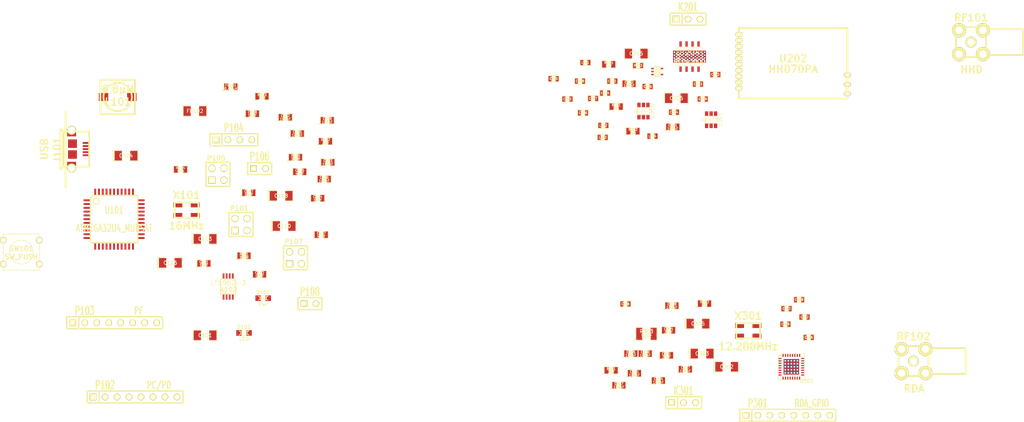
<source format=kicad_pcb>
(kicad_pcb (version 3) (host pcbnew "(22-Jun-2014 BZR 4027)-stable")

  (general
    (links 346)
    (no_connects 258)
    (area 108.7501 109.35335 326.224901 198.678801)
    (thickness 1.6)
    (drawings 0)
    (tracks 0)
    (zones 0)
    (modules 98)
    (nets 82)
  )

  (page A3)
  (title_block 
    (title comm)
    (rev 1)
    (company "mur.sat - A Space Art Project")
  )

  (layers
    (15 F.Cu signal)
    (0 B.Cu signal)
    (16 B.Adhes user)
    (17 F.Adhes user)
    (18 B.Paste user)
    (19 F.Paste user)
    (20 B.SilkS user)
    (21 F.SilkS user)
    (22 B.Mask user)
    (23 F.Mask user)
    (24 Dwgs.User user)
    (25 Cmts.User user)
    (26 Eco1.User user)
    (27 Eco2.User user)
    (28 Edge.Cuts user)
  )

  (setup
    (last_trace_width 0.2032)
    (user_trace_width 0.2032)
    (user_trace_width 0.3988)
    (user_trace_width 0.701)
    (user_trace_width 1.0008)
    (user_trace_width 1.8009)
    (trace_clearance 0.1524)
    (zone_clearance 0.508)
    (zone_45_only no)
    (trace_min 0.1524)
    (segment_width 0.2)
    (edge_width 0.1)
    (via_size 0.6502)
    (via_drill 0.3023)
    (via_min_size 0.5004)
    (via_min_drill 0.3023)
    (user_via 0.6502 0.3023)
    (user_via 0.7493 0.3988)
    (user_via 0.95 0.3988)
    (user_via 1.1989 0.4496)
    (user_via 1.999 0.5004)
    (uvia_size 0.508)
    (uvia_drill 0.127)
    (uvias_allowed no)
    (uvia_min_size 0.508)
    (uvia_min_drill 0.127)
    (pcb_text_width 0.3)
    (pcb_text_size 1.5 1.5)
    (mod_edge_width 0.15)
    (mod_text_size 1 1)
    (mod_text_width 0.15)
    (pad_size 1.5 1.5)
    (pad_drill 0.6)
    (pad_to_mask_clearance 0)
    (aux_axis_origin 0 0)
    (visible_elements 7FFFFFFF)
    (pcbplotparams
      (layerselection 3178497)
      (usegerberextensions true)
      (excludeedgelayer true)
      (linewidth 0.150000)
      (plotframeref false)
      (viasonmask false)
      (mode 1)
      (useauxorigin false)
      (hpglpennumber 1)
      (hpglpenspeed 20)
      (hpglpendiameter 15)
      (hpglpenoverlay 2)
      (psnegative false)
      (psa4output false)
      (plotreference true)
      (plotvalue true)
      (plotothertext true)
      (plotinvisibletext false)
      (padsonsilk false)
      (subtractmaskfromsilk false)
      (outputformat 1)
      (mirror false)
      (drillshape 1)
      (scaleselection 1)
      (outputdirectory ""))
  )

  (net 0 "")
  (net 1 /5V_PWR)
  (net 2 /5V_PWR_FLT)
  (net 3 /INT_PWR)
  (net 4 /PC6)
  (net 5 /PC7)
  (net 6 /PD4)
  (net 7 /PD5)
  (net 8 /PD6)
  (net 9 /PD7)
  (net 10 /PF0)
  (net 11 /PF1)
  (net 12 /PF4)
  (net 13 /PF5)
  (net 14 /PF6)
  (net 15 /PF7)
  (net 16 /RxD)
  (net 17 /TxD)
  (net 18 /USB_GND)
  (net 19 /USB_PWR)
  (net 20 /hhd70/HHD_CS)
  (net 21 /hhd70/HHD_GDO0)
  (net 22 /hhd70/HHD_GDO2)
  (net 23 /hhd70/HHD_HF)
  (net 24 /hhd70/HHD_MISO)
  (net 25 /hhd70/HHD_MOSI)
  (net 26 /hhd70/HHD_RXTX)
  (net 27 /hhd70/HHD_SCLK)
  (net 28 /hhd70/PA_PWR)
  (net 29 /hhd70/PA_TEMP)
  (net 30 /hhd70/RE)
  (net 31 /rda1846/RDA_HF)
  (net 32 /rda1846/RDA_IN)
  (net 33 /rda1846/RDA_OUT)
  (net 34 /rda1846/RDA_SCL)
  (net 35 /rda1846/RDA_SDA)
  (net 36 GND)
  (net 37 N-0000011)
  (net 38 N-0000012)
  (net 39 N-0000013)
  (net 40 N-0000014)
  (net 41 N-0000015)
  (net 42 N-0000016)
  (net 43 N-0000024)
  (net 44 N-0000025)
  (net 45 N-0000027)
  (net 46 N-0000028)
  (net 47 N-0000042)
  (net 48 N-0000043)
  (net 49 N-0000047)
  (net 50 N-0000049)
  (net 51 N-0000050)
  (net 52 N-0000051)
  (net 53 N-0000053)
  (net 54 N-0000055)
  (net 55 N-0000056)
  (net 56 N-0000057)
  (net 57 N-0000058)
  (net 58 N-0000059)
  (net 59 N-0000060)
  (net 60 N-0000061)
  (net 61 N-0000062)
  (net 62 N-0000063)
  (net 63 N-0000064)
  (net 64 N-0000065)
  (net 65 N-0000073)
  (net 66 N-0000074)
  (net 67 N-0000075)
  (net 68 N-0000076)
  (net 69 N-0000077)
  (net 70 N-0000078)
  (net 71 N-0000079)
  (net 72 N-0000080)
  (net 73 N-0000081)
  (net 74 N-0000082)
  (net 75 N-0000083)
  (net 76 N-0000084)
  (net 77 N-0000085)
  (net 78 N-0000086)
  (net 79 N-0000087)
  (net 80 N-0000088)
  (net 81 VCC)

  (net_class Default "Dies ist die voreingestellte Netzklasse."
    (clearance 0.1524)
    (trace_width 0.2032)
    (via_dia 0.6502)
    (via_drill 0.3023)
    (uvia_dia 0.508)
    (uvia_drill 0.127)
    (add_net "")
    (add_net /5V_PWR)
    (add_net /5V_PWR_FLT)
    (add_net /INT_PWR)
    (add_net /PC6)
    (add_net /PC7)
    (add_net /PD4)
    (add_net /PD5)
    (add_net /PD6)
    (add_net /PD7)
    (add_net /PF0)
    (add_net /PF1)
    (add_net /PF4)
    (add_net /PF5)
    (add_net /PF6)
    (add_net /PF7)
    (add_net /RxD)
    (add_net /TxD)
    (add_net /USB_GND)
    (add_net /USB_PWR)
    (add_net /hhd70/HHD_CS)
    (add_net /hhd70/HHD_GDO0)
    (add_net /hhd70/HHD_GDO2)
    (add_net /hhd70/HHD_HF)
    (add_net /hhd70/HHD_MISO)
    (add_net /hhd70/HHD_MOSI)
    (add_net /hhd70/HHD_RXTX)
    (add_net /hhd70/HHD_SCLK)
    (add_net /hhd70/PA_PWR)
    (add_net /hhd70/PA_TEMP)
    (add_net /hhd70/RE)
    (add_net /rda1846/RDA_HF)
    (add_net /rda1846/RDA_IN)
    (add_net /rda1846/RDA_OUT)
    (add_net /rda1846/RDA_SCL)
    (add_net /rda1846/RDA_SDA)
    (add_net GND)
    (add_net N-0000011)
    (add_net N-0000012)
    (add_net N-0000013)
    (add_net N-0000014)
    (add_net N-0000015)
    (add_net N-0000016)
    (add_net N-0000024)
    (add_net N-0000025)
    (add_net N-0000027)
    (add_net N-0000028)
    (add_net N-0000042)
    (add_net N-0000043)
    (add_net N-0000047)
    (add_net N-0000049)
    (add_net N-0000050)
    (add_net N-0000051)
    (add_net N-0000053)
    (add_net N-0000055)
    (add_net N-0000056)
    (add_net N-0000057)
    (add_net N-0000058)
    (add_net N-0000059)
    (add_net N-0000060)
    (add_net N-0000061)
    (add_net N-0000062)
    (add_net N-0000063)
    (add_net N-0000064)
    (add_net N-0000065)
    (add_net N-0000073)
    (add_net N-0000074)
    (add_net N-0000075)
    (add_net N-0000076)
    (add_net N-0000077)
    (add_net N-0000078)
    (add_net N-0000079)
    (add_net N-0000080)
    (add_net N-0000081)
    (add_net N-0000082)
    (add_net N-0000083)
    (add_net N-0000084)
    (add_net N-0000085)
    (add_net N-0000086)
    (add_net N-0000087)
    (add_net N-0000088)
    (add_net VCC)
  )

  (module we_coil_m (layer F.Cu) (tedit 4F73B89F) (tstamp 54DAB973)
    (at 133.858 129.6035)
    (path /54DAA783)
    (fp_text reference L101 (at 0.0508 1.0414) (layer F.SilkS)
      (effects (font (size 1.524 1.524) (thickness 0.3048)))
    )
    (fp_text value 6,8µH (at 0.0508 -1.651) (layer F.SilkS)
      (effects (font (size 1.524 1.524) (thickness 0.3048)))
    )
    (fp_circle (center 0 0) (end 1.778 2.4384) (layer F.SilkS) (width 0.381))
    (fp_line (start -3.6576 -3.6576) (end 3.6576 -3.6576) (layer F.SilkS) (width 0.381))
    (fp_line (start 3.6576 -3.6576) (end 3.6576 3.6576) (layer F.SilkS) (width 0.381))
    (fp_line (start 3.6576 3.6576) (end -3.6576 3.6576) (layer F.SilkS) (width 0.381))
    (fp_line (start -3.6576 3.6576) (end -3.6576 -3.6576) (layer F.SilkS) (width 0.381))
    (pad 1 smd rect (at -2.99974 0) (size 1.99898 1.69926)
      (layers F.Cu F.Paste F.Mask)
      (net 1 /5V_PWR)
    )
    (pad 2 smd rect (at 2.99974 0) (size 1.99898 1.69926)
      (layers F.Cu F.Paste F.Mask)
      (net 2 /5V_PWR_FLT)
    )
  )

  (module USB_MICRO_AB (layer F.Cu) (tedit 520D1806) (tstamp 54DAB992)
    (at 122.809 140.6525)
    (path /54DAA9CE)
    (fp_text reference J101 (at -1.80086 0.20066 90) (layer F.SilkS)
      (effects (font (size 1.524 1.524) (thickness 0.3048)))
    )
    (fp_text value USB (at -4.50088 0 90) (layer F.SilkS)
      (effects (font (size 1.524 1.524) (thickness 0.3048)))
    )
    (fp_line (start 0.8001 3.70078) (end 0.8001 4.30022) (layer F.SilkS) (width 0.381))
    (fp_line (start 0.8001 4.30022) (end 1.80086 4.30022) (layer F.SilkS) (width 0.381))
    (fp_line (start 1.80086 4.30022) (end 1.80086 3.79984) (layer F.SilkS) (width 0.381))
    (fp_line (start 0.8001 -3.79984) (end 0.8001 -4.30022) (layer F.SilkS) (width 0.381))
    (fp_line (start 0.8001 -4.30022) (end 1.80086 -4.30022) (layer F.SilkS) (width 0.381))
    (fp_line (start 1.80086 -4.30022) (end 1.80086 -3.70078) (layer F.SilkS) (width 0.381))
    (fp_line (start -0.50038 -3.70078) (end -1.09982 -4.30022) (layer F.SilkS) (width 0.381))
    (fp_line (start -1.09982 -4.30022) (end -1.09982 4.30022) (layer F.SilkS) (width 0.381))
    (fp_line (start -1.09982 4.30022) (end -0.50038 3.70078) (layer F.SilkS) (width 0.381))
    (fp_line (start 5.00126 -3.70078) (end 5.00126 3.70078) (layer F.SilkS) (width 0.381))
    (fp_line (start 5.00126 3.70078) (end -0.50038 3.70078) (layer F.SilkS) (width 0.381))
    (fp_line (start -0.50038 3.70078) (end -0.50038 -3.70078) (layer F.SilkS) (width 0.381))
    (fp_line (start -0.50038 -3.70078) (end 5.00126 -3.70078) (layer F.SilkS) (width 0.381))
    (fp_line (start 0 -8.001) (end 0 8.001) (layer F.SilkS) (width 0.381))
    (pad 5 smd rect (at 1.4605 1.15062) (size 1.89992 1.80086)
      (layers F.Cu F.Paste F.Mask)
      (net 46 N-0000028)
    )
    (pad 6 smd rect (at 1.4605 -1.15062) (size 1.89992 1.80086)
      (layers F.Cu F.Paste F.Mask)
      (net 46 N-0000028)
    )
    (pad 6 smd rect (at 1.28016 -3.4417) (size 1.89992 1.49098)
      (layers F.Cu F.Paste F.Mask)
      (net 46 N-0000028)
    )
    (pad 5 smd rect (at 1.28016 3.4417) (size 1.89992 1.49098)
      (layers F.Cu F.Paste F.Mask)
      (net 46 N-0000028)
    )
    (pad 6 thru_hole circle (at 1.28016 -4.0005) (size 1.89992 1.89992) (drill 1.30048)
      (layers *.Cu *.Mask F.SilkS)
      (net 46 N-0000028)
    )
    (pad 5 thru_hole circle (at 1.28016 4.0005) (size 1.89992 1.89992) (drill 1.30048)
      (layers *.Cu *.Mask F.SilkS)
      (net 46 N-0000028)
    )
    (pad "" np_thru_hole circle (at 4.46024 -2.22504) (size 0.8001 0.8001) (drill 0.8001)
      (layers *.Cu)
      (clearance 0.30226)
    )
    (pad "" np_thru_hole circle (at 4.46024 2.22504) (size 0.8001 0.8001) (drill 0.8001)
      (layers *.Cu)
      (clearance 0.30226)
    )
    (pad 3 smd rect (at 4.31038 0) (size 1.34874 0.39878)
      (layers F.Cu F.Paste F.Mask)
      (net 37 N-0000011)
      (clearance 0.09906)
    )
    (pad 2 smd rect (at 4.31038 -0.65024) (size 1.34874 0.39878)
      (layers F.Cu F.Paste F.Mask)
      (net 51 N-0000050)
      (clearance 0.09906)
    )
    (pad 1 smd rect (at 4.31038 -1.30048) (size 1.34874 0.39878)
      (layers F.Cu F.Paste F.Mask)
      (net 19 /USB_PWR)
      (clearance 0.09906)
    )
    (pad "" smd rect (at 4.31038 0.65024) (size 1.34874 0.39878)
      (layers F.Cu F.Paste F.Mask)
      (clearance 0.09906)
    )
    (pad 4 smd rect (at 4.31038 1.30048) (size 1.34874 0.39878)
      (layers F.Cu F.Paste F.Mask)
      (net 18 /USB_GND)
      (clearance 0.09906)
    )
  )

  (module TQFP44 (layer F.Cu) (tedit 200000) (tstamp 54DAB9C8)
    (at 133.096 155.5115)
    (path /54DAA9D5)
    (attr smd)
    (fp_text reference U101 (at 0 -1.905) (layer F.SilkS)
      (effects (font (size 1.524 1.016) (thickness 0.2032)))
    )
    (fp_text value ATMEGA32U4_MURSAT (at 0 1.905) (layer F.SilkS)
      (effects (font (size 1.524 1.016) (thickness 0.2032)))
    )
    (fp_line (start 5.0038 -5.0038) (end 5.0038 5.0038) (layer F.SilkS) (width 0.3048))
    (fp_line (start 5.0038 5.0038) (end -5.0038 5.0038) (layer F.SilkS) (width 0.3048))
    (fp_line (start -5.0038 -4.5212) (end -5.0038 5.0038) (layer F.SilkS) (width 0.3048))
    (fp_line (start -4.5212 -5.0038) (end 5.0038 -5.0038) (layer F.SilkS) (width 0.3048))
    (fp_line (start -5.0038 -4.5212) (end -4.5212 -5.0038) (layer F.SilkS) (width 0.3048))
    (fp_circle (center -3.81 -3.81) (end -3.81 -3.175) (layer F.SilkS) (width 0.2032))
    (pad 39 smd rect (at 0 -5.715) (size 0.4064 1.524)
      (layers F.Cu F.Paste F.Mask)
      (net 12 /PF4)
    )
    (pad 40 smd rect (at -0.8001 -5.715) (size 0.4064 1.524)
      (layers F.Cu F.Paste F.Mask)
      (net 11 /PF1)
    )
    (pad 41 smd rect (at -1.6002 -5.715) (size 0.4064 1.524)
      (layers F.Cu F.Paste F.Mask)
      (net 10 /PF0)
    )
    (pad 42 smd rect (at -2.4003 -5.715) (size 0.4064 1.524)
      (layers F.Cu F.Paste F.Mask)
      (net 50 N-0000049)
    )
    (pad 43 smd rect (at -3.2004 -5.715) (size 0.4064 1.524)
      (layers F.Cu F.Paste F.Mask)
      (net 36 GND)
    )
    (pad 44 smd rect (at -4.0005 -5.715) (size 0.4064 1.524)
      (layers F.Cu F.Paste F.Mask)
      (net 81 VCC)
    )
    (pad 38 smd rect (at 0.8001 -5.715) (size 0.4064 1.524)
      (layers F.Cu F.Paste F.Mask)
      (net 13 /PF5)
    )
    (pad 37 smd rect (at 1.6002 -5.715) (size 0.4064 1.524)
      (layers F.Cu F.Paste F.Mask)
      (net 14 /PF6)
    )
    (pad 36 smd rect (at 2.4003 -5.715) (size 0.4064 1.524)
      (layers F.Cu F.Paste F.Mask)
      (net 15 /PF7)
    )
    (pad 35 smd rect (at 3.2004 -5.715) (size 0.4064 1.524)
      (layers F.Cu F.Paste F.Mask)
      (net 36 GND)
    )
    (pad 34 smd rect (at 4.0005 -5.715) (size 0.4064 1.524)
      (layers F.Cu F.Paste F.Mask)
      (net 81 VCC)
    )
    (pad 17 smd rect (at 0 5.715) (size 0.4064 1.524)
      (layers F.Cu F.Paste F.Mask)
      (net 40 N-0000014)
    )
    (pad 16 smd rect (at -0.8001 5.715) (size 0.4064 1.524)
      (layers F.Cu F.Paste F.Mask)
      (net 41 N-0000015)
    )
    (pad 15 smd rect (at -1.6002 5.715) (size 0.4064 1.524)
      (layers F.Cu F.Paste F.Mask)
      (net 36 GND)
    )
    (pad 14 smd rect (at -2.4003 5.715) (size 0.4064 1.524)
      (layers F.Cu F.Paste F.Mask)
      (net 81 VCC)
    )
    (pad 13 smd rect (at -3.2004 5.715) (size 0.4064 1.524)
      (layers F.Cu F.Paste F.Mask)
      (net 52 N-0000051)
    )
    (pad 12 smd rect (at -4.0005 5.715) (size 0.4064 1.524)
      (layers F.Cu F.Paste F.Mask)
      (net 26 /hhd70/HHD_RXTX)
    )
    (pad 18 smd rect (at 0.8001 5.715) (size 0.4064 1.524)
      (layers F.Cu F.Paste F.Mask)
      (net 34 /rda1846/RDA_SCL)
    )
    (pad 19 smd rect (at 1.6002 5.715) (size 0.4064 1.524)
      (layers F.Cu F.Paste F.Mask)
      (net 35 /rda1846/RDA_SDA)
    )
    (pad 20 smd rect (at 2.4003 5.715) (size 0.4064 1.524)
      (layers F.Cu F.Paste F.Mask)
      (net 16 /RxD)
    )
    (pad 21 smd rect (at 3.2004 5.715) (size 0.4064 1.524)
      (layers F.Cu F.Paste F.Mask)
      (net 17 /TxD)
    )
    (pad 22 smd rect (at 4.0005 5.715) (size 0.4064 1.524)
      (layers F.Cu F.Paste F.Mask)
      (net 7 /PD5)
    )
    (pad 6 smd rect (at -5.715 0) (size 1.524 0.4064)
      (layers F.Cu F.Paste F.Mask)
      (net 39 N-0000013)
    )
    (pad 28 smd rect (at 5.715 0) (size 1.524 0.4064)
      (layers F.Cu F.Paste F.Mask)
      (net 21 /hhd70/HHD_GDO0)
    )
    (pad 7 smd rect (at -5.715 0.8001) (size 1.524 0.4064)
      (layers F.Cu F.Paste F.Mask)
      (net 19 /USB_PWR)
    )
    (pad 27 smd rect (at 5.715 0.8001) (size 1.524 0.4064)
      (layers F.Cu F.Paste F.Mask)
      (net 9 /PD7)
    )
    (pad 26 smd rect (at 5.715 1.6002) (size 1.524 0.4064)
      (layers F.Cu F.Paste F.Mask)
      (net 8 /PD6)
    )
    (pad 8 smd rect (at -5.715 1.6002) (size 1.524 0.4064)
      (layers F.Cu F.Paste F.Mask)
      (net 20 /hhd70/HHD_CS)
    )
    (pad 9 smd rect (at -5.715 2.4003) (size 1.524 0.4064)
      (layers F.Cu F.Paste F.Mask)
      (net 27 /hhd70/HHD_SCLK)
    )
    (pad 25 smd rect (at 5.715 2.4003) (size 1.524 0.4064)
      (layers F.Cu F.Paste F.Mask)
      (net 6 /PD4)
    )
    (pad 24 smd rect (at 5.715 3.2004) (size 1.524 0.4064)
      (layers F.Cu F.Paste F.Mask)
      (net 81 VCC)
    )
    (pad 10 smd rect (at -5.715 3.2004) (size 1.524 0.4064)
      (layers F.Cu F.Paste F.Mask)
      (net 25 /hhd70/HHD_MOSI)
    )
    (pad 11 smd rect (at -5.715 4.0005) (size 1.524 0.4064)
      (layers F.Cu F.Paste F.Mask)
      (net 24 /hhd70/HHD_MISO)
    )
    (pad 23 smd rect (at 5.715 4.0005) (size 1.524 0.4064)
      (layers F.Cu F.Paste F.Mask)
      (net 36 GND)
    )
    (pad 29 smd rect (at 5.715 -0.8001) (size 1.524 0.4064)
      (layers F.Cu F.Paste F.Mask)
      (net 22 /hhd70/HHD_GDO2)
    )
    (pad 5 smd rect (at -5.715 -0.8001) (size 1.524 0.4064)
      (layers F.Cu F.Paste F.Mask)
      (net 36 GND)
    )
    (pad 4 smd rect (at -5.715 -1.6002) (size 1.524 0.4064)
      (layers F.Cu F.Paste F.Mask)
      (net 43 N-0000024)
    )
    (pad 30 smd rect (at 5.715 -1.6002) (size 1.524 0.4064)
      (layers F.Cu F.Paste F.Mask)
      (net 29 /hhd70/PA_TEMP)
    )
    (pad 31 smd rect (at 5.715 -2.4003) (size 1.524 0.4064)
      (layers F.Cu F.Paste F.Mask)
      (net 4 /PC6)
    )
    (pad 3 smd rect (at -5.715 -2.4003) (size 1.524 0.4064)
      (layers F.Cu F.Paste F.Mask)
      (net 44 N-0000025)
    )
    (pad 2 smd rect (at -5.715 -3.2004) (size 1.524 0.4064)
      (layers F.Cu F.Paste F.Mask)
      (net 19 /USB_PWR)
    )
    (pad 32 smd rect (at 5.715 -3.2004) (size 1.524 0.4064)
      (layers F.Cu F.Paste F.Mask)
      (net 5 /PC7)
    )
    (pad 33 smd rect (at 5.715 -4.0005) (size 1.524 0.4064)
      (layers F.Cu F.Paste F.Mask)
      (net 38 N-0000012)
    )
    (pad 1 smd rect (at -5.715 -4.0005) (size 1.524 0.4064)
      (layers F.Cu F.Paste F.Mask)
      (net 49 N-0000047)
    )
  )

  (module TE_SMA_RE (layer F.Cu) (tedit 4F73ABC4) (tstamp 54DAB9D8)
    (at 314.833 117.983)
    (path /54DAAFA1)
    (fp_text reference RF101 (at 0 -5.207) (layer F.SilkS)
      (effects (font (size 1.524 1.524) (thickness 0.3048)))
    )
    (fp_text value HHD (at 0.127 5.842) (layer F.SilkS)
      (effects (font (size 1.524 1.524) (thickness 0.3048)))
    )
    (fp_line (start 3.2004 -2.7432) (end 11.049 -2.7432) (layer F.SilkS) (width 0.381))
    (fp_line (start 11.049 -2.7432) (end 11.049 2.7178) (layer F.SilkS) (width 0.381))
    (fp_line (start 11.049 2.7178) (end 3.175 2.7178) (layer F.SilkS) (width 0.381))
    (fp_line (start -3.175 -3.175) (end 3.175 -3.175) (layer F.SilkS) (width 0.381))
    (fp_line (start 3.175 -3.175) (end 3.175 3.175) (layer F.SilkS) (width 0.381))
    (fp_line (start 3.175 3.175) (end -3.175 3.175) (layer F.SilkS) (width 0.381))
    (fp_line (start -3.175 3.175) (end -3.175 -3.175) (layer F.SilkS) (width 0.381))
    (pad 1 thru_hole circle (at -2.54 -2.54) (size 2.99974 2.99974) (drill 1.6002)
      (layers *.Cu *.Mask F.SilkS)
      (net 36 GND)
    )
    (pad 2 thru_hole circle (at 2.54 -2.54) (size 2.99974 2.99974) (drill 1.6002)
      (layers *.Cu *.Mask F.SilkS)
      (net 36 GND)
    )
    (pad 3 thru_hole circle (at 2.54 2.54) (size 2.99974 2.99974) (drill 1.6002)
      (layers *.Cu *.Mask F.SilkS)
      (net 36 GND)
    )
    (pad 4 thru_hole circle (at -2.54 2.54) (size 2.99974 2.99974) (drill 1.6002)
      (layers *.Cu *.Mask F.SilkS)
      (net 36 GND)
    )
    (pad 5 thru_hole circle (at 0 0) (size 2.30124 2.30124) (drill 1.50114)
      (layers *.Cu *.Mask F.SilkS)
      (net 23 /hhd70/HHD_HF)
    )
  )

  (module TE_SMA_RE (layer F.Cu) (tedit 4F73ABC4) (tstamp 54DAB9E8)
    (at 302.641 185.6105)
    (path /54DAB002)
    (fp_text reference RF102 (at 0 -5.207) (layer F.SilkS)
      (effects (font (size 1.524 1.524) (thickness 0.3048)))
    )
    (fp_text value RDA (at 0.127 5.842) (layer F.SilkS)
      (effects (font (size 1.524 1.524) (thickness 0.3048)))
    )
    (fp_line (start 3.2004 -2.7432) (end 11.049 -2.7432) (layer F.SilkS) (width 0.381))
    (fp_line (start 11.049 -2.7432) (end 11.049 2.7178) (layer F.SilkS) (width 0.381))
    (fp_line (start 11.049 2.7178) (end 3.175 2.7178) (layer F.SilkS) (width 0.381))
    (fp_line (start -3.175 -3.175) (end 3.175 -3.175) (layer F.SilkS) (width 0.381))
    (fp_line (start 3.175 -3.175) (end 3.175 3.175) (layer F.SilkS) (width 0.381))
    (fp_line (start 3.175 3.175) (end -3.175 3.175) (layer F.SilkS) (width 0.381))
    (fp_line (start -3.175 3.175) (end -3.175 -3.175) (layer F.SilkS) (width 0.381))
    (pad 1 thru_hole circle (at -2.54 -2.54) (size 2.99974 2.99974) (drill 1.6002)
      (layers *.Cu *.Mask F.SilkS)
      (net 36 GND)
    )
    (pad 2 thru_hole circle (at 2.54 -2.54) (size 2.99974 2.99974) (drill 1.6002)
      (layers *.Cu *.Mask F.SilkS)
      (net 36 GND)
    )
    (pad 3 thru_hole circle (at 2.54 2.54) (size 2.99974 2.99974) (drill 1.6002)
      (layers *.Cu *.Mask F.SilkS)
      (net 36 GND)
    )
    (pad 4 thru_hole circle (at -2.54 2.54) (size 2.99974 2.99974) (drill 1.6002)
      (layers *.Cu *.Mask F.SilkS)
      (net 36 GND)
    )
    (pad 5 thru_hole circle (at 0 0) (size 2.30124 2.30124) (drill 1.50114)
      (layers *.Cu *.Mask F.SilkS)
      (net 31 /rda1846/RDA_HF)
    )
  )

  (module SW_PUSH_SMALL (layer F.Cu) (tedit 46544DB3) (tstamp 54DAB9F5)
    (at 113.411 162.4965)
    (path /54DAA938)
    (fp_text reference SW101 (at 0 -0.762) (layer F.SilkS)
      (effects (font (size 1.016 1.016) (thickness 0.2032)))
    )
    (fp_text value SW_PUSH (at 0 1.016) (layer F.SilkS)
      (effects (font (size 1.016 1.016) (thickness 0.2032)))
    )
    (fp_circle (center 0 0) (end 0 -2.54) (layer F.SilkS) (width 0.127))
    (fp_line (start -3.81 -3.81) (end 3.81 -3.81) (layer F.SilkS) (width 0.127))
    (fp_line (start 3.81 -3.81) (end 3.81 3.81) (layer F.SilkS) (width 0.127))
    (fp_line (start 3.81 3.81) (end -3.81 3.81) (layer F.SilkS) (width 0.127))
    (fp_line (start -3.81 -3.81) (end -3.81 3.81) (layer F.SilkS) (width 0.127))
    (pad 1 thru_hole circle (at 3.81 -2.54) (size 1.397 1.397) (drill 0.8128)
      (layers *.Cu *.Mask F.SilkS)
      (net 36 GND)
    )
    (pad 2 thru_hole circle (at 3.81 2.54) (size 1.397 1.397) (drill 0.8128)
      (layers *.Cu *.Mask F.SilkS)
      (net 52 N-0000051)
    )
    (pad 1 thru_hole circle (at -3.81 -2.54) (size 1.397 1.397) (drill 0.8128)
      (layers *.Cu *.Mask F.SilkS)
      (net 36 GND)
    )
    (pad 2 thru_hole circle (at -3.81 2.54) (size 1.397 1.397) (drill 0.8128)
      (layers *.Cu *.Mask F.SilkS)
      (net 52 N-0000051)
    )
  )

  (module SOT353 (layer F.Cu) (tedit 503FB44B) (tstamp 54DABA02)
    (at 248.285 124.206)
    (descr SOT353)
    (path /54DA8D44/502BE21D)
    (attr smd)
    (fp_text reference U201 (at 0.09906 0 90) (layer F.SilkS)
      (effects (font (size 0.762 0.635) (thickness 0.127)))
    )
    (fp_text value NL17ST04 (at 0.09906 0 90) (layer F.SilkS) hide
      (effects (font (size 0.762 0.635) (thickness 0.127)))
    )
    (fp_line (start 0.635 1.016) (end 0.635 -1.016) (layer F.SilkS) (width 0.1524))
    (fp_line (start 0.635 -1.016) (end -0.635 -1.016) (layer F.SilkS) (width 0.1524))
    (fp_line (start -0.635 -1.016) (end -0.635 1.016) (layer F.SilkS) (width 0.1524))
    (fp_line (start -0.635 1.016) (end 0.635 1.016) (layer F.SilkS) (width 0.1524))
    (pad 1 smd rect (at -1.016 -0.635) (size 0.508 0.3048)
      (layers F.Cu F.Paste F.Mask)
    )
    (pad 3 smd rect (at -1.016 0.635) (size 0.508 0.3048)
      (layers F.Cu F.Paste F.Mask)
      (net 36 GND)
    )
    (pad 5 smd rect (at 1.016 -0.635) (size 0.508 0.3048)
      (layers F.Cu F.Paste F.Mask)
      (net 81 VCC)
    )
    (pad 2 smd rect (at -1.016 0) (size 0.508 0.3048)
      (layers F.Cu F.Paste F.Mask)
      (net 26 /hhd70/HHD_RXTX)
    )
    (pad 4 smd rect (at 1.016 0.635) (size 0.508 0.3048)
      (layers F.Cu F.Paste F.Mask)
      (net 30 /hhd70/RE)
    )
    (model smd/SOT23_5.wrl
      (at (xyz 0 0 0))
      (scale (xyz 0.07000000000000001 0.09 0.08))
      (rotate (xyz 0 0 90))
    )
  )

  (module SOT23_6 (layer F.Cu) (tedit 4ECF791C) (tstamp 54DABA11)
    (at 259.715 134.4295)
    (path /54DA8D44/50340857)
    (fp_text reference U203 (at 1.99898 0 90) (layer F.SilkS)
      (effects (font (size 0.762 0.762) (thickness 0.0762)))
    )
    (fp_text value AS193-73 (at 0.0635 0) (layer F.SilkS)
      (effects (font (size 0.50038 0.50038) (thickness 0.0762)))
    )
    (fp_line (start -0.508 0.762) (end -1.27 0.254) (layer F.SilkS) (width 0.127))
    (fp_line (start 1.27 0.762) (end -1.3335 0.762) (layer F.SilkS) (width 0.127))
    (fp_line (start -1.3335 0.762) (end -1.3335 -0.762) (layer F.SilkS) (width 0.127))
    (fp_line (start -1.3335 -0.762) (end 1.27 -0.762) (layer F.SilkS) (width 0.127))
    (fp_line (start 1.27 -0.762) (end 1.27 0.762) (layer F.SilkS) (width 0.127))
    (pad 6 smd rect (at -0.9525 -1.27) (size 0.70104 1.00076)
      (layers F.Cu F.Paste F.Mask)
      (net 30 /hhd70/RE)
    )
    (pad 5 smd rect (at 0 -1.27) (size 0.70104 1.00076)
      (layers F.Cu F.Paste F.Mask)
      (net 53 N-0000053)
    )
    (pad 4 smd rect (at 0.9525 -1.27) (size 0.70104 1.00076)
      (layers F.Cu F.Paste F.Mask)
      (net 26 /hhd70/HHD_RXTX)
    )
    (pad 3 smd rect (at 0.9525 1.27) (size 0.70104 1.00076)
      (layers F.Cu F.Paste F.Mask)
      (net 64 N-0000065)
    )
    (pad 2 smd rect (at 0 1.27) (size 0.70104 1.00076)
      (layers F.Cu F.Paste F.Mask)
      (net 36 GND)
    )
    (pad 1 smd rect (at -0.9525 1.27) (size 0.70104 1.00076)
      (layers F.Cu F.Paste F.Mask)
      (net 63 N-0000064)
    )
    (model smd/SOT23_6.wrl
      (at (xyz 0 0 0))
      (scale (xyz 0.11 0.11 0.11))
      (rotate (xyz 0 0 0))
    )
  )

  (module SOT23_6 (layer F.Cu) (tedit 4ECF791C) (tstamp 54DABA20)
    (at 245.364 132.588)
    (path /54DA8D44/502BA760)
    (fp_text reference U205 (at 1.99898 0 90) (layer F.SilkS)
      (effects (font (size 0.762 0.762) (thickness 0.0762)))
    )
    (fp_text value AS193-73 (at 0.0635 0) (layer F.SilkS)
      (effects (font (size 0.50038 0.50038) (thickness 0.0762)))
    )
    (fp_line (start -0.508 0.762) (end -1.27 0.254) (layer F.SilkS) (width 0.127))
    (fp_line (start 1.27 0.762) (end -1.3335 0.762) (layer F.SilkS) (width 0.127))
    (fp_line (start -1.3335 0.762) (end -1.3335 -0.762) (layer F.SilkS) (width 0.127))
    (fp_line (start -1.3335 -0.762) (end 1.27 -0.762) (layer F.SilkS) (width 0.127))
    (fp_line (start 1.27 -0.762) (end 1.27 0.762) (layer F.SilkS) (width 0.127))
    (pad 6 smd rect (at -0.9525 -1.27) (size 0.70104 1.00076)
      (layers F.Cu F.Paste F.Mask)
      (net 30 /hhd70/RE)
    )
    (pad 5 smd rect (at 0 -1.27) (size 0.70104 1.00076)
      (layers F.Cu F.Paste F.Mask)
      (net 54 N-0000055)
    )
    (pad 4 smd rect (at 0.9525 -1.27) (size 0.70104 1.00076)
      (layers F.Cu F.Paste F.Mask)
      (net 26 /hhd70/HHD_RXTX)
    )
    (pad 3 smd rect (at 0.9525 1.27) (size 0.70104 1.00076)
      (layers F.Cu F.Paste F.Mask)
      (net 56 N-0000057)
    )
    (pad 2 smd rect (at 0 1.27) (size 0.70104 1.00076)
      (layers F.Cu F.Paste F.Mask)
      (net 36 GND)
    )
    (pad 1 smd rect (at -0.9525 1.27) (size 0.70104 1.00076)
      (layers F.Cu F.Paste F.Mask)
      (net 58 N-0000059)
    )
    (model smd/SOT23_6.wrl
      (at (xyz 0 0 0))
      (scale (xyz 0.11 0.11 0.11))
      (rotate (xyz 0 0 0))
    )
  )

  (module SM1210 (layer F.Cu) (tedit 42806E94) (tstamp 54DABA2D)
    (at 245.999 179.832)
    (tags "CMS SM")
    (path /54DA9306/50D39A23)
    (attr smd)
    (fp_text reference R303 (at 0 -0.508) (layer F.SilkS)
      (effects (font (size 0.762 0.762) (thickness 0.127)))
    )
    (fp_text value 50R (at 0 0.508) (layer F.SilkS)
      (effects (font (size 0.762 0.762) (thickness 0.127)))
    )
    (fp_circle (center -2.413 1.524) (end -2.286 1.397) (layer F.SilkS) (width 0.127))
    (fp_line (start -0.762 -1.397) (end -2.286 -1.397) (layer F.SilkS) (width 0.127))
    (fp_line (start -2.286 -1.397) (end -2.286 1.397) (layer F.SilkS) (width 0.127))
    (fp_line (start -2.286 1.397) (end -0.762 1.397) (layer F.SilkS) (width 0.127))
    (fp_line (start 0.762 1.397) (end 2.286 1.397) (layer F.SilkS) (width 0.127))
    (fp_line (start 2.286 1.397) (end 2.286 -1.397) (layer F.SilkS) (width 0.127))
    (fp_line (start 2.286 -1.397) (end 0.762 -1.397) (layer F.SilkS) (width 0.127))
    (pad 1 smd rect (at -1.524 0) (size 1.27 2.54)
      (layers F.Cu F.Paste F.Mask)
      (net 36 GND)
    )
    (pad 2 smd rect (at 1.524 0) (size 1.27 2.54)
      (layers F.Cu F.Paste F.Mask)
      (net 65 N-0000073)
    )
    (model smd/chip_cms.wrl
      (at (xyz 0 0 0))
      (scale (xyz 0.17 0.2 0.17))
      (rotate (xyz 0 0 0))
    )
  )

  (module SM1206POL (layer F.Cu) (tedit 42806E4C) (tstamp 54DABA3C)
    (at 145.034 164.7825)
    (path /54DAA744)
    (attr smd)
    (fp_text reference C116 (at 0 0) (layer F.SilkS)
      (effects (font (size 0.762 0.762) (thickness 0.127)))
    )
    (fp_text value 10µF (at 0 0) (layer F.SilkS) hide
      (effects (font (size 0.762 0.762) (thickness 0.127)))
    )
    (fp_line (start -2.54 -1.143) (end -2.794 -1.143) (layer F.SilkS) (width 0.127))
    (fp_line (start -2.794 -1.143) (end -2.794 1.143) (layer F.SilkS) (width 0.127))
    (fp_line (start -2.794 1.143) (end -2.54 1.143) (layer F.SilkS) (width 0.127))
    (fp_line (start -2.54 -1.143) (end -2.54 1.143) (layer F.SilkS) (width 0.127))
    (fp_line (start -2.54 1.143) (end -0.889 1.143) (layer F.SilkS) (width 0.127))
    (fp_line (start 0.889 -1.143) (end 2.54 -1.143) (layer F.SilkS) (width 0.127))
    (fp_line (start 2.54 -1.143) (end 2.54 1.143) (layer F.SilkS) (width 0.127))
    (fp_line (start 2.54 1.143) (end 0.889 1.143) (layer F.SilkS) (width 0.127))
    (fp_line (start -0.889 -1.143) (end -2.54 -1.143) (layer F.SilkS) (width 0.127))
    (pad 1 smd rect (at -1.651 0) (size 1.524 2.032)
      (layers F.Cu F.Paste F.Mask)
      (net 48 N-0000043)
    )
    (pad 2 smd rect (at 1.651 0) (size 1.524 2.032)
      (layers F.Cu F.Paste F.Mask)
      (net 36 GND)
    )
    (model smd/chip_cms_pol.wrl
      (at (xyz 0 0 0))
      (scale (xyz 0.17 0.16 0.16))
      (rotate (xyz 0 0 0))
    )
  )

  (module SM1206POL (layer F.Cu) (tedit 42806E4C) (tstamp 54DABA4B)
    (at 135.636 142.0495)
    (path /54DAA76B)
    (attr smd)
    (fp_text reference C104 (at 0 0) (layer F.SilkS)
      (effects (font (size 0.762 0.762) (thickness 0.127)))
    )
    (fp_text value 4,7µF (at 0 0) (layer F.SilkS) hide
      (effects (font (size 0.762 0.762) (thickness 0.127)))
    )
    (fp_line (start -2.54 -1.143) (end -2.794 -1.143) (layer F.SilkS) (width 0.127))
    (fp_line (start -2.794 -1.143) (end -2.794 1.143) (layer F.SilkS) (width 0.127))
    (fp_line (start -2.794 1.143) (end -2.54 1.143) (layer F.SilkS) (width 0.127))
    (fp_line (start -2.54 -1.143) (end -2.54 1.143) (layer F.SilkS) (width 0.127))
    (fp_line (start -2.54 1.143) (end -0.889 1.143) (layer F.SilkS) (width 0.127))
    (fp_line (start 0.889 -1.143) (end 2.54 -1.143) (layer F.SilkS) (width 0.127))
    (fp_line (start 2.54 -1.143) (end 2.54 1.143) (layer F.SilkS) (width 0.127))
    (fp_line (start 2.54 1.143) (end 0.889 1.143) (layer F.SilkS) (width 0.127))
    (fp_line (start -0.889 -1.143) (end -2.54 -1.143) (layer F.SilkS) (width 0.127))
    (pad 1 smd rect (at -1.651 0) (size 1.524 2.032)
      (layers F.Cu F.Paste F.Mask)
      (net 1 /5V_PWR)
    )
    (pad 2 smd rect (at 1.651 0) (size 1.524 2.032)
      (layers F.Cu F.Paste F.Mask)
      (net 18 /USB_GND)
    )
    (model smd/chip_cms_pol.wrl
      (at (xyz 0 0 0))
      (scale (xyz 0.17 0.16 0.16))
      (rotate (xyz 0 0 0))
    )
  )

  (module SM1206POL (layer F.Cu) (tedit 42806E4C) (tstamp 54DABA5A)
    (at 152.4 159.7025)
    (path /54DAA771)
    (attr smd)
    (fp_text reference C113 (at 0 0) (layer F.SilkS)
      (effects (font (size 0.762 0.762) (thickness 0.127)))
    )
    (fp_text value 4,7µF (at 0 0) (layer F.SilkS) hide
      (effects (font (size 0.762 0.762) (thickness 0.127)))
    )
    (fp_line (start -2.54 -1.143) (end -2.794 -1.143) (layer F.SilkS) (width 0.127))
    (fp_line (start -2.794 -1.143) (end -2.794 1.143) (layer F.SilkS) (width 0.127))
    (fp_line (start -2.794 1.143) (end -2.54 1.143) (layer F.SilkS) (width 0.127))
    (fp_line (start -2.54 -1.143) (end -2.54 1.143) (layer F.SilkS) (width 0.127))
    (fp_line (start -2.54 1.143) (end -0.889 1.143) (layer F.SilkS) (width 0.127))
    (fp_line (start 0.889 -1.143) (end 2.54 -1.143) (layer F.SilkS) (width 0.127))
    (fp_line (start 2.54 -1.143) (end 2.54 1.143) (layer F.SilkS) (width 0.127))
    (fp_line (start 2.54 1.143) (end 0.889 1.143) (layer F.SilkS) (width 0.127))
    (fp_line (start -0.889 -1.143) (end -2.54 -1.143) (layer F.SilkS) (width 0.127))
    (pad 1 smd rect (at -1.651 0) (size 1.524 2.032)
      (layers F.Cu F.Paste F.Mask)
      (net 2 /5V_PWR_FLT)
    )
    (pad 2 smd rect (at 1.651 0) (size 1.524 2.032)
      (layers F.Cu F.Paste F.Mask)
      (net 36 GND)
    )
    (model smd/chip_cms_pol.wrl
      (at (xyz 0 0 0))
      (scale (xyz 0.17 0.16 0.16))
      (rotate (xyz 0 0 0))
    )
  )

  (module SM1206POL (layer F.Cu) (tedit 42806E4C) (tstamp 54DABA69)
    (at 257.81 184.023)
    (path /54DA9306/50D39D8A)
    (attr smd)
    (fp_text reference C303 (at 0 0) (layer F.SilkS)
      (effects (font (size 0.762 0.762) (thickness 0.127)))
    )
    (fp_text value 47µF (at 0 0) (layer F.SilkS) hide
      (effects (font (size 0.762 0.762) (thickness 0.127)))
    )
    (fp_line (start -2.54 -1.143) (end -2.794 -1.143) (layer F.SilkS) (width 0.127))
    (fp_line (start -2.794 -1.143) (end -2.794 1.143) (layer F.SilkS) (width 0.127))
    (fp_line (start -2.794 1.143) (end -2.54 1.143) (layer F.SilkS) (width 0.127))
    (fp_line (start -2.54 -1.143) (end -2.54 1.143) (layer F.SilkS) (width 0.127))
    (fp_line (start -2.54 1.143) (end -0.889 1.143) (layer F.SilkS) (width 0.127))
    (fp_line (start 0.889 -1.143) (end 2.54 -1.143) (layer F.SilkS) (width 0.127))
    (fp_line (start 2.54 -1.143) (end 2.54 1.143) (layer F.SilkS) (width 0.127))
    (fp_line (start 2.54 1.143) (end 0.889 1.143) (layer F.SilkS) (width 0.127))
    (fp_line (start -0.889 -1.143) (end -2.54 -1.143) (layer F.SilkS) (width 0.127))
    (pad 1 smd rect (at -1.651 0) (size 1.524 2.032)
      (layers F.Cu F.Paste F.Mask)
      (net 33 /rda1846/RDA_OUT)
    )
    (pad 2 smd rect (at 1.651 0) (size 1.524 2.032)
      (layers F.Cu F.Paste F.Mask)
      (net 67 N-0000075)
    )
    (model smd/chip_cms_pol.wrl
      (at (xyz 0 0 0))
      (scale (xyz 0.17 0.16 0.16))
      (rotate (xyz 0 0 0))
    )
  )

  (module SM1206POL (layer F.Cu) (tedit 42806E4C) (tstamp 54DABA78)
    (at 263.017 186.817)
    (path /54DA9306/50D39D7A)
    (attr smd)
    (fp_text reference C302 (at 0 0) (layer F.SilkS)
      (effects (font (size 0.762 0.762) (thickness 0.127)))
    )
    (fp_text value 47µF (at 0 0) (layer F.SilkS) hide
      (effects (font (size 0.762 0.762) (thickness 0.127)))
    )
    (fp_line (start -2.54 -1.143) (end -2.794 -1.143) (layer F.SilkS) (width 0.127))
    (fp_line (start -2.794 -1.143) (end -2.794 1.143) (layer F.SilkS) (width 0.127))
    (fp_line (start -2.794 1.143) (end -2.54 1.143) (layer F.SilkS) (width 0.127))
    (fp_line (start -2.54 -1.143) (end -2.54 1.143) (layer F.SilkS) (width 0.127))
    (fp_line (start -2.54 1.143) (end -0.889 1.143) (layer F.SilkS) (width 0.127))
    (fp_line (start 0.889 -1.143) (end 2.54 -1.143) (layer F.SilkS) (width 0.127))
    (fp_line (start 2.54 -1.143) (end 2.54 1.143) (layer F.SilkS) (width 0.127))
    (fp_line (start 2.54 1.143) (end 0.889 1.143) (layer F.SilkS) (width 0.127))
    (fp_line (start -0.889 -1.143) (end -2.54 -1.143) (layer F.SilkS) (width 0.127))
    (pad 1 smd rect (at -1.651 0) (size 1.524 2.032)
      (layers F.Cu F.Paste F.Mask)
      (net 32 /rda1846/RDA_IN)
    )
    (pad 2 smd rect (at 1.651 0) (size 1.524 2.032)
      (layers F.Cu F.Paste F.Mask)
      (net 66 N-0000074)
    )
    (model smd/chip_cms_pol.wrl
      (at (xyz 0 0 0))
      (scale (xyz 0.17 0.16 0.16))
      (rotate (xyz 0 0 0))
    )
  )

  (module SM1206POL (layer F.Cu) (tedit 42806E4C) (tstamp 54DABA87)
    (at 256.921 177.673)
    (path /54DA9306/50D39C7F)
    (attr smd)
    (fp_text reference C305 (at 0 0) (layer F.SilkS)
      (effects (font (size 0.762 0.762) (thickness 0.127)))
    )
    (fp_text value 47µF (at 0 0) (layer F.SilkS) hide
      (effects (font (size 0.762 0.762) (thickness 0.127)))
    )
    (fp_line (start -2.54 -1.143) (end -2.794 -1.143) (layer F.SilkS) (width 0.127))
    (fp_line (start -2.794 -1.143) (end -2.794 1.143) (layer F.SilkS) (width 0.127))
    (fp_line (start -2.794 1.143) (end -2.54 1.143) (layer F.SilkS) (width 0.127))
    (fp_line (start -2.54 -1.143) (end -2.54 1.143) (layer F.SilkS) (width 0.127))
    (fp_line (start -2.54 1.143) (end -0.889 1.143) (layer F.SilkS) (width 0.127))
    (fp_line (start 0.889 -1.143) (end 2.54 -1.143) (layer F.SilkS) (width 0.127))
    (fp_line (start 2.54 -1.143) (end 2.54 1.143) (layer F.SilkS) (width 0.127))
    (fp_line (start 2.54 1.143) (end 0.889 1.143) (layer F.SilkS) (width 0.127))
    (fp_line (start -0.889 -1.143) (end -2.54 -1.143) (layer F.SilkS) (width 0.127))
    (pad 1 smd rect (at -1.651 0) (size 1.524 2.032)
      (layers F.Cu F.Paste F.Mask)
      (net 79 N-0000087)
    )
    (pad 2 smd rect (at 1.651 0) (size 1.524 2.032)
      (layers F.Cu F.Paste F.Mask)
      (net 36 GND)
    )
    (model smd/chip_cms_pol.wrl
      (at (xyz 0 0 0))
      (scale (xyz 0.17 0.16 0.16))
      (rotate (xyz 0 0 0))
    )
  )

  (module SM1206POL (layer F.Cu) (tedit 42806E4C) (tstamp 54DABA96)
    (at 169.164 156.972)
    (path /54DAA91A)
    (attr smd)
    (fp_text reference C110 (at 0 0) (layer F.SilkS)
      (effects (font (size 0.762 0.762) (thickness 0.127)))
    )
    (fp_text value 1µF (at 0 0) (layer F.SilkS) hide
      (effects (font (size 0.762 0.762) (thickness 0.127)))
    )
    (fp_line (start -2.54 -1.143) (end -2.794 -1.143) (layer F.SilkS) (width 0.127))
    (fp_line (start -2.794 -1.143) (end -2.794 1.143) (layer F.SilkS) (width 0.127))
    (fp_line (start -2.794 1.143) (end -2.54 1.143) (layer F.SilkS) (width 0.127))
    (fp_line (start -2.54 -1.143) (end -2.54 1.143) (layer F.SilkS) (width 0.127))
    (fp_line (start -2.54 1.143) (end -0.889 1.143) (layer F.SilkS) (width 0.127))
    (fp_line (start 0.889 -1.143) (end 2.54 -1.143) (layer F.SilkS) (width 0.127))
    (fp_line (start 2.54 -1.143) (end 2.54 1.143) (layer F.SilkS) (width 0.127))
    (fp_line (start 2.54 1.143) (end 0.889 1.143) (layer F.SilkS) (width 0.127))
    (fp_line (start -0.889 -1.143) (end -2.54 -1.143) (layer F.SilkS) (width 0.127))
    (pad 1 smd rect (at -1.651 0) (size 1.524 2.032)
      (layers F.Cu F.Paste F.Mask)
      (net 39 N-0000013)
    )
    (pad 2 smd rect (at 1.651 0) (size 1.524 2.032)
      (layers F.Cu F.Paste F.Mask)
      (net 36 GND)
    )
    (model smd/chip_cms_pol.wrl
      (at (xyz 0 0 0))
      (scale (xyz 0.17 0.16 0.16))
      (rotate (xyz 0 0 0))
    )
  )

  (module SM1206POL (layer F.Cu) (tedit 42806E4C) (tstamp 54DABAA5)
    (at 168.529 150.5585)
    (path /54DAA706)
    (attr smd)
    (fp_text reference C118 (at 0 0) (layer F.SilkS)
      (effects (font (size 0.762 0.762) (thickness 0.127)))
    )
    (fp_text value DNP (at 0 0) (layer F.SilkS) hide
      (effects (font (size 0.762 0.762) (thickness 0.127)))
    )
    (fp_line (start -2.54 -1.143) (end -2.794 -1.143) (layer F.SilkS) (width 0.127))
    (fp_line (start -2.794 -1.143) (end -2.794 1.143) (layer F.SilkS) (width 0.127))
    (fp_line (start -2.794 1.143) (end -2.54 1.143) (layer F.SilkS) (width 0.127))
    (fp_line (start -2.54 -1.143) (end -2.54 1.143) (layer F.SilkS) (width 0.127))
    (fp_line (start -2.54 1.143) (end -0.889 1.143) (layer F.SilkS) (width 0.127))
    (fp_line (start 0.889 -1.143) (end 2.54 -1.143) (layer F.SilkS) (width 0.127))
    (fp_line (start 2.54 -1.143) (end 2.54 1.143) (layer F.SilkS) (width 0.127))
    (fp_line (start 2.54 1.143) (end 0.889 1.143) (layer F.SilkS) (width 0.127))
    (fp_line (start -0.889 -1.143) (end -2.54 -1.143) (layer F.SilkS) (width 0.127))
    (pad 1 smd rect (at -1.651 0) (size 1.524 2.032)
      (layers F.Cu F.Paste F.Mask)
      (net 3 /INT_PWR)
    )
    (pad 2 smd rect (at 1.651 0) (size 1.524 2.032)
      (layers F.Cu F.Paste F.Mask)
      (net 36 GND)
    )
    (model smd/chip_cms_pol.wrl
      (at (xyz 0 0 0))
      (scale (xyz 0.17 0.16 0.16))
      (rotate (xyz 0 0 0))
    )
  )

  (module SM1206 (layer F.Cu) (tedit 42806E24) (tstamp 54DABAB1)
    (at 243.84 120.396)
    (path /54DA8D44/502C04E7)
    (attr smd)
    (fp_text reference C215 (at 0 0) (layer F.SilkS)
      (effects (font (size 0.762 0.762) (thickness 0.127)))
    )
    (fp_text value 10µF (at 0 0) (layer F.SilkS) hide
      (effects (font (size 0.762 0.762) (thickness 0.127)))
    )
    (fp_line (start -2.54 -1.143) (end -2.54 1.143) (layer F.SilkS) (width 0.127))
    (fp_line (start -2.54 1.143) (end -0.889 1.143) (layer F.SilkS) (width 0.127))
    (fp_line (start 0.889 -1.143) (end 2.54 -1.143) (layer F.SilkS) (width 0.127))
    (fp_line (start 2.54 -1.143) (end 2.54 1.143) (layer F.SilkS) (width 0.127))
    (fp_line (start 2.54 1.143) (end 0.889 1.143) (layer F.SilkS) (width 0.127))
    (fp_line (start -0.889 -1.143) (end -2.54 -1.143) (layer F.SilkS) (width 0.127))
    (pad 1 smd rect (at -1.651 0) (size 1.524 2.032)
      (layers F.Cu F.Paste F.Mask)
      (net 28 /hhd70/PA_PWR)
    )
    (pad 2 smd rect (at 1.651 0) (size 1.524 2.032)
      (layers F.Cu F.Paste F.Mask)
      (net 36 GND)
    )
    (model smd/chip_cms.wrl
      (at (xyz 0 0 0))
      (scale (xyz 0.17 0.16 0.16))
      (rotate (xyz 0 0 0))
    )
  )

  (module SM1206 (layer F.Cu) (tedit 42806E24) (tstamp 54DABABD)
    (at 150.241 132.588)
    (path /54DAA6F4)
    (attr smd)
    (fp_text reference FB102 (at 0 0) (layer F.SilkS)
      (effects (font (size 0.762 0.762) (thickness 0.127)))
    )
    (fp_text value 600R@100Mhz (at 0 0) (layer F.SilkS) hide
      (effects (font (size 0.762 0.762) (thickness 0.127)))
    )
    (fp_line (start -2.54 -1.143) (end -2.54 1.143) (layer F.SilkS) (width 0.127))
    (fp_line (start -2.54 1.143) (end -0.889 1.143) (layer F.SilkS) (width 0.127))
    (fp_line (start 0.889 -1.143) (end 2.54 -1.143) (layer F.SilkS) (width 0.127))
    (fp_line (start 2.54 -1.143) (end 2.54 1.143) (layer F.SilkS) (width 0.127))
    (fp_line (start 2.54 1.143) (end 0.889 1.143) (layer F.SilkS) (width 0.127))
    (fp_line (start -0.889 -1.143) (end -2.54 -1.143) (layer F.SilkS) (width 0.127))
    (pad 1 smd rect (at -1.651 0) (size 1.524 2.032)
      (layers F.Cu F.Paste F.Mask)
      (net 48 N-0000043)
    )
    (pad 2 smd rect (at 1.651 0) (size 1.524 2.032)
      (layers F.Cu F.Paste F.Mask)
      (net 3 /INT_PWR)
    )
    (model smd/chip_cms.wrl
      (at (xyz 0 0 0))
      (scale (xyz 0.17 0.16 0.16))
      (rotate (xyz 0 0 0))
    )
  )

  (module SM1206 (layer F.Cu) (tedit 42806E24) (tstamp 54DABAC9)
    (at 252.349 129.8575)
    (path /54DA8D44/502C0468)
    (attr smd)
    (fp_text reference C205 (at 0 0) (layer F.SilkS)
      (effects (font (size 0.762 0.762) (thickness 0.127)))
    )
    (fp_text value 10µF (at 0 0) (layer F.SilkS) hide
      (effects (font (size 0.762 0.762) (thickness 0.127)))
    )
    (fp_line (start -2.54 -1.143) (end -2.54 1.143) (layer F.SilkS) (width 0.127))
    (fp_line (start -2.54 1.143) (end -0.889 1.143) (layer F.SilkS) (width 0.127))
    (fp_line (start 0.889 -1.143) (end 2.54 -1.143) (layer F.SilkS) (width 0.127))
    (fp_line (start 2.54 -1.143) (end 2.54 1.143) (layer F.SilkS) (width 0.127))
    (fp_line (start 2.54 1.143) (end 0.889 1.143) (layer F.SilkS) (width 0.127))
    (fp_line (start -0.889 -1.143) (end -2.54 -1.143) (layer F.SilkS) (width 0.127))
    (pad 1 smd rect (at -1.651 0) (size 1.524 2.032)
      (layers F.Cu F.Paste F.Mask)
      (net 28 /hhd70/PA_PWR)
    )
    (pad 2 smd rect (at 1.651 0) (size 1.524 2.032)
      (layers F.Cu F.Paste F.Mask)
      (net 36 GND)
    )
    (model smd/chip_cms.wrl
      (at (xyz 0 0 0))
      (scale (xyz 0.17 0.16 0.16))
      (rotate (xyz 0 0 0))
    )
  )

  (module SM1206 (layer F.Cu) (tedit 42806E24) (tstamp 54DABAD5)
    (at 152.4 180.1495)
    (path /54DAA908)
    (attr smd)
    (fp_text reference C101 (at 0 0) (layer F.SilkS)
      (effects (font (size 0.762 0.762) (thickness 0.127)))
    )
    (fp_text value 22nF/200V (at 0 0) (layer F.SilkS) hide
      (effects (font (size 0.762 0.762) (thickness 0.127)))
    )
    (fp_line (start -2.54 -1.143) (end -2.54 1.143) (layer F.SilkS) (width 0.127))
    (fp_line (start -2.54 1.143) (end -0.889 1.143) (layer F.SilkS) (width 0.127))
    (fp_line (start 0.889 -1.143) (end 2.54 -1.143) (layer F.SilkS) (width 0.127))
    (fp_line (start 2.54 -1.143) (end 2.54 1.143) (layer F.SilkS) (width 0.127))
    (fp_line (start 2.54 1.143) (end 0.889 1.143) (layer F.SilkS) (width 0.127))
    (fp_line (start -0.889 -1.143) (end -2.54 -1.143) (layer F.SilkS) (width 0.127))
    (pad 1 smd rect (at -1.651 0) (size 1.524 2.032)
      (layers F.Cu F.Paste F.Mask)
      (net 46 N-0000028)
    )
    (pad 2 smd rect (at 1.651 0) (size 1.524 2.032)
      (layers F.Cu F.Paste F.Mask)
      (net 36 GND)
    )
    (model smd/chip_cms.wrl
      (at (xyz 0 0 0))
      (scale (xyz 0.17 0.16 0.16))
      (rotate (xyz 0 0 0))
    )
  )

  (module SM0805 (layer F.Cu) (tedit 5091495C) (tstamp 54DABAE2)
    (at 250.2535 184.404)
    (path /54DA9306/50D39C99)
    (attr smd)
    (fp_text reference C301 (at 0 -0.3175) (layer F.SilkS)
      (effects (font (size 0.50038 0.50038) (thickness 0.10922)))
    )
    (fp_text value 22pF (at 0 0.381) (layer F.SilkS)
      (effects (font (size 0.50038 0.50038) (thickness 0.10922)))
    )
    (fp_circle (center -1.651 0.762) (end -1.651 0.635) (layer F.SilkS) (width 0.09906))
    (fp_line (start -0.508 0.762) (end -1.524 0.762) (layer F.SilkS) (width 0.09906))
    (fp_line (start -1.524 0.762) (end -1.524 -0.762) (layer F.SilkS) (width 0.09906))
    (fp_line (start -1.524 -0.762) (end -0.508 -0.762) (layer F.SilkS) (width 0.09906))
    (fp_line (start 0.508 -0.762) (end 1.524 -0.762) (layer F.SilkS) (width 0.09906))
    (fp_line (start 1.524 -0.762) (end 1.524 0.762) (layer F.SilkS) (width 0.09906))
    (fp_line (start 1.524 0.762) (end 0.508 0.762) (layer F.SilkS) (width 0.09906))
    (pad 1 smd rect (at -0.9525 0) (size 0.889 1.397)
      (layers F.Cu F.Paste F.Mask)
      (net 72 N-0000080)
    )
    (pad 2 smd rect (at 0.9525 0) (size 0.889 1.397)
      (layers F.Cu F.Paste F.Mask)
      (net 36 GND)
    )
    (model smd/chip_cms.wrl
      (at (xyz 0 0 0))
      (scale (xyz 0.1 0.1 0.1))
      (rotate (xyz 0 0 0))
    )
  )

  (module SM0805 (layer F.Cu) (tedit 5091495C) (tstamp 54DABAEF)
    (at 161.671 149.9235)
    (path /54DAA777)
    (attr smd)
    (fp_text reference C107 (at 0 -0.3175) (layer F.SilkS)
      (effects (font (size 0.50038 0.50038) (thickness 0.10922)))
    )
    (fp_text value 10nF (at 0 0.381) (layer F.SilkS)
      (effects (font (size 0.50038 0.50038) (thickness 0.10922)))
    )
    (fp_circle (center -1.651 0.762) (end -1.651 0.635) (layer F.SilkS) (width 0.09906))
    (fp_line (start -0.508 0.762) (end -1.524 0.762) (layer F.SilkS) (width 0.09906))
    (fp_line (start -1.524 0.762) (end -1.524 -0.762) (layer F.SilkS) (width 0.09906))
    (fp_line (start -1.524 -0.762) (end -0.508 -0.762) (layer F.SilkS) (width 0.09906))
    (fp_line (start 0.508 -0.762) (end 1.524 -0.762) (layer F.SilkS) (width 0.09906))
    (fp_line (start 1.524 -0.762) (end 1.524 0.762) (layer F.SilkS) (width 0.09906))
    (fp_line (start 1.524 0.762) (end 0.508 0.762) (layer F.SilkS) (width 0.09906))
    (pad 1 smd rect (at -0.9525 0) (size 0.889 1.397)
      (layers F.Cu F.Paste F.Mask)
      (net 1 /5V_PWR)
    )
    (pad 2 smd rect (at 0.9525 0) (size 0.889 1.397)
      (layers F.Cu F.Paste F.Mask)
      (net 18 /USB_GND)
    )
    (model smd/chip_cms.wrl
      (at (xyz 0 0 0))
      (scale (xyz 0.1 0.1 0.1))
      (rotate (xyz 0 0 0))
    )
  )

  (module SM0805 (layer F.Cu) (tedit 5091495C) (tstamp 54DABAFC)
    (at 242.316 126.8095)
    (path /54DA8D44/502BE2BB)
    (attr smd)
    (fp_text reference C202 (at 0 -0.3175) (layer F.SilkS)
      (effects (font (size 0.50038 0.50038) (thickness 0.10922)))
    )
    (fp_text value 100nF (at 0 0.381) (layer F.SilkS)
      (effects (font (size 0.50038 0.50038) (thickness 0.10922)))
    )
    (fp_circle (center -1.651 0.762) (end -1.651 0.635) (layer F.SilkS) (width 0.09906))
    (fp_line (start -0.508 0.762) (end -1.524 0.762) (layer F.SilkS) (width 0.09906))
    (fp_line (start -1.524 0.762) (end -1.524 -0.762) (layer F.SilkS) (width 0.09906))
    (fp_line (start -1.524 -0.762) (end -0.508 -0.762) (layer F.SilkS) (width 0.09906))
    (fp_line (start 0.508 -0.762) (end 1.524 -0.762) (layer F.SilkS) (width 0.09906))
    (fp_line (start 1.524 -0.762) (end 1.524 0.762) (layer F.SilkS) (width 0.09906))
    (fp_line (start 1.524 0.762) (end 0.508 0.762) (layer F.SilkS) (width 0.09906))
    (pad 1 smd rect (at -0.9525 0) (size 0.889 1.397)
      (layers F.Cu F.Paste F.Mask)
      (net 36 GND)
    )
    (pad 2 smd rect (at 0.9525 0) (size 0.889 1.397)
      (layers F.Cu F.Paste F.Mask)
      (net 81 VCC)
    )
    (model smd/chip_cms.wrl
      (at (xyz 0 0 0))
      (scale (xyz 0.1 0.1 0.1))
      (rotate (xyz 0 0 0))
    )
  )

  (module SM0805 (layer F.Cu) (tedit 5091495C) (tstamp 54DABB09)
    (at 176.276 151.0665)
    (path /54DAA765)
    (attr smd)
    (fp_text reference C114 (at 0 -0.3175) (layer F.SilkS)
      (effects (font (size 0.50038 0.50038) (thickness 0.10922)))
    )
    (fp_text value 10nF (at 0 0.381) (layer F.SilkS)
      (effects (font (size 0.50038 0.50038) (thickness 0.10922)))
    )
    (fp_circle (center -1.651 0.762) (end -1.651 0.635) (layer F.SilkS) (width 0.09906))
    (fp_line (start -0.508 0.762) (end -1.524 0.762) (layer F.SilkS) (width 0.09906))
    (fp_line (start -1.524 0.762) (end -1.524 -0.762) (layer F.SilkS) (width 0.09906))
    (fp_line (start -1.524 -0.762) (end -0.508 -0.762) (layer F.SilkS) (width 0.09906))
    (fp_line (start 0.508 -0.762) (end 1.524 -0.762) (layer F.SilkS) (width 0.09906))
    (fp_line (start 1.524 -0.762) (end 1.524 0.762) (layer F.SilkS) (width 0.09906))
    (fp_line (start 1.524 0.762) (end 0.508 0.762) (layer F.SilkS) (width 0.09906))
    (pad 1 smd rect (at -0.9525 0) (size 0.889 1.397)
      (layers F.Cu F.Paste F.Mask)
      (net 47 N-0000042)
    )
    (pad 2 smd rect (at 0.9525 0) (size 0.889 1.397)
      (layers F.Cu F.Paste F.Mask)
      (net 48 N-0000043)
    )
    (model smd/chip_cms.wrl
      (at (xyz 0 0 0))
      (scale (xyz 0.1 0.1 0.1))
      (rotate (xyz 0 0 0))
    )
  )

  (module SM0805 (layer F.Cu) (tedit 5091495C) (tstamp 54DABB16)
    (at 243.1415 136.8425)
    (path /54DA8D44/502C0BE1)
    (attr smd)
    (fp_text reference R202 (at 0 -0.3175) (layer F.SilkS)
      (effects (font (size 0.50038 0.50038) (thickness 0.10922)))
    )
    (fp_text value 20k (at 0 0.381) (layer F.SilkS)
      (effects (font (size 0.50038 0.50038) (thickness 0.10922)))
    )
    (fp_circle (center -1.651 0.762) (end -1.651 0.635) (layer F.SilkS) (width 0.09906))
    (fp_line (start -0.508 0.762) (end -1.524 0.762) (layer F.SilkS) (width 0.09906))
    (fp_line (start -1.524 0.762) (end -1.524 -0.762) (layer F.SilkS) (width 0.09906))
    (fp_line (start -1.524 -0.762) (end -0.508 -0.762) (layer F.SilkS) (width 0.09906))
    (fp_line (start 0.508 -0.762) (end 1.524 -0.762) (layer F.SilkS) (width 0.09906))
    (fp_line (start 1.524 -0.762) (end 1.524 0.762) (layer F.SilkS) (width 0.09906))
    (fp_line (start 1.524 0.762) (end 0.508 0.762) (layer F.SilkS) (width 0.09906))
    (pad 1 smd rect (at -0.9525 0) (size 0.889 1.397)
      (layers F.Cu F.Paste F.Mask)
      (net 26 /hhd70/HHD_RXTX)
    )
    (pad 2 smd rect (at 0.9525 0) (size 0.889 1.397)
      (layers F.Cu F.Paste F.Mask)
      (net 36 GND)
    )
    (model smd/chip_cms.wrl
      (at (xyz 0 0 0))
      (scale (xyz 0.1 0.1 0.1))
      (rotate (xyz 0 0 0))
    )
  )

  (module SM0805 (layer F.Cu) (tedit 5091495C) (tstamp 54DABB23)
    (at 157.861 127.4445)
    (path /54DAA757)
    (attr smd)
    (fp_text reference FB101 (at 0 -0.3175) (layer F.SilkS)
      (effects (font (size 0.50038 0.50038) (thickness 0.10922)))
    )
    (fp_text value 0,47µH (at 0 0.381) (layer F.SilkS)
      (effects (font (size 0.50038 0.50038) (thickness 0.10922)))
    )
    (fp_circle (center -1.651 0.762) (end -1.651 0.635) (layer F.SilkS) (width 0.09906))
    (fp_line (start -0.508 0.762) (end -1.524 0.762) (layer F.SilkS) (width 0.09906))
    (fp_line (start -1.524 0.762) (end -1.524 -0.762) (layer F.SilkS) (width 0.09906))
    (fp_line (start -1.524 -0.762) (end -0.508 -0.762) (layer F.SilkS) (width 0.09906))
    (fp_line (start 0.508 -0.762) (end 1.524 -0.762) (layer F.SilkS) (width 0.09906))
    (fp_line (start 1.524 -0.762) (end 1.524 0.762) (layer F.SilkS) (width 0.09906))
    (fp_line (start 1.524 0.762) (end 0.508 0.762) (layer F.SilkS) (width 0.09906))
    (pad 1 smd rect (at -0.9525 0) (size 0.889 1.397)
      (layers F.Cu F.Paste F.Mask)
      (net 18 /USB_GND)
    )
    (pad 2 smd rect (at 0.9525 0) (size 0.889 1.397)
      (layers F.Cu F.Paste F.Mask)
      (net 36 GND)
    )
    (model smd/chip_cms.wrl
      (at (xyz 0 0 0))
      (scale (xyz 0.1 0.1 0.1))
      (rotate (xyz 0 0 0))
    )
  )

  (module SM0805 (layer F.Cu) (tedit 5091495C) (tstamp 54DABB30)
    (at 172.466 145.4785)
    (path /54DAA73E)
    (attr smd)
    (fp_text reference C115 (at 0 -0.3175) (layer F.SilkS)
      (effects (font (size 0.50038 0.50038) (thickness 0.10922)))
    )
    (fp_text value 47nF (at 0 0.381) (layer F.SilkS)
      (effects (font (size 0.50038 0.50038) (thickness 0.10922)))
    )
    (fp_circle (center -1.651 0.762) (end -1.651 0.635) (layer F.SilkS) (width 0.09906))
    (fp_line (start -0.508 0.762) (end -1.524 0.762) (layer F.SilkS) (width 0.09906))
    (fp_line (start -1.524 0.762) (end -1.524 -0.762) (layer F.SilkS) (width 0.09906))
    (fp_line (start -1.524 -0.762) (end -0.508 -0.762) (layer F.SilkS) (width 0.09906))
    (fp_line (start 0.508 -0.762) (end 1.524 -0.762) (layer F.SilkS) (width 0.09906))
    (fp_line (start 1.524 -0.762) (end 1.524 0.762) (layer F.SilkS) (width 0.09906))
    (fp_line (start 1.524 0.762) (end 0.508 0.762) (layer F.SilkS) (width 0.09906))
    (pad 1 smd rect (at -0.9525 0) (size 0.889 1.397)
      (layers F.Cu F.Paste F.Mask)
      (net 48 N-0000043)
    )
    (pad 2 smd rect (at 0.9525 0) (size 0.889 1.397)
      (layers F.Cu F.Paste F.Mask)
      (net 36 GND)
    )
    (model smd/chip_cms.wrl
      (at (xyz 0 0 0))
      (scale (xyz 0.1 0.1 0.1))
      (rotate (xyz 0 0 0))
    )
  )

  (module SM0805 (layer F.Cu) (tedit 5091495C) (tstamp 54DABB3D)
    (at 239.5855 131.6355)
    (path /54DA8D44/4F723F18)
    (attr smd)
    (fp_text reference R201 (at 0 -0.3175) (layer F.SilkS)
      (effects (font (size 0.50038 0.50038) (thickness 0.10922)))
    )
    (fp_text value 20k (at 0 0.381) (layer F.SilkS)
      (effects (font (size 0.50038 0.50038) (thickness 0.10922)))
    )
    (fp_circle (center -1.651 0.762) (end -1.651 0.635) (layer F.SilkS) (width 0.09906))
    (fp_line (start -0.508 0.762) (end -1.524 0.762) (layer F.SilkS) (width 0.09906))
    (fp_line (start -1.524 0.762) (end -1.524 -0.762) (layer F.SilkS) (width 0.09906))
    (fp_line (start -1.524 -0.762) (end -0.508 -0.762) (layer F.SilkS) (width 0.09906))
    (fp_line (start 0.508 -0.762) (end 1.524 -0.762) (layer F.SilkS) (width 0.09906))
    (fp_line (start 1.524 -0.762) (end 1.524 0.762) (layer F.SilkS) (width 0.09906))
    (fp_line (start 1.524 0.762) (end 0.508 0.762) (layer F.SilkS) (width 0.09906))
    (pad 1 smd rect (at -0.9525 0) (size 0.889 1.397)
      (layers F.Cu F.Paste F.Mask)
      (net 81 VCC)
    )
    (pad 2 smd rect (at 0.9525 0) (size 0.889 1.397)
      (layers F.Cu F.Paste F.Mask)
      (net 20 /hhd70/HHD_CS)
    )
    (model smd/chip_cms.wrl
      (at (xyz 0 0 0))
      (scale (xyz 0.1 0.1 0.1))
      (rotate (xyz 0 0 0))
    )
  )

  (module SM0805 (layer F.Cu) (tedit 5091495C) (tstamp 54DABB4A)
    (at 251.587 135.9535)
    (path /54DA8D44/4F72364C)
    (attr smd)
    (fp_text reference C201 (at 0 -0.3175) (layer F.SilkS)
      (effects (font (size 0.50038 0.50038) (thickness 0.10922)))
    )
    (fp_text value 100nF (at 0 0.381) (layer F.SilkS)
      (effects (font (size 0.50038 0.50038) (thickness 0.10922)))
    )
    (fp_circle (center -1.651 0.762) (end -1.651 0.635) (layer F.SilkS) (width 0.09906))
    (fp_line (start -0.508 0.762) (end -1.524 0.762) (layer F.SilkS) (width 0.09906))
    (fp_line (start -1.524 0.762) (end -1.524 -0.762) (layer F.SilkS) (width 0.09906))
    (fp_line (start -1.524 -0.762) (end -0.508 -0.762) (layer F.SilkS) (width 0.09906))
    (fp_line (start 0.508 -0.762) (end 1.524 -0.762) (layer F.SilkS) (width 0.09906))
    (fp_line (start 1.524 -0.762) (end 1.524 0.762) (layer F.SilkS) (width 0.09906))
    (fp_line (start 1.524 0.762) (end 0.508 0.762) (layer F.SilkS) (width 0.09906))
    (pad 1 smd rect (at -0.9525 0) (size 0.889 1.397)
      (layers F.Cu F.Paste F.Mask)
      (net 36 GND)
    )
    (pad 2 smd rect (at 0.9525 0) (size 0.889 1.397)
      (layers F.Cu F.Paste F.Mask)
      (net 81 VCC)
    )
    (model smd/chip_cms.wrl
      (at (xyz 0 0 0))
      (scale (xyz 0.1 0.1 0.1))
      (rotate (xyz 0 0 0))
    )
  )

  (module SM0805 (layer F.Cu) (tedit 5091495C) (tstamp 54DABB57)
    (at 251.3965 173.863)
    (path /54DA9306/50E1D599)
    (attr smd)
    (fp_text reference C318 (at 0 -0.3175) (layer F.SilkS)
      (effects (font (size 0.50038 0.50038) (thickness 0.10922)))
    )
    (fp_text value 150pF (at 0 0.381) (layer F.SilkS)
      (effects (font (size 0.50038 0.50038) (thickness 0.10922)))
    )
    (fp_circle (center -1.651 0.762) (end -1.651 0.635) (layer F.SilkS) (width 0.09906))
    (fp_line (start -0.508 0.762) (end -1.524 0.762) (layer F.SilkS) (width 0.09906))
    (fp_line (start -1.524 0.762) (end -1.524 -0.762) (layer F.SilkS) (width 0.09906))
    (fp_line (start -1.524 -0.762) (end -0.508 -0.762) (layer F.SilkS) (width 0.09906))
    (fp_line (start 0.508 -0.762) (end 1.524 -0.762) (layer F.SilkS) (width 0.09906))
    (fp_line (start 1.524 -0.762) (end 1.524 0.762) (layer F.SilkS) (width 0.09906))
    (fp_line (start 1.524 0.762) (end 0.508 0.762) (layer F.SilkS) (width 0.09906))
    (pad 1 smd rect (at -0.9525 0) (size 0.889 1.397)
      (layers F.Cu F.Paste F.Mask)
      (net 77 N-0000085)
    )
    (pad 2 smd rect (at 0.9525 0) (size 0.889 1.397)
      (layers F.Cu F.Paste F.Mask)
      (net 65 N-0000073)
    )
    (model smd/chip_cms.wrl
      (at (xyz 0 0 0))
      (scale (xyz 0.1 0.1 0.1))
      (rotate (xyz 0 0 0))
    )
  )

  (module SM0805 (layer F.Cu) (tedit 5091495C) (tstamp 54DABB64)
    (at 171.577 142.367)
    (path /54DAA974)
    (attr smd)
    (fp_text reference R105 (at 0 -0.3175) (layer F.SilkS)
      (effects (font (size 0.50038 0.50038) (thickness 0.10922)))
    )
    (fp_text value 330R (at 0 0.381) (layer F.SilkS)
      (effects (font (size 0.50038 0.50038) (thickness 0.10922)))
    )
    (fp_circle (center -1.651 0.762) (end -1.651 0.635) (layer F.SilkS) (width 0.09906))
    (fp_line (start -0.508 0.762) (end -1.524 0.762) (layer F.SilkS) (width 0.09906))
    (fp_line (start -1.524 0.762) (end -1.524 -0.762) (layer F.SilkS) (width 0.09906))
    (fp_line (start -1.524 -0.762) (end -0.508 -0.762) (layer F.SilkS) (width 0.09906))
    (fp_line (start 0.508 -0.762) (end 1.524 -0.762) (layer F.SilkS) (width 0.09906))
    (fp_line (start 1.524 -0.762) (end 1.524 0.762) (layer F.SilkS) (width 0.09906))
    (fp_line (start 1.524 0.762) (end 0.508 0.762) (layer F.SilkS) (width 0.09906))
    (pad 1 smd rect (at -0.9525 0) (size 0.889 1.397)
      (layers F.Cu F.Paste F.Mask)
      (net 49 N-0000047)
    )
    (pad 2 smd rect (at 0.9525 0) (size 0.889 1.397)
      (layers F.Cu F.Paste F.Mask)
      (net 42 N-0000016)
    )
    (model smd/chip_cms.wrl
      (at (xyz 0 0 0))
      (scale (xyz 0.1 0.1 0.1))
      (rotate (xyz 0 0 0))
    )
  )

  (module SM0805 (layer F.Cu) (tedit 5091495C) (tstamp 54DABB71)
    (at 250.698 179.07)
    (path /54DA9306/50D39C8D)
    (attr smd)
    (fp_text reference C304 (at 0 -0.3175) (layer F.SilkS)
      (effects (font (size 0.50038 0.50038) (thickness 0.10922)))
    )
    (fp_text value 22pF (at 0 0.381) (layer F.SilkS)
      (effects (font (size 0.50038 0.50038) (thickness 0.10922)))
    )
    (fp_circle (center -1.651 0.762) (end -1.651 0.635) (layer F.SilkS) (width 0.09906))
    (fp_line (start -0.508 0.762) (end -1.524 0.762) (layer F.SilkS) (width 0.09906))
    (fp_line (start -1.524 0.762) (end -1.524 -0.762) (layer F.SilkS) (width 0.09906))
    (fp_line (start -1.524 -0.762) (end -0.508 -0.762) (layer F.SilkS) (width 0.09906))
    (fp_line (start 0.508 -0.762) (end 1.524 -0.762) (layer F.SilkS) (width 0.09906))
    (fp_line (start 1.524 -0.762) (end 1.524 0.762) (layer F.SilkS) (width 0.09906))
    (fp_line (start 1.524 0.762) (end 0.508 0.762) (layer F.SilkS) (width 0.09906))
    (pad 1 smd rect (at -0.9525 0) (size 0.889 1.397)
      (layers F.Cu F.Paste F.Mask)
      (net 68 N-0000076)
    )
    (pad 2 smd rect (at 0.9525 0) (size 0.889 1.397)
      (layers F.Cu F.Paste F.Mask)
      (net 36 GND)
    )
    (model smd/chip_cms.wrl
      (at (xyz 0 0 0))
      (scale (xyz 0.1 0.1 0.1))
      (rotate (xyz 0 0 0))
    )
  )

  (module SM0805 (layer F.Cu) (tedit 5091495C) (tstamp 54DABB7E)
    (at 177.038 158.8135)
    (path /54DAA70C)
    (attr smd)
    (fp_text reference C117 (at 0 -0.3175) (layer F.SilkS)
      (effects (font (size 0.50038 0.50038) (thickness 0.10922)))
    )
    (fp_text value 47nF (at 0 0.381) (layer F.SilkS)
      (effects (font (size 0.50038 0.50038) (thickness 0.10922)))
    )
    (fp_circle (center -1.651 0.762) (end -1.651 0.635) (layer F.SilkS) (width 0.09906))
    (fp_line (start -0.508 0.762) (end -1.524 0.762) (layer F.SilkS) (width 0.09906))
    (fp_line (start -1.524 0.762) (end -1.524 -0.762) (layer F.SilkS) (width 0.09906))
    (fp_line (start -1.524 -0.762) (end -0.508 -0.762) (layer F.SilkS) (width 0.09906))
    (fp_line (start 0.508 -0.762) (end 1.524 -0.762) (layer F.SilkS) (width 0.09906))
    (fp_line (start 1.524 -0.762) (end 1.524 0.762) (layer F.SilkS) (width 0.09906))
    (fp_line (start 1.524 0.762) (end 0.508 0.762) (layer F.SilkS) (width 0.09906))
    (pad 1 smd rect (at -0.9525 0) (size 0.889 1.397)
      (layers F.Cu F.Paste F.Mask)
      (net 3 /INT_PWR)
    )
    (pad 2 smd rect (at 0.9525 0) (size 0.889 1.397)
      (layers F.Cu F.Paste F.Mask)
      (net 36 GND)
    )
    (model smd/chip_cms.wrl
      (at (xyz 0 0 0))
      (scale (xyz 0.1 0.1 0.1))
      (rotate (xyz 0 0 0))
    )
  )

  (module SM0805 (layer F.Cu) (tedit 5091495C) (tstamp 54DABB8B)
    (at 254.254 187.325)
    (path /54DA9306/50D39BAE)
    (attr smd)
    (fp_text reference C317 (at 0 -0.3175) (layer F.SilkS)
      (effects (font (size 0.50038 0.50038) (thickness 0.10922)))
    )
    (fp_text value 100nF (at 0 0.381) (layer F.SilkS)
      (effects (font (size 0.50038 0.50038) (thickness 0.10922)))
    )
    (fp_circle (center -1.651 0.762) (end -1.651 0.635) (layer F.SilkS) (width 0.09906))
    (fp_line (start -0.508 0.762) (end -1.524 0.762) (layer F.SilkS) (width 0.09906))
    (fp_line (start -1.524 0.762) (end -1.524 -0.762) (layer F.SilkS) (width 0.09906))
    (fp_line (start -1.524 -0.762) (end -0.508 -0.762) (layer F.SilkS) (width 0.09906))
    (fp_line (start 0.508 -0.762) (end 1.524 -0.762) (layer F.SilkS) (width 0.09906))
    (fp_line (start 1.524 -0.762) (end 1.524 0.762) (layer F.SilkS) (width 0.09906))
    (fp_line (start 1.524 0.762) (end 0.508 0.762) (layer F.SilkS) (width 0.09906))
    (pad 1 smd rect (at -0.9525 0) (size 0.889 1.397)
      (layers F.Cu F.Paste F.Mask)
      (net 81 VCC)
    )
    (pad 2 smd rect (at 0.9525 0) (size 0.889 1.397)
      (layers F.Cu F.Paste F.Mask)
      (net 36 GND)
    )
    (model smd/chip_cms.wrl
      (at (xyz 0 0 0))
      (scale (xyz 0.1 0.1 0.1))
      (rotate (xyz 0 0 0))
    )
  )

  (module SM0805 (layer F.Cu) (tedit 5091495C) (tstamp 54DABB98)
    (at 248.539 189.738)
    (path /54DA9306/50D39B96)
    (attr smd)
    (fp_text reference C314 (at 0 -0.3175) (layer F.SilkS)
      (effects (font (size 0.50038 0.50038) (thickness 0.10922)))
    )
    (fp_text value 100nF (at 0 0.381) (layer F.SilkS)
      (effects (font (size 0.50038 0.50038) (thickness 0.10922)))
    )
    (fp_circle (center -1.651 0.762) (end -1.651 0.635) (layer F.SilkS) (width 0.09906))
    (fp_line (start -0.508 0.762) (end -1.524 0.762) (layer F.SilkS) (width 0.09906))
    (fp_line (start -1.524 0.762) (end -1.524 -0.762) (layer F.SilkS) (width 0.09906))
    (fp_line (start -1.524 -0.762) (end -0.508 -0.762) (layer F.SilkS) (width 0.09906))
    (fp_line (start 0.508 -0.762) (end 1.524 -0.762) (layer F.SilkS) (width 0.09906))
    (fp_line (start 1.524 -0.762) (end 1.524 0.762) (layer F.SilkS) (width 0.09906))
    (fp_line (start 1.524 0.762) (end 0.508 0.762) (layer F.SilkS) (width 0.09906))
    (pad 1 smd rect (at -0.9525 0) (size 0.889 1.397)
      (layers F.Cu F.Paste F.Mask)
      (net 81 VCC)
    )
    (pad 2 smd rect (at 0.9525 0) (size 0.889 1.397)
      (layers F.Cu F.Paste F.Mask)
      (net 36 GND)
    )
    (model smd/chip_cms.wrl
      (at (xyz 0 0 0))
      (scale (xyz 0.1 0.1 0.1))
      (rotate (xyz 0 0 0))
    )
  )

  (module SM0805 (layer F.Cu) (tedit 5091495C) (tstamp 54DABBA5)
    (at 245.745 184.023)
    (path /54DA9306/50D39B4B)
    (attr smd)
    (fp_text reference C310 (at 0 -0.3175) (layer F.SilkS)
      (effects (font (size 0.50038 0.50038) (thickness 0.10922)))
    )
    (fp_text value 100nF (at 0 0.381) (layer F.SilkS)
      (effects (font (size 0.50038 0.50038) (thickness 0.10922)))
    )
    (fp_circle (center -1.651 0.762) (end -1.651 0.635) (layer F.SilkS) (width 0.09906))
    (fp_line (start -0.508 0.762) (end -1.524 0.762) (layer F.SilkS) (width 0.09906))
    (fp_line (start -1.524 0.762) (end -1.524 -0.762) (layer F.SilkS) (width 0.09906))
    (fp_line (start -1.524 -0.762) (end -0.508 -0.762) (layer F.SilkS) (width 0.09906))
    (fp_line (start 0.508 -0.762) (end 1.524 -0.762) (layer F.SilkS) (width 0.09906))
    (fp_line (start 1.524 -0.762) (end 1.524 0.762) (layer F.SilkS) (width 0.09906))
    (fp_line (start 1.524 0.762) (end 0.508 0.762) (layer F.SilkS) (width 0.09906))
    (pad 1 smd rect (at -0.9525 0) (size 0.889 1.397)
      (layers F.Cu F.Paste F.Mask)
      (net 81 VCC)
    )
    (pad 2 smd rect (at 0.9525 0) (size 0.889 1.397)
      (layers F.Cu F.Paste F.Mask)
      (net 36 GND)
    )
    (model smd/chip_cms.wrl
      (at (xyz 0 0 0))
      (scale (xyz 0.1 0.1 0.1))
      (rotate (xyz 0 0 0))
    )
  )

  (module SM0805 (layer F.Cu) (tedit 5091495C) (tstamp 54DABBB2)
    (at 242.697 184.023)
    (path /54DA9306/50D39B0E)
    (attr smd)
    (fp_text reference C315 (at 0 -0.3175) (layer F.SilkS)
      (effects (font (size 0.50038 0.50038) (thickness 0.10922)))
    )
    (fp_text value 100nF (at 0 0.381) (layer F.SilkS)
      (effects (font (size 0.50038 0.50038) (thickness 0.10922)))
    )
    (fp_circle (center -1.651 0.762) (end -1.651 0.635) (layer F.SilkS) (width 0.09906))
    (fp_line (start -0.508 0.762) (end -1.524 0.762) (layer F.SilkS) (width 0.09906))
    (fp_line (start -1.524 0.762) (end -1.524 -0.762) (layer F.SilkS) (width 0.09906))
    (fp_line (start -1.524 -0.762) (end -0.508 -0.762) (layer F.SilkS) (width 0.09906))
    (fp_line (start 0.508 -0.762) (end 1.524 -0.762) (layer F.SilkS) (width 0.09906))
    (fp_line (start 1.524 -0.762) (end 1.524 0.762) (layer F.SilkS) (width 0.09906))
    (fp_line (start 1.524 0.762) (end 0.508 0.762) (layer F.SilkS) (width 0.09906))
    (pad 1 smd rect (at -0.9525 0) (size 0.889 1.397)
      (layers F.Cu F.Paste F.Mask)
      (net 81 VCC)
    )
    (pad 2 smd rect (at 0.9525 0) (size 0.889 1.397)
      (layers F.Cu F.Paste F.Mask)
      (net 36 GND)
    )
    (model smd/chip_cms.wrl
      (at (xyz 0 0 0))
      (scale (xyz 0.1 0.1 0.1))
      (rotate (xyz 0 0 0))
    )
  )

  (module SM0805 (layer F.Cu) (tedit 5091495C) (tstamp 54DABBBF)
    (at 243.459 188.214)
    (path /54DA9306/50D39AEC)
    (attr smd)
    (fp_text reference C311 (at 0 -0.3175) (layer F.SilkS)
      (effects (font (size 0.50038 0.50038) (thickness 0.10922)))
    )
    (fp_text value 100nF (at 0 0.381) (layer F.SilkS)
      (effects (font (size 0.50038 0.50038) (thickness 0.10922)))
    )
    (fp_circle (center -1.651 0.762) (end -1.651 0.635) (layer F.SilkS) (width 0.09906))
    (fp_line (start -0.508 0.762) (end -1.524 0.762) (layer F.SilkS) (width 0.09906))
    (fp_line (start -1.524 0.762) (end -1.524 -0.762) (layer F.SilkS) (width 0.09906))
    (fp_line (start -1.524 -0.762) (end -0.508 -0.762) (layer F.SilkS) (width 0.09906))
    (fp_line (start 0.508 -0.762) (end 1.524 -0.762) (layer F.SilkS) (width 0.09906))
    (fp_line (start 1.524 -0.762) (end 1.524 0.762) (layer F.SilkS) (width 0.09906))
    (fp_line (start 1.524 0.762) (end 0.508 0.762) (layer F.SilkS) (width 0.09906))
    (pad 1 smd rect (at -0.9525 0) (size 0.889 1.397)
      (layers F.Cu F.Paste F.Mask)
      (net 81 VCC)
    )
    (pad 2 smd rect (at 0.9525 0) (size 0.889 1.397)
      (layers F.Cu F.Paste F.Mask)
      (net 36 GND)
    )
    (model smd/chip_cms.wrl
      (at (xyz 0 0 0))
      (scale (xyz 0.1 0.1 0.1))
      (rotate (xyz 0 0 0))
    )
  )

  (module SM0805 (layer F.Cu) (tedit 5091495C) (tstamp 54DABBCC)
    (at 240.157 190.754)
    (path /54DA9306/50D39A7A)
    (attr smd)
    (fp_text reference C307 (at 0 -0.3175) (layer F.SilkS)
      (effects (font (size 0.50038 0.50038) (thickness 0.10922)))
    )
    (fp_text value 100nF (at 0 0.381) (layer F.SilkS)
      (effects (font (size 0.50038 0.50038) (thickness 0.10922)))
    )
    (fp_circle (center -1.651 0.762) (end -1.651 0.635) (layer F.SilkS) (width 0.09906))
    (fp_line (start -0.508 0.762) (end -1.524 0.762) (layer F.SilkS) (width 0.09906))
    (fp_line (start -1.524 0.762) (end -1.524 -0.762) (layer F.SilkS) (width 0.09906))
    (fp_line (start -1.524 -0.762) (end -0.508 -0.762) (layer F.SilkS) (width 0.09906))
    (fp_line (start 0.508 -0.762) (end 1.524 -0.762) (layer F.SilkS) (width 0.09906))
    (fp_line (start 1.524 -0.762) (end 1.524 0.762) (layer F.SilkS) (width 0.09906))
    (fp_line (start 1.524 0.762) (end 0.508 0.762) (layer F.SilkS) (width 0.09906))
    (pad 1 smd rect (at -0.9525 0) (size 0.889 1.397)
      (layers F.Cu F.Paste F.Mask)
      (net 81 VCC)
    )
    (pad 2 smd rect (at 0.9525 0) (size 0.889 1.397)
      (layers F.Cu F.Paste F.Mask)
      (net 36 GND)
    )
    (model smd/chip_cms.wrl
      (at (xyz 0 0 0))
      (scale (xyz 0.1 0.1 0.1))
      (rotate (xyz 0 0 0))
    )
  )

  (module SM0805 (layer F.Cu) (tedit 5091495C) (tstamp 54DABBD9)
    (at 258.318 173.4185)
    (path /54DA9306/54DBBE20)
    (attr smd)
    (fp_text reference R302 (at 0 -0.3175) (layer F.SilkS)
      (effects (font (size 0.50038 0.50038) (thickness 0.10922)))
    )
    (fp_text value 2k2 (at 0 0.381) (layer F.SilkS)
      (effects (font (size 0.50038 0.50038) (thickness 0.10922)))
    )
    (fp_circle (center -1.651 0.762) (end -1.651 0.635) (layer F.SilkS) (width 0.09906))
    (fp_line (start -0.508 0.762) (end -1.524 0.762) (layer F.SilkS) (width 0.09906))
    (fp_line (start -1.524 0.762) (end -1.524 -0.762) (layer F.SilkS) (width 0.09906))
    (fp_line (start -1.524 -0.762) (end -0.508 -0.762) (layer F.SilkS) (width 0.09906))
    (fp_line (start 0.508 -0.762) (end 1.524 -0.762) (layer F.SilkS) (width 0.09906))
    (fp_line (start 1.524 -0.762) (end 1.524 0.762) (layer F.SilkS) (width 0.09906))
    (fp_line (start 1.524 0.762) (end 0.508 0.762) (layer F.SilkS) (width 0.09906))
    (pad 1 smd rect (at -0.9525 0) (size 0.889 1.397)
      (layers F.Cu F.Paste F.Mask)
      (net 34 /rda1846/RDA_SCL)
    )
    (pad 2 smd rect (at 0.9525 0) (size 0.889 1.397)
      (layers F.Cu F.Paste F.Mask)
      (net 81 VCC)
    )
    (model smd/chip_cms.wrl
      (at (xyz 0 0 0))
      (scale (xyz 0.1 0.1 0.1))
      (rotate (xyz 0 0 0))
    )
  )

  (module SM0805 (layer F.Cu) (tedit 5091495C) (tstamp 54DABBE6)
    (at 238.506 187.579)
    (path /54DA9306/54DBBE2B)
    (attr smd)
    (fp_text reference R301 (at 0 -0.3175) (layer F.SilkS)
      (effects (font (size 0.50038 0.50038) (thickness 0.10922)))
    )
    (fp_text value 2k2 (at 0 0.381) (layer F.SilkS)
      (effects (font (size 0.50038 0.50038) (thickness 0.10922)))
    )
    (fp_circle (center -1.651 0.762) (end -1.651 0.635) (layer F.SilkS) (width 0.09906))
    (fp_line (start -0.508 0.762) (end -1.524 0.762) (layer F.SilkS) (width 0.09906))
    (fp_line (start -1.524 0.762) (end -1.524 -0.762) (layer F.SilkS) (width 0.09906))
    (fp_line (start -1.524 -0.762) (end -0.508 -0.762) (layer F.SilkS) (width 0.09906))
    (fp_line (start 0.508 -0.762) (end 1.524 -0.762) (layer F.SilkS) (width 0.09906))
    (fp_line (start 1.524 -0.762) (end 1.524 0.762) (layer F.SilkS) (width 0.09906))
    (fp_line (start 1.524 0.762) (end 0.508 0.762) (layer F.SilkS) (width 0.09906))
    (pad 1 smd rect (at -0.9525 0) (size 0.889 1.397)
      (layers F.Cu F.Paste F.Mask)
      (net 35 /rda1846/RDA_SDA)
    )
    (pad 2 smd rect (at 0.9525 0) (size 0.889 1.397)
      (layers F.Cu F.Paste F.Mask)
      (net 81 VCC)
    )
    (model smd/chip_cms.wrl
      (at (xyz 0 0 0))
      (scale (xyz 0.1 0.1 0.1))
      (rotate (xyz 0 0 0))
    )
  )

  (module SM0805 (layer F.Cu) (tedit 5091495C) (tstamp 54DABBF3)
    (at 177.673 147.0025)
    (path /54DAA9B0)
    (attr smd)
    (fp_text reference C106 (at 0 -0.3175) (layer F.SilkS)
      (effects (font (size 0.50038 0.50038) (thickness 0.10922)))
    )
    (fp_text value 100nF (at 0 0.381) (layer F.SilkS)
      (effects (font (size 0.50038 0.50038) (thickness 0.10922)))
    )
    (fp_circle (center -1.651 0.762) (end -1.651 0.635) (layer F.SilkS) (width 0.09906))
    (fp_line (start -0.508 0.762) (end -1.524 0.762) (layer F.SilkS) (width 0.09906))
    (fp_line (start -1.524 0.762) (end -1.524 -0.762) (layer F.SilkS) (width 0.09906))
    (fp_line (start -1.524 -0.762) (end -0.508 -0.762) (layer F.SilkS) (width 0.09906))
    (fp_line (start 0.508 -0.762) (end 1.524 -0.762) (layer F.SilkS) (width 0.09906))
    (fp_line (start 1.524 -0.762) (end 1.524 0.762) (layer F.SilkS) (width 0.09906))
    (fp_line (start 1.524 0.762) (end 0.508 0.762) (layer F.SilkS) (width 0.09906))
    (pad 1 smd rect (at -0.9525 0) (size 0.889 1.397)
      (layers F.Cu F.Paste F.Mask)
      (net 81 VCC)
    )
    (pad 2 smd rect (at 0.9525 0) (size 0.889 1.397)
      (layers F.Cu F.Paste F.Mask)
      (net 36 GND)
    )
    (model smd/chip_cms.wrl
      (at (xyz 0 0 0))
      (scale (xyz 0.1 0.1 0.1))
      (rotate (xyz 0 0 0))
    )
  )

  (module SM0805 (layer F.Cu) (tedit 5091495C) (tstamp 54DABC00)
    (at 178.435 143.4465)
    (path /54DAA926)
    (attr smd)
    (fp_text reference C103 (at 0 -0.3175) (layer F.SilkS)
      (effects (font (size 0.50038 0.50038) (thickness 0.10922)))
    )
    (fp_text value 100nF (at 0 0.381) (layer F.SilkS)
      (effects (font (size 0.50038 0.50038) (thickness 0.10922)))
    )
    (fp_circle (center -1.651 0.762) (end -1.651 0.635) (layer F.SilkS) (width 0.09906))
    (fp_line (start -0.508 0.762) (end -1.524 0.762) (layer F.SilkS) (width 0.09906))
    (fp_line (start -1.524 0.762) (end -1.524 -0.762) (layer F.SilkS) (width 0.09906))
    (fp_line (start -1.524 -0.762) (end -0.508 -0.762) (layer F.SilkS) (width 0.09906))
    (fp_line (start 0.508 -0.762) (end 1.524 -0.762) (layer F.SilkS) (width 0.09906))
    (fp_line (start 1.524 -0.762) (end 1.524 0.762) (layer F.SilkS) (width 0.09906))
    (fp_line (start 1.524 0.762) (end 0.508 0.762) (layer F.SilkS) (width 0.09906))
    (pad 1 smd rect (at -0.9525 0) (size 0.889 1.397)
      (layers F.Cu F.Paste F.Mask)
      (net 81 VCC)
    )
    (pad 2 smd rect (at 0.9525 0) (size 0.889 1.397)
      (layers F.Cu F.Paste F.Mask)
      (net 36 GND)
    )
    (model smd/chip_cms.wrl
      (at (xyz 0 0 0))
      (scale (xyz 0.1 0.1 0.1))
      (rotate (xyz 0 0 0))
    )
  )

  (module SM0805 (layer F.Cu) (tedit 5091495C) (tstamp 54DABC0D)
    (at 160.655 163.2585)
    (path /54DAA986)
    (attr smd)
    (fp_text reference R101 (at 0 -0.3175) (layer F.SilkS)
      (effects (font (size 0.50038 0.50038) (thickness 0.10922)))
    )
    (fp_text value 330R (at 0 0.381) (layer F.SilkS)
      (effects (font (size 0.50038 0.50038) (thickness 0.10922)))
    )
    (fp_circle (center -1.651 0.762) (end -1.651 0.635) (layer F.SilkS) (width 0.09906))
    (fp_line (start -0.508 0.762) (end -1.524 0.762) (layer F.SilkS) (width 0.09906))
    (fp_line (start -1.524 0.762) (end -1.524 -0.762) (layer F.SilkS) (width 0.09906))
    (fp_line (start -1.524 -0.762) (end -0.508 -0.762) (layer F.SilkS) (width 0.09906))
    (fp_line (start 0.508 -0.762) (end 1.524 -0.762) (layer F.SilkS) (width 0.09906))
    (fp_line (start 1.524 -0.762) (end 1.524 0.762) (layer F.SilkS) (width 0.09906))
    (fp_line (start 1.524 0.762) (end 0.508 0.762) (layer F.SilkS) (width 0.09906))
    (pad 1 smd rect (at -0.9525 0) (size 0.889 1.397)
      (layers F.Cu F.Paste F.Mask)
      (net 81 VCC)
    )
    (pad 2 smd rect (at 0.9525 0) (size 0.889 1.397)
      (layers F.Cu F.Paste F.Mask)
      (net 45 N-0000027)
    )
    (model smd/chip_cms.wrl
      (at (xyz 0 0 0))
      (scale (xyz 0.1 0.1 0.1))
      (rotate (xyz 0 0 0))
    )
  )

  (module SM0805 (layer F.Cu) (tedit 5091495C) (tstamp 54DABC1A)
    (at 163.957 167.1955)
    (path /54DAA99E)
    (attr smd)
    (fp_text reference C112 (at 0 -0.3175) (layer F.SilkS)
      (effects (font (size 0.50038 0.50038) (thickness 0.10922)))
    )
    (fp_text value 10pF (at 0 0.381) (layer F.SilkS)
      (effects (font (size 0.50038 0.50038) (thickness 0.10922)))
    )
    (fp_circle (center -1.651 0.762) (end -1.651 0.635) (layer F.SilkS) (width 0.09906))
    (fp_line (start -0.508 0.762) (end -1.524 0.762) (layer F.SilkS) (width 0.09906))
    (fp_line (start -1.524 0.762) (end -1.524 -0.762) (layer F.SilkS) (width 0.09906))
    (fp_line (start -1.524 -0.762) (end -0.508 -0.762) (layer F.SilkS) (width 0.09906))
    (fp_line (start 0.508 -0.762) (end 1.524 -0.762) (layer F.SilkS) (width 0.09906))
    (fp_line (start 1.524 -0.762) (end 1.524 0.762) (layer F.SilkS) (width 0.09906))
    (fp_line (start 1.524 0.762) (end 0.508 0.762) (layer F.SilkS) (width 0.09906))
    (pad 1 smd rect (at -0.9525 0) (size 0.889 1.397)
      (layers F.Cu F.Paste F.Mask)
      (net 40 N-0000014)
    )
    (pad 2 smd rect (at 0.9525 0) (size 0.889 1.397)
      (layers F.Cu F.Paste F.Mask)
      (net 36 GND)
    )
    (model smd/chip_cms.wrl
      (at (xyz 0 0 0))
      (scale (xyz 0.1 0.1 0.1))
      (rotate (xyz 0 0 0))
    )
  )

  (module SM0805 (layer F.Cu) (tedit 5091495C) (tstamp 54DABC27)
    (at 147.193 144.9705)
    (path /54DAA9C8)
    (attr smd)
    (fp_text reference R104 (at 0 -0.3175) (layer F.SilkS)
      (effects (font (size 0.50038 0.50038) (thickness 0.10922)))
    )
    (fp_text value 1K0 (at 0 0.381) (layer F.SilkS)
      (effects (font (size 0.50038 0.50038) (thickness 0.10922)))
    )
    (fp_circle (center -1.651 0.762) (end -1.651 0.635) (layer F.SilkS) (width 0.09906))
    (fp_line (start -0.508 0.762) (end -1.524 0.762) (layer F.SilkS) (width 0.09906))
    (fp_line (start -1.524 0.762) (end -1.524 -0.762) (layer F.SilkS) (width 0.09906))
    (fp_line (start -1.524 -0.762) (end -0.508 -0.762) (layer F.SilkS) (width 0.09906))
    (fp_line (start 0.508 -0.762) (end 1.524 -0.762) (layer F.SilkS) (width 0.09906))
    (fp_line (start 1.524 -0.762) (end 1.524 0.762) (layer F.SilkS) (width 0.09906))
    (fp_line (start 1.524 0.762) (end 0.508 0.762) (layer F.SilkS) (width 0.09906))
    (pad 1 smd rect (at -0.9525 0) (size 0.889 1.397)
      (layers F.Cu F.Paste F.Mask)
      (net 38 N-0000012)
    )
    (pad 2 smd rect (at 0.9525 0) (size 0.889 1.397)
      (layers F.Cu F.Paste F.Mask)
      (net 36 GND)
    )
    (model smd/chip_cms.wrl
      (at (xyz 0 0 0))
      (scale (xyz 0.1 0.1 0.1))
      (rotate (xyz 0 0 0))
    )
  )

  (module SM0805 (layer F.Cu) (tedit 5091495C) (tstamp 54DABC34)
    (at 169.418 133.9215)
    (path /54DAA9C2)
    (attr smd)
    (fp_text reference C102 (at 0 -0.3175) (layer F.SilkS)
      (effects (font (size 0.50038 0.50038) (thickness 0.10922)))
    )
    (fp_text value 100nF (at 0 0.381) (layer F.SilkS)
      (effects (font (size 0.50038 0.50038) (thickness 0.10922)))
    )
    (fp_circle (center -1.651 0.762) (end -1.651 0.635) (layer F.SilkS) (width 0.09906))
    (fp_line (start -0.508 0.762) (end -1.524 0.762) (layer F.SilkS) (width 0.09906))
    (fp_line (start -1.524 0.762) (end -1.524 -0.762) (layer F.SilkS) (width 0.09906))
    (fp_line (start -1.524 -0.762) (end -0.508 -0.762) (layer F.SilkS) (width 0.09906))
    (fp_line (start 0.508 -0.762) (end 1.524 -0.762) (layer F.SilkS) (width 0.09906))
    (fp_line (start 1.524 -0.762) (end 1.524 0.762) (layer F.SilkS) (width 0.09906))
    (fp_line (start 1.524 0.762) (end 0.508 0.762) (layer F.SilkS) (width 0.09906))
    (pad 1 smd rect (at -0.9525 0) (size 0.889 1.397)
      (layers F.Cu F.Paste F.Mask)
      (net 50 N-0000049)
    )
    (pad 2 smd rect (at 0.9525 0) (size 0.889 1.397)
      (layers F.Cu F.Paste F.Mask)
      (net 36 GND)
    )
    (model smd/chip_cms.wrl
      (at (xyz 0 0 0))
      (scale (xyz 0.1 0.1 0.1))
      (rotate (xyz 0 0 0))
    )
  )

  (module SM0805 (layer F.Cu) (tedit 5091495C) (tstamp 54DABC41)
    (at 171.958 137.3505)
    (path /54DAA9BC)
    (attr smd)
    (fp_text reference C105 (at 0 -0.3175) (layer F.SilkS)
      (effects (font (size 0.50038 0.50038) (thickness 0.10922)))
    )
    (fp_text value 100nF (at 0 0.381) (layer F.SilkS)
      (effects (font (size 0.50038 0.50038) (thickness 0.10922)))
    )
    (fp_circle (center -1.651 0.762) (end -1.651 0.635) (layer F.SilkS) (width 0.09906))
    (fp_line (start -0.508 0.762) (end -1.524 0.762) (layer F.SilkS) (width 0.09906))
    (fp_line (start -1.524 0.762) (end -1.524 -0.762) (layer F.SilkS) (width 0.09906))
    (fp_line (start -1.524 -0.762) (end -0.508 -0.762) (layer F.SilkS) (width 0.09906))
    (fp_line (start 0.508 -0.762) (end 1.524 -0.762) (layer F.SilkS) (width 0.09906))
    (fp_line (start 1.524 -0.762) (end 1.524 0.762) (layer F.SilkS) (width 0.09906))
    (fp_line (start 1.524 0.762) (end 0.508 0.762) (layer F.SilkS) (width 0.09906))
    (pad 1 smd rect (at -0.9525 0) (size 0.889 1.397)
      (layers F.Cu F.Paste F.Mask)
      (net 81 VCC)
    )
    (pad 2 smd rect (at 0.9525 0) (size 0.889 1.397)
      (layers F.Cu F.Paste F.Mask)
      (net 36 GND)
    )
    (model smd/chip_cms.wrl
      (at (xyz 0 0 0))
      (scale (xyz 0.1 0.1 0.1))
      (rotate (xyz 0 0 0))
    )
  )

  (module SM0805 (layer F.Cu) (tedit 5091495C) (tstamp 54DABC4E)
    (at 177.927 139.0015)
    (path /54DAA968)
    (attr smd)
    (fp_text reference R102 (at 0 -0.3175) (layer F.SilkS)
      (effects (font (size 0.50038 0.50038) (thickness 0.10922)))
    )
    (fp_text value 22R (at 0 0.381) (layer F.SilkS)
      (effects (font (size 0.50038 0.50038) (thickness 0.10922)))
    )
    (fp_circle (center -1.651 0.762) (end -1.651 0.635) (layer F.SilkS) (width 0.09906))
    (fp_line (start -0.508 0.762) (end -1.524 0.762) (layer F.SilkS) (width 0.09906))
    (fp_line (start -1.524 0.762) (end -1.524 -0.762) (layer F.SilkS) (width 0.09906))
    (fp_line (start -1.524 -0.762) (end -0.508 -0.762) (layer F.SilkS) (width 0.09906))
    (fp_line (start 0.508 -0.762) (end 1.524 -0.762) (layer F.SilkS) (width 0.09906))
    (fp_line (start 1.524 -0.762) (end 1.524 0.762) (layer F.SilkS) (width 0.09906))
    (fp_line (start 1.524 0.762) (end 0.508 0.762) (layer F.SilkS) (width 0.09906))
    (pad 1 smd rect (at -0.9525 0) (size 0.889 1.397)
      (layers F.Cu F.Paste F.Mask)
      (net 43 N-0000024)
    )
    (pad 2 smd rect (at 0.9525 0) (size 0.889 1.397)
      (layers F.Cu F.Paste F.Mask)
      (net 37 N-0000011)
    )
    (model smd/chip_cms.wrl
      (at (xyz 0 0 0))
      (scale (xyz 0.1 0.1 0.1))
      (rotate (xyz 0 0 0))
    )
  )

  (module SM0805 (layer F.Cu) (tedit 5091495C) (tstamp 54DABC5B)
    (at 178.308 134.5565)
    (path /54DAA9B6)
    (attr smd)
    (fp_text reference C109 (at 0 -0.3175) (layer F.SilkS)
      (effects (font (size 0.50038 0.50038) (thickness 0.10922)))
    )
    (fp_text value 100nF (at 0 0.381) (layer F.SilkS)
      (effects (font (size 0.50038 0.50038) (thickness 0.10922)))
    )
    (fp_circle (center -1.651 0.762) (end -1.651 0.635) (layer F.SilkS) (width 0.09906))
    (fp_line (start -0.508 0.762) (end -1.524 0.762) (layer F.SilkS) (width 0.09906))
    (fp_line (start -1.524 0.762) (end -1.524 -0.762) (layer F.SilkS) (width 0.09906))
    (fp_line (start -1.524 -0.762) (end -0.508 -0.762) (layer F.SilkS) (width 0.09906))
    (fp_line (start 0.508 -0.762) (end 1.524 -0.762) (layer F.SilkS) (width 0.09906))
    (fp_line (start 1.524 -0.762) (end 1.524 0.762) (layer F.SilkS) (width 0.09906))
    (fp_line (start 1.524 0.762) (end 0.508 0.762) (layer F.SilkS) (width 0.09906))
    (pad 1 smd rect (at -0.9525 0) (size 0.889 1.397)
      (layers F.Cu F.Paste F.Mask)
      (net 81 VCC)
    )
    (pad 2 smd rect (at 0.9525 0) (size 0.889 1.397)
      (layers F.Cu F.Paste F.Mask)
      (net 36 GND)
    )
    (model smd/chip_cms.wrl
      (at (xyz 0 0 0))
      (scale (xyz 0.1 0.1 0.1))
      (rotate (xyz 0 0 0))
    )
  )

  (module SM0805 (layer F.Cu) (tedit 5091495C) (tstamp 54DABC68)
    (at 237.998 122.682)
    (path /54DA8D44/503A118B)
    (attr smd)
    (fp_text reference R204 (at 0 -0.3175) (layer F.SilkS)
      (effects (font (size 0.50038 0.50038) (thickness 0.10922)))
    )
    (fp_text value 4k7 (at 0 0.381) (layer F.SilkS)
      (effects (font (size 0.50038 0.50038) (thickness 0.10922)))
    )
    (fp_circle (center -1.651 0.762) (end -1.651 0.635) (layer F.SilkS) (width 0.09906))
    (fp_line (start -0.508 0.762) (end -1.524 0.762) (layer F.SilkS) (width 0.09906))
    (fp_line (start -1.524 0.762) (end -1.524 -0.762) (layer F.SilkS) (width 0.09906))
    (fp_line (start -1.524 -0.762) (end -0.508 -0.762) (layer F.SilkS) (width 0.09906))
    (fp_line (start 0.508 -0.762) (end 1.524 -0.762) (layer F.SilkS) (width 0.09906))
    (fp_line (start 1.524 -0.762) (end 1.524 0.762) (layer F.SilkS) (width 0.09906))
    (fp_line (start 1.524 0.762) (end 0.508 0.762) (layer F.SilkS) (width 0.09906))
    (pad 1 smd rect (at -0.9525 0) (size 0.889 1.397)
      (layers F.Cu F.Paste F.Mask)
      (net 81 VCC)
    )
    (pad 2 smd rect (at 0.9525 0) (size 0.889 1.397)
      (layers F.Cu F.Paste F.Mask)
      (net 29 /hhd70/PA_TEMP)
    )
    (model smd/chip_cms.wrl
      (at (xyz 0 0 0))
      (scale (xyz 0.1 0.1 0.1))
      (rotate (xyz 0 0 0))
    )
  )

  (module SM0805 (layer F.Cu) (tedit 5091495C) (tstamp 54DABC75)
    (at 164.465 129.4765)
    (path /54DAA9AA)
    (attr smd)
    (fp_text reference R103 (at 0 -0.3175) (layer F.SilkS)
      (effects (font (size 0.50038 0.50038) (thickness 0.10922)))
    )
    (fp_text value 22R (at 0 0.381) (layer F.SilkS)
      (effects (font (size 0.50038 0.50038) (thickness 0.10922)))
    )
    (fp_circle (center -1.651 0.762) (end -1.651 0.635) (layer F.SilkS) (width 0.09906))
    (fp_line (start -0.508 0.762) (end -1.524 0.762) (layer F.SilkS) (width 0.09906))
    (fp_line (start -1.524 0.762) (end -1.524 -0.762) (layer F.SilkS) (width 0.09906))
    (fp_line (start -1.524 -0.762) (end -0.508 -0.762) (layer F.SilkS) (width 0.09906))
    (fp_line (start 0.508 -0.762) (end 1.524 -0.762) (layer F.SilkS) (width 0.09906))
    (fp_line (start 1.524 -0.762) (end 1.524 0.762) (layer F.SilkS) (width 0.09906))
    (fp_line (start 1.524 0.762) (end 0.508 0.762) (layer F.SilkS) (width 0.09906))
    (pad 1 smd rect (at -0.9525 0) (size 0.889 1.397)
      (layers F.Cu F.Paste F.Mask)
      (net 44 N-0000025)
    )
    (pad 2 smd rect (at 0.9525 0) (size 0.889 1.397)
      (layers F.Cu F.Paste F.Mask)
      (net 51 N-0000050)
    )
    (model smd/chip_cms.wrl
      (at (xyz 0 0 0))
      (scale (xyz 0.1 0.1 0.1))
      (rotate (xyz 0 0 0))
    )
  )

  (module SM0805 (layer F.Cu) (tedit 5091495C) (tstamp 54DABC82)
    (at 162.433 133.1595)
    (path /54DAA9A4)
    (attr smd)
    (fp_text reference C108 (at 0 -0.3175) (layer F.SilkS)
      (effects (font (size 0.50038 0.50038) (thickness 0.10922)))
    )
    (fp_text value 10pF (at 0 0.381) (layer F.SilkS)
      (effects (font (size 0.50038 0.50038) (thickness 0.10922)))
    )
    (fp_circle (center -1.651 0.762) (end -1.651 0.635) (layer F.SilkS) (width 0.09906))
    (fp_line (start -0.508 0.762) (end -1.524 0.762) (layer F.SilkS) (width 0.09906))
    (fp_line (start -1.524 0.762) (end -1.524 -0.762) (layer F.SilkS) (width 0.09906))
    (fp_line (start -1.524 -0.762) (end -0.508 -0.762) (layer F.SilkS) (width 0.09906))
    (fp_line (start 0.508 -0.762) (end 1.524 -0.762) (layer F.SilkS) (width 0.09906))
    (fp_line (start 1.524 -0.762) (end 1.524 0.762) (layer F.SilkS) (width 0.09906))
    (fp_line (start 1.524 0.762) (end 0.508 0.762) (layer F.SilkS) (width 0.09906))
    (pad 1 smd rect (at -0.9525 0) (size 0.889 1.397)
      (layers F.Cu F.Paste F.Mask)
      (net 41 N-0000015)
    )
    (pad 2 smd rect (at 0.9525 0) (size 0.889 1.397)
      (layers F.Cu F.Paste F.Mask)
      (net 36 GND)
    )
    (model smd/chip_cms.wrl
      (at (xyz 0 0 0))
      (scale (xyz 0.1 0.1 0.1))
      (rotate (xyz 0 0 0))
    )
  )

  (module SM0805 (layer F.Cu) (tedit 5091495C) (tstamp 54DABC8F)
    (at 152.146 164.9095)
    (path /54DAA77D)
    (attr smd)
    (fp_text reference C111 (at 0 -0.3175) (layer F.SilkS)
      (effects (font (size 0.50038 0.50038) (thickness 0.10922)))
    )
    (fp_text value 10nF (at 0 0.381) (layer F.SilkS)
      (effects (font (size 0.50038 0.50038) (thickness 0.10922)))
    )
    (fp_circle (center -1.651 0.762) (end -1.651 0.635) (layer F.SilkS) (width 0.09906))
    (fp_line (start -0.508 0.762) (end -1.524 0.762) (layer F.SilkS) (width 0.09906))
    (fp_line (start -1.524 0.762) (end -1.524 -0.762) (layer F.SilkS) (width 0.09906))
    (fp_line (start -1.524 -0.762) (end -0.508 -0.762) (layer F.SilkS) (width 0.09906))
    (fp_line (start 0.508 -0.762) (end 1.524 -0.762) (layer F.SilkS) (width 0.09906))
    (fp_line (start 1.524 -0.762) (end 1.524 0.762) (layer F.SilkS) (width 0.09906))
    (fp_line (start 1.524 0.762) (end 0.508 0.762) (layer F.SilkS) (width 0.09906))
    (pad 1 smd rect (at -0.9525 0) (size 0.889 1.397)
      (layers F.Cu F.Paste F.Mask)
      (net 2 /5V_PWR_FLT)
    )
    (pad 2 smd rect (at 0.9525 0) (size 0.889 1.397)
      (layers F.Cu F.Paste F.Mask)
      (net 36 GND)
    )
    (model smd/chip_cms.wrl
      (at (xyz 0 0 0))
      (scale (xyz 0.1 0.1 0.1))
      (rotate (xyz 0 0 0))
    )
  )

  (module SM0603 (layer F.Cu) (tedit 4E43A3D1) (tstamp 54DABC99)
    (at 236.855 135.636)
    (path /54DA8D44/502C0476)
    (attr smd)
    (fp_text reference L202 (at 0 0) (layer F.SilkS)
      (effects (font (size 0.508 0.4572) (thickness 0.1143)))
    )
    (fp_text value 2,2nH (at 0 0) (layer F.SilkS) hide
      (effects (font (size 0.508 0.4572) (thickness 0.1143)))
    )
    (fp_line (start -1.143 -0.635) (end 1.143 -0.635) (layer F.SilkS) (width 0.127))
    (fp_line (start 1.143 -0.635) (end 1.143 0.635) (layer F.SilkS) (width 0.127))
    (fp_line (start 1.143 0.635) (end -1.143 0.635) (layer F.SilkS) (width 0.127))
    (fp_line (start -1.143 0.635) (end -1.143 -0.635) (layer F.SilkS) (width 0.127))
    (pad 1 smd rect (at -0.762 0) (size 0.635 1.143)
      (layers F.Cu F.Paste F.Mask)
      (net 60 N-0000061)
    )
    (pad 2 smd rect (at 0.762 0) (size 0.635 1.143)
      (layers F.Cu F.Paste F.Mask)
      (net 36 GND)
    )
    (model smd\resistors\R0603.wrl
      (at (xyz 0 0 0.001))
      (scale (xyz 0.5 0.5 0.5))
      (rotate (xyz 0 0 0))
    )
  )

  (module SM0603 (layer F.Cu) (tedit 4E43A3D1) (tstamp 54DABCA3)
    (at 280.416 180.594)
    (path /54DA9306/50D39A73)
    (attr smd)
    (fp_text reference C306 (at 0 0) (layer F.SilkS)
      (effects (font (size 0.508 0.4572) (thickness 0.1143)))
    )
    (fp_text value 1nF (at 0 0) (layer F.SilkS) hide
      (effects (font (size 0.508 0.4572) (thickness 0.1143)))
    )
    (fp_line (start -1.143 -0.635) (end 1.143 -0.635) (layer F.SilkS) (width 0.127))
    (fp_line (start 1.143 -0.635) (end 1.143 0.635) (layer F.SilkS) (width 0.127))
    (fp_line (start 1.143 0.635) (end -1.143 0.635) (layer F.SilkS) (width 0.127))
    (fp_line (start -1.143 0.635) (end -1.143 -0.635) (layer F.SilkS) (width 0.127))
    (pad 1 smd rect (at -0.762 0) (size 0.635 1.143)
      (layers F.Cu F.Paste F.Mask)
      (net 81 VCC)
    )
    (pad 2 smd rect (at 0.762 0) (size 0.635 1.143)
      (layers F.Cu F.Paste F.Mask)
      (net 36 GND)
    )
    (model smd\resistors\R0603.wrl
      (at (xyz 0 0 0.001))
      (scale (xyz 0.5 0.5 0.5))
      (rotate (xyz 0 0 0))
    )
  )

  (module SM0603 (layer F.Cu) (tedit 4E43A3D1) (tstamp 54DABCAD)
    (at 234.696 129.921)
    (path /54DA8D44/502C045D)
    (attr smd)
    (fp_text reference C207 (at 0 0) (layer F.SilkS)
      (effects (font (size 0.508 0.4572) (thickness 0.1143)))
    )
    (fp_text value 1nF (at 0 0) (layer F.SilkS) hide
      (effects (font (size 0.508 0.4572) (thickness 0.1143)))
    )
    (fp_line (start -1.143 -0.635) (end 1.143 -0.635) (layer F.SilkS) (width 0.127))
    (fp_line (start 1.143 -0.635) (end 1.143 0.635) (layer F.SilkS) (width 0.127))
    (fp_line (start 1.143 0.635) (end -1.143 0.635) (layer F.SilkS) (width 0.127))
    (fp_line (start -1.143 0.635) (end -1.143 -0.635) (layer F.SilkS) (width 0.127))
    (pad 1 smd rect (at -0.762 0) (size 0.635 1.143)
      (layers F.Cu F.Paste F.Mask)
      (net 28 /hhd70/PA_PWR)
    )
    (pad 2 smd rect (at 0.762 0) (size 0.635 1.143)
      (layers F.Cu F.Paste F.Mask)
      (net 36 GND)
    )
    (model smd\resistors\R0603.wrl
      (at (xyz 0 0 0.001))
      (scale (xyz 0.5 0.5 0.5))
      (rotate (xyz 0 0 0))
    )
  )

  (module SM0603 (layer F.Cu) (tedit 4E43A3D1) (tstamp 54DABCB7)
    (at 231.902 126.238)
    (path /54DA8D44/502C045F)
    (attr smd)
    (fp_text reference C208 (at 0 0) (layer F.SilkS)
      (effects (font (size 0.508 0.4572) (thickness 0.1143)))
    )
    (fp_text value 220pF (at 0 0) (layer F.SilkS) hide
      (effects (font (size 0.508 0.4572) (thickness 0.1143)))
    )
    (fp_line (start -1.143 -0.635) (end 1.143 -0.635) (layer F.SilkS) (width 0.127))
    (fp_line (start 1.143 -0.635) (end 1.143 0.635) (layer F.SilkS) (width 0.127))
    (fp_line (start 1.143 0.635) (end -1.143 0.635) (layer F.SilkS) (width 0.127))
    (fp_line (start -1.143 0.635) (end -1.143 -0.635) (layer F.SilkS) (width 0.127))
    (pad 1 smd rect (at -0.762 0) (size 0.635 1.143)
      (layers F.Cu F.Paste F.Mask)
      (net 28 /hhd70/PA_PWR)
    )
    (pad 2 smd rect (at 0.762 0) (size 0.635 1.143)
      (layers F.Cu F.Paste F.Mask)
      (net 36 GND)
    )
    (model smd\resistors\R0603.wrl
      (at (xyz 0 0 0.001))
      (scale (xyz 0.5 0.5 0.5))
      (rotate (xyz 0 0 0))
    )
  )

  (module SM0603 (layer F.Cu) (tedit 4E43A3D1) (tstamp 54DABCC1)
    (at 241.554 173.482)
    (path /54DA9306/50D39BAF)
    (attr smd)
    (fp_text reference C316 (at 0 0) (layer F.SilkS)
      (effects (font (size 0.508 0.4572) (thickness 0.1143)))
    )
    (fp_text value 1nF (at 0 0) (layer F.SilkS) hide
      (effects (font (size 0.508 0.4572) (thickness 0.1143)))
    )
    (fp_line (start -1.143 -0.635) (end 1.143 -0.635) (layer F.SilkS) (width 0.127))
    (fp_line (start 1.143 -0.635) (end 1.143 0.635) (layer F.SilkS) (width 0.127))
    (fp_line (start 1.143 0.635) (end -1.143 0.635) (layer F.SilkS) (width 0.127))
    (fp_line (start -1.143 0.635) (end -1.143 -0.635) (layer F.SilkS) (width 0.127))
    (pad 1 smd rect (at -0.762 0) (size 0.635 1.143)
      (layers F.Cu F.Paste F.Mask)
      (net 81 VCC)
    )
    (pad 2 smd rect (at 0.762 0) (size 0.635 1.143)
      (layers F.Cu F.Paste F.Mask)
      (net 36 GND)
    )
    (model smd\resistors\R0603.wrl
      (at (xyz 0 0 0.001))
      (scale (xyz 0.5 0.5 0.5))
      (rotate (xyz 0 0 0))
    )
  )

  (module SM0603 (layer F.Cu) (tedit 4E43A3D1) (tstamp 54DABCCB)
    (at 279.527 176.276)
    (path /54DA9306/50D39B95)
    (attr smd)
    (fp_text reference C312 (at 0 0) (layer F.SilkS)
      (effects (font (size 0.508 0.4572) (thickness 0.1143)))
    )
    (fp_text value 1nF (at 0 0) (layer F.SilkS) hide
      (effects (font (size 0.508 0.4572) (thickness 0.1143)))
    )
    (fp_line (start -1.143 -0.635) (end 1.143 -0.635) (layer F.SilkS) (width 0.127))
    (fp_line (start 1.143 -0.635) (end 1.143 0.635) (layer F.SilkS) (width 0.127))
    (fp_line (start 1.143 0.635) (end -1.143 0.635) (layer F.SilkS) (width 0.127))
    (fp_line (start -1.143 0.635) (end -1.143 -0.635) (layer F.SilkS) (width 0.127))
    (pad 1 smd rect (at -0.762 0) (size 0.635 1.143)
      (layers F.Cu F.Paste F.Mask)
      (net 81 VCC)
    )
    (pad 2 smd rect (at 0.762 0) (size 0.635 1.143)
      (layers F.Cu F.Paste F.Mask)
      (net 36 GND)
    )
    (model smd\resistors\R0603.wrl
      (at (xyz 0 0 0.001))
      (scale (xyz 0.5 0.5 0.5))
      (rotate (xyz 0 0 0))
    )
  )

  (module SM0603 (layer F.Cu) (tedit 4E43A3D1) (tstamp 54DABCD5)
    (at 278.384 172.593)
    (path /54DA9306/50D39B4C)
    (attr smd)
    (fp_text reference C308 (at 0 0) (layer F.SilkS)
      (effects (font (size 0.508 0.4572) (thickness 0.1143)))
    )
    (fp_text value 1nF (at 0 0) (layer F.SilkS) hide
      (effects (font (size 0.508 0.4572) (thickness 0.1143)))
    )
    (fp_line (start -1.143 -0.635) (end 1.143 -0.635) (layer F.SilkS) (width 0.127))
    (fp_line (start 1.143 -0.635) (end 1.143 0.635) (layer F.SilkS) (width 0.127))
    (fp_line (start 1.143 0.635) (end -1.143 0.635) (layer F.SilkS) (width 0.127))
    (fp_line (start -1.143 0.635) (end -1.143 -0.635) (layer F.SilkS) (width 0.127))
    (pad 1 smd rect (at -0.762 0) (size 0.635 1.143)
      (layers F.Cu F.Paste F.Mask)
      (net 81 VCC)
    )
    (pad 2 smd rect (at 0.762 0) (size 0.635 1.143)
      (layers F.Cu F.Paste F.Mask)
      (net 36 GND)
    )
    (model smd\resistors\R0603.wrl
      (at (xyz 0 0 0.001))
      (scale (xyz 0.5 0.5 0.5))
      (rotate (xyz 0 0 0))
    )
  )

  (module SM0603 (layer F.Cu) (tedit 4E43A3D1) (tstamp 54DABCDF)
    (at 275.717 174.498)
    (path /54DA9306/50D39B0D)
    (attr smd)
    (fp_text reference C313 (at 0 0) (layer F.SilkS)
      (effects (font (size 0.508 0.4572) (thickness 0.1143)))
    )
    (fp_text value 1nF (at 0 0) (layer F.SilkS) hide
      (effects (font (size 0.508 0.4572) (thickness 0.1143)))
    )
    (fp_line (start -1.143 -0.635) (end 1.143 -0.635) (layer F.SilkS) (width 0.127))
    (fp_line (start 1.143 -0.635) (end 1.143 0.635) (layer F.SilkS) (width 0.127))
    (fp_line (start 1.143 0.635) (end -1.143 0.635) (layer F.SilkS) (width 0.127))
    (fp_line (start -1.143 0.635) (end -1.143 -0.635) (layer F.SilkS) (width 0.127))
    (pad 1 smd rect (at -0.762 0) (size 0.635 1.143)
      (layers F.Cu F.Paste F.Mask)
      (net 81 VCC)
    )
    (pad 2 smd rect (at 0.762 0) (size 0.635 1.143)
      (layers F.Cu F.Paste F.Mask)
      (net 36 GND)
    )
    (model smd\resistors\R0603.wrl
      (at (xyz 0 0 0.001))
      (scale (xyz 0.5 0.5 0.5))
      (rotate (xyz 0 0 0))
    )
  )

  (module SM0603 (layer F.Cu) (tedit 4E43A3D1) (tstamp 54DABCE9)
    (at 275.463 177.8)
    (path /54DA9306/50D39AED)
    (attr smd)
    (fp_text reference C309 (at 0 0) (layer F.SilkS)
      (effects (font (size 0.508 0.4572) (thickness 0.1143)))
    )
    (fp_text value 1nF (at 0 0) (layer F.SilkS) hide
      (effects (font (size 0.508 0.4572) (thickness 0.1143)))
    )
    (fp_line (start -1.143 -0.635) (end 1.143 -0.635) (layer F.SilkS) (width 0.127))
    (fp_line (start 1.143 -0.635) (end 1.143 0.635) (layer F.SilkS) (width 0.127))
    (fp_line (start 1.143 0.635) (end -1.143 0.635) (layer F.SilkS) (width 0.127))
    (fp_line (start -1.143 0.635) (end -1.143 -0.635) (layer F.SilkS) (width 0.127))
    (pad 1 smd rect (at -0.762 0) (size 0.635 1.143)
      (layers F.Cu F.Paste F.Mask)
      (net 81 VCC)
    )
    (pad 2 smd rect (at 0.762 0) (size 0.635 1.143)
      (layers F.Cu F.Paste F.Mask)
      (net 36 GND)
    )
    (model smd\resistors\R0603.wrl
      (at (xyz 0 0 0.001))
      (scale (xyz 0.5 0.5 0.5))
      (rotate (xyz 0 0 0))
    )
  )

  (module SM0603 (layer F.Cu) (tedit 4E43A3D1) (tstamp 54DABCF3)
    (at 232.537 132.969)
    (path /54DA8D44/5032C204)
    (attr smd)
    (fp_text reference C216 (at 0 0) (layer F.SilkS)
      (effects (font (size 0.508 0.4572) (thickness 0.1143)))
    )
    (fp_text value 100pF (at 0 0) (layer F.SilkS) hide
      (effects (font (size 0.508 0.4572) (thickness 0.1143)))
    )
    (fp_line (start -1.143 -0.635) (end 1.143 -0.635) (layer F.SilkS) (width 0.127))
    (fp_line (start 1.143 -0.635) (end 1.143 0.635) (layer F.SilkS) (width 0.127))
    (fp_line (start 1.143 0.635) (end -1.143 0.635) (layer F.SilkS) (width 0.127))
    (fp_line (start -1.143 0.635) (end -1.143 -0.635) (layer F.SilkS) (width 0.127))
    (pad 1 smd rect (at -0.762 0) (size 0.635 1.143)
      (layers F.Cu F.Paste F.Mask)
      (net 54 N-0000055)
    )
    (pad 2 smd rect (at 0.762 0) (size 0.635 1.143)
      (layers F.Cu F.Paste F.Mask)
      (net 23 /hhd70/HHD_HF)
    )
    (model smd\resistors\R0603.wrl
      (at (xyz 0 0 0.001))
      (scale (xyz 0.5 0.5 0.5))
      (rotate (xyz 0 0 0))
    )
  )

  (module SM0603 (layer F.Cu) (tedit 4E43A3D1) (tstamp 54DABCFD)
    (at 246.253 127.381)
    (path /54DA8D44/502C0486)
    (attr smd)
    (fp_text reference C206 (at 0 0) (layer F.SilkS)
      (effects (font (size 0.508 0.4572) (thickness 0.1143)))
    )
    (fp_text value 82pF (at 0 0) (layer F.SilkS) hide
      (effects (font (size 0.508 0.4572) (thickness 0.1143)))
    )
    (fp_line (start -1.143 -0.635) (end 1.143 -0.635) (layer F.SilkS) (width 0.127))
    (fp_line (start 1.143 -0.635) (end 1.143 0.635) (layer F.SilkS) (width 0.127))
    (fp_line (start 1.143 0.635) (end -1.143 0.635) (layer F.SilkS) (width 0.127))
    (fp_line (start -1.143 0.635) (end -1.143 -0.635) (layer F.SilkS) (width 0.127))
    (pad 1 smd rect (at -0.762 0) (size 0.635 1.143)
      (layers F.Cu F.Paste F.Mask)
      (net 60 N-0000061)
    )
    (pad 2 smd rect (at 0.762 0) (size 0.635 1.143)
      (layers F.Cu F.Paste F.Mask)
      (net 59 N-0000060)
    )
    (model smd\resistors\R0603.wrl
      (at (xyz 0 0 0.001))
      (scale (xyz 0.5 0.5 0.5))
      (rotate (xyz 0 0 0))
    )
  )

  (module SM0603 (layer F.Cu) (tedit 4E43A3D1) (tstamp 54DABD07)
    (at 238.76 126.238)
    (path /54DA8D44/502C04DD)
    (attr smd)
    (fp_text reference C211 (at 0 0) (layer F.SilkS)
      (effects (font (size 0.508 0.4572) (thickness 0.1143)))
    )
    (fp_text value 220pF (at 0 0) (layer F.SilkS) hide
      (effects (font (size 0.508 0.4572) (thickness 0.1143)))
    )
    (fp_line (start -1.143 -0.635) (end 1.143 -0.635) (layer F.SilkS) (width 0.127))
    (fp_line (start 1.143 -0.635) (end 1.143 0.635) (layer F.SilkS) (width 0.127))
    (fp_line (start 1.143 0.635) (end -1.143 0.635) (layer F.SilkS) (width 0.127))
    (fp_line (start -1.143 0.635) (end -1.143 -0.635) (layer F.SilkS) (width 0.127))
    (pad 1 smd rect (at -0.762 0) (size 0.635 1.143)
      (layers F.Cu F.Paste F.Mask)
      (net 36 GND)
    )
    (pad 2 smd rect (at 0.762 0) (size 0.635 1.143)
      (layers F.Cu F.Paste F.Mask)
      (net 28 /hhd70/PA_PWR)
    )
    (model smd\resistors\R0603.wrl
      (at (xyz 0 0 0.001))
      (scale (xyz 0.5 0.5 0.5))
      (rotate (xyz 0 0 0))
    )
  )

  (module SM0603 (layer F.Cu) (tedit 4E43A3D1) (tstamp 54DABD11)
    (at 256.921 126.873)
    (path /54DA8D44/502C04DE)
    (attr smd)
    (fp_text reference C213 (at 0 0) (layer F.SilkS)
      (effects (font (size 0.508 0.4572) (thickness 0.1143)))
    )
    (fp_text value 1nF (at 0 0) (layer F.SilkS) hide
      (effects (font (size 0.508 0.4572) (thickness 0.1143)))
    )
    (fp_line (start -1.143 -0.635) (end 1.143 -0.635) (layer F.SilkS) (width 0.127))
    (fp_line (start 1.143 -0.635) (end 1.143 0.635) (layer F.SilkS) (width 0.127))
    (fp_line (start 1.143 0.635) (end -1.143 0.635) (layer F.SilkS) (width 0.127))
    (fp_line (start -1.143 0.635) (end -1.143 -0.635) (layer F.SilkS) (width 0.127))
    (pad 1 smd rect (at -0.762 0) (size 0.635 1.143)
      (layers F.Cu F.Paste F.Mask)
      (net 36 GND)
    )
    (pad 2 smd rect (at 0.762 0) (size 0.635 1.143)
      (layers F.Cu F.Paste F.Mask)
      (net 28 /hhd70/PA_PWR)
    )
    (model smd\resistors\R0603.wrl
      (at (xyz 0 0 0.001))
      (scale (xyz 0.5 0.5 0.5))
      (rotate (xyz 0 0 0))
    )
  )

  (module SM0603 (layer F.Cu) (tedit 4E43A3D1) (tstamp 54DABD1B)
    (at 244.221 122.936)
    (path /54DA8D44/502E2B8E)
    (attr smd)
    (fp_text reference R203 (at 0 0) (layer F.SilkS)
      (effects (font (size 0.508 0.4572) (thickness 0.1143)))
    )
    (fp_text value 1k0 (at 0 0) (layer F.SilkS) hide
      (effects (font (size 0.508 0.4572) (thickness 0.1143)))
    )
    (fp_line (start -1.143 -0.635) (end 1.143 -0.635) (layer F.SilkS) (width 0.127))
    (fp_line (start 1.143 -0.635) (end 1.143 0.635) (layer F.SilkS) (width 0.127))
    (fp_line (start 1.143 0.635) (end -1.143 0.635) (layer F.SilkS) (width 0.127))
    (fp_line (start -1.143 0.635) (end -1.143 -0.635) (layer F.SilkS) (width 0.127))
    (pad 1 smd rect (at -0.762 0) (size 0.635 1.143)
      (layers F.Cu F.Paste F.Mask)
      (net 62 N-0000063)
    )
    (pad 2 smd rect (at 0.762 0) (size 0.635 1.143)
      (layers F.Cu F.Paste F.Mask)
      (net 28 /hhd70/PA_PWR)
    )
    (model smd\resistors\R0603.wrl
      (at (xyz 0 0 0.001))
      (scale (xyz 0.5 0.5 0.5))
      (rotate (xyz 0 0 0))
    )
  )

  (module SM0603 (layer F.Cu) (tedit 4E43A3D1) (tstamp 54DABD25)
    (at 251.841 132.842)
    (path /54DA8D44/502E2C35)
    (attr smd)
    (fp_text reference C204 (at 0 0) (layer F.SilkS)
      (effects (font (size 0.508 0.4572) (thickness 0.1143)))
    )
    (fp_text value 22pF (at 0 0) (layer F.SilkS) hide
      (effects (font (size 0.508 0.4572) (thickness 0.1143)))
    )
    (fp_line (start -1.143 -0.635) (end 1.143 -0.635) (layer F.SilkS) (width 0.127))
    (fp_line (start 1.143 -0.635) (end 1.143 0.635) (layer F.SilkS) (width 0.127))
    (fp_line (start 1.143 0.635) (end -1.143 0.635) (layer F.SilkS) (width 0.127))
    (fp_line (start -1.143 0.635) (end -1.143 -0.635) (layer F.SilkS) (width 0.127))
    (pad 1 smd rect (at -0.762 0) (size 0.635 1.143)
      (layers F.Cu F.Paste F.Mask)
      (net 36 GND)
    )
    (pad 2 smd rect (at 0.762 0) (size 0.635 1.143)
      (layers F.Cu F.Paste F.Mask)
      (net 61 N-0000062)
    )
    (model smd\resistors\R0603.wrl
      (at (xyz 0 0 0.001))
      (scale (xyz 0.5 0.5 0.5))
      (rotate (xyz 0 0 0))
    )
  )

  (module SM0603 (layer F.Cu) (tedit 4E43A3D1) (tstamp 54DABD2F)
    (at 236.728 138.176)
    (path /54DA8D44/502C0566)
    (attr smd)
    (fp_text reference L203 (at 0 0) (layer F.SilkS)
      (effects (font (size 0.508 0.4572) (thickness 0.1143)))
    )
    (fp_text value 47nH (at 0 0) (layer F.SilkS) hide
      (effects (font (size 0.508 0.4572) (thickness 0.1143)))
    )
    (fp_line (start -1.143 -0.635) (end 1.143 -0.635) (layer F.SilkS) (width 0.127))
    (fp_line (start 1.143 -0.635) (end 1.143 0.635) (layer F.SilkS) (width 0.127))
    (fp_line (start 1.143 0.635) (end -1.143 0.635) (layer F.SilkS) (width 0.127))
    (fp_line (start -1.143 0.635) (end -1.143 -0.635) (layer F.SilkS) (width 0.127))
    (pad 1 smd rect (at -0.762 0) (size 0.635 1.143)
      (layers F.Cu F.Paste F.Mask)
      (net 55 N-0000056)
    )
    (pad 2 smd rect (at 0.762 0) (size 0.635 1.143)
      (layers F.Cu F.Paste F.Mask)
      (net 28 /hhd70/PA_PWR)
    )
    (model smd\resistors\R0603.wrl
      (at (xyz 0 0 0.001))
      (scale (xyz 0.5 0.5 0.5))
      (rotate (xyz 0 0 0))
    )
  )

  (module SM0603 (layer F.Cu) (tedit 4E43A3D1) (tstamp 54DABD39)
    (at 247.269 137.922)
    (path /54DA8D44/502C05AA)
    (attr smd)
    (fp_text reference L204 (at 0 0) (layer F.SilkS)
      (effects (font (size 0.508 0.4572) (thickness 0.1143)))
    )
    (fp_text value 2,4nH (at 0 0) (layer F.SilkS) hide
      (effects (font (size 0.508 0.4572) (thickness 0.1143)))
    )
    (fp_line (start -1.143 -0.635) (end 1.143 -0.635) (layer F.SilkS) (width 0.127))
    (fp_line (start 1.143 -0.635) (end 1.143 0.635) (layer F.SilkS) (width 0.127))
    (fp_line (start 1.143 0.635) (end -1.143 0.635) (layer F.SilkS) (width 0.127))
    (fp_line (start -1.143 0.635) (end -1.143 -0.635) (layer F.SilkS) (width 0.127))
    (pad 1 smd rect (at -0.762 0) (size 0.635 1.143)
      (layers F.Cu F.Paste F.Mask)
      (net 55 N-0000056)
    )
    (pad 2 smd rect (at 0.762 0) (size 0.635 1.143)
      (layers F.Cu F.Paste F.Mask)
      (net 57 N-0000058)
    )
    (model smd\resistors\R0603.wrl
      (at (xyz 0 0 0.001))
      (scale (xyz 0.5 0.5 0.5))
      (rotate (xyz 0 0 0))
    )
  )

  (module SM0603 (layer F.Cu) (tedit 4E43A3D1) (tstamp 54DABD43)
    (at 233.045 122.301)
    (path /54DA8D44/502E2C21)
    (attr smd)
    (fp_text reference L201 (at 0 0) (layer F.SilkS)
      (effects (font (size 0.508 0.4572) (thickness 0.1143)))
    )
    (fp_text value 4,3nH (at 0 0) (layer F.SilkS) hide
      (effects (font (size 0.508 0.4572) (thickness 0.1143)))
    )
    (fp_line (start -1.143 -0.635) (end 1.143 -0.635) (layer F.SilkS) (width 0.127))
    (fp_line (start 1.143 -0.635) (end 1.143 0.635) (layer F.SilkS) (width 0.127))
    (fp_line (start 1.143 0.635) (end -1.143 0.635) (layer F.SilkS) (width 0.127))
    (fp_line (start -1.143 0.635) (end -1.143 -0.635) (layer F.SilkS) (width 0.127))
    (pad 1 smd rect (at -0.762 0) (size 0.635 1.143)
      (layers F.Cu F.Paste F.Mask)
      (net 61 N-0000062)
    )
    (pad 2 smd rect (at 0.762 0) (size 0.635 1.143)
      (layers F.Cu F.Paste F.Mask)
      (net 60 N-0000061)
    )
    (model smd\resistors\R0603.wrl
      (at (xyz 0 0 0.001))
      (scale (xyz 0.5 0.5 0.5))
      (rotate (xyz 0 0 0))
    )
  )

  (module SM0603 (layer F.Cu) (tedit 4E43A3D1) (tstamp 54DABD4D)
    (at 257.937 130.048)
    (path /54DA8D44/5032C258)
    (attr smd)
    (fp_text reference C209 (at 0 0) (layer F.SilkS)
      (effects (font (size 0.508 0.4572) (thickness 0.1143)))
    )
    (fp_text value 100pF (at 0 0) (layer F.SilkS) hide
      (effects (font (size 0.508 0.4572) (thickness 0.1143)))
    )
    (fp_line (start -1.143 -0.635) (end 1.143 -0.635) (layer F.SilkS) (width 0.127))
    (fp_line (start 1.143 -0.635) (end 1.143 0.635) (layer F.SilkS) (width 0.127))
    (fp_line (start 1.143 0.635) (end -1.143 0.635) (layer F.SilkS) (width 0.127))
    (fp_line (start -1.143 0.635) (end -1.143 -0.635) (layer F.SilkS) (width 0.127))
    (pad 1 smd rect (at -0.762 0) (size 0.635 1.143)
      (layers F.Cu F.Paste F.Mask)
      (net 63 N-0000064)
    )
    (pad 2 smd rect (at 0.762 0) (size 0.635 1.143)
      (layers F.Cu F.Paste F.Mask)
      (net 58 N-0000059)
    )
    (model smd\resistors\R0603.wrl
      (at (xyz 0 0 0.001))
      (scale (xyz 0.5 0.5 0.5))
      (rotate (xyz 0 0 0))
    )
  )

  (module SM0603 (layer F.Cu) (tedit 4E43A3D1) (tstamp 54DABD57)
    (at 237.236 128.778)
    (path /54DA8D44/502C05EC)
    (attr smd)
    (fp_text reference C214 (at 0 0) (layer F.SilkS)
      (effects (font (size 0.508 0.4572) (thickness 0.1143)))
    )
    (fp_text value 100pF (at 0 0) (layer F.SilkS) hide
      (effects (font (size 0.508 0.4572) (thickness 0.1143)))
    )
    (fp_line (start -1.143 -0.635) (end 1.143 -0.635) (layer F.SilkS) (width 0.127))
    (fp_line (start 1.143 -0.635) (end 1.143 0.635) (layer F.SilkS) (width 0.127))
    (fp_line (start 1.143 0.635) (end -1.143 0.635) (layer F.SilkS) (width 0.127))
    (fp_line (start -1.143 0.635) (end -1.143 -0.635) (layer F.SilkS) (width 0.127))
    (pad 1 smd rect (at -0.762 0) (size 0.635 1.143)
      (layers F.Cu F.Paste F.Mask)
      (net 56 N-0000057)
    )
    (pad 2 smd rect (at 0.762 0) (size 0.635 1.143)
      (layers F.Cu F.Paste F.Mask)
      (net 57 N-0000058)
    )
    (model smd\resistors\R0603.wrl
      (at (xyz 0 0 0.001))
      (scale (xyz 0.5 0.5 0.5))
      (rotate (xyz 0 0 0))
    )
  )

  (module SM0603 (layer F.Cu) (tedit 4E43A3D1) (tstamp 54DABD61)
    (at 229.235 130.048)
    (path /54DA8D44/502C0602)
    (attr smd)
    (fp_text reference C212 (at 0 0) (layer F.SilkS)
      (effects (font (size 0.508 0.4572) (thickness 0.1143)))
    )
    (fp_text value 12pF (at 0 0) (layer F.SilkS) hide
      (effects (font (size 0.508 0.4572) (thickness 0.1143)))
    )
    (fp_line (start -1.143 -0.635) (end 1.143 -0.635) (layer F.SilkS) (width 0.127))
    (fp_line (start 1.143 -0.635) (end 1.143 0.635) (layer F.SilkS) (width 0.127))
    (fp_line (start 1.143 0.635) (end -1.143 0.635) (layer F.SilkS) (width 0.127))
    (fp_line (start -1.143 0.635) (end -1.143 -0.635) (layer F.SilkS) (width 0.127))
    (pad 1 smd rect (at -0.762 0) (size 0.635 1.143)
      (layers F.Cu F.Paste F.Mask)
      (net 36 GND)
    )
    (pad 2 smd rect (at 0.762 0) (size 0.635 1.143)
      (layers F.Cu F.Paste F.Mask)
      (net 57 N-0000058)
    )
    (model smd\resistors\R0603.wrl
      (at (xyz 0 0 0.001))
      (scale (xyz 0.5 0.5 0.5))
      (rotate (xyz 0 0 0))
    )
  )

  (module SM0603 (layer F.Cu) (tedit 4E43A3D1) (tstamp 54DABD6B)
    (at 260.604 124.841)
    (path /54DA8D44/503437BA)
    (attr smd)
    (fp_text reference C203 (at 0 0) (layer F.SilkS)
      (effects (font (size 0.508 0.4572) (thickness 0.1143)))
    )
    (fp_text value 100pF (at 0 0) (layer F.SilkS) hide
      (effects (font (size 0.508 0.4572) (thickness 0.1143)))
    )
    (fp_line (start -1.143 -0.635) (end 1.143 -0.635) (layer F.SilkS) (width 0.127))
    (fp_line (start 1.143 -0.635) (end 1.143 0.635) (layer F.SilkS) (width 0.127))
    (fp_line (start 1.143 0.635) (end -1.143 0.635) (layer F.SilkS) (width 0.127))
    (fp_line (start -1.143 0.635) (end -1.143 -0.635) (layer F.SilkS) (width 0.127))
    (pad 1 smd rect (at -0.762 0) (size 0.635 1.143)
      (layers F.Cu F.Paste F.Mask)
      (net 61 N-0000062)
    )
    (pad 2 smd rect (at 0.762 0) (size 0.635 1.143)
      (layers F.Cu F.Paste F.Mask)
      (net 64 N-0000065)
    )
    (model smd\resistors\R0603.wrl
      (at (xyz 0 0 0.001))
      (scale (xyz 0.5 0.5 0.5))
      (rotate (xyz 0 0 0))
    )
  )

  (module SM0603 (layer F.Cu) (tedit 4E43A3D1) (tstamp 54DABD75)
    (at 226.314 125.73)
    (path /54DA8D44/502C0603)
    (attr smd)
    (fp_text reference C210 (at 0 0) (layer F.SilkS)
      (effects (font (size 0.508 0.4572) (thickness 0.1143)))
    )
    (fp_text value 12pF (at 0 0) (layer F.SilkS) hide
      (effects (font (size 0.508 0.4572) (thickness 0.1143)))
    )
    (fp_line (start -1.143 -0.635) (end 1.143 -0.635) (layer F.SilkS) (width 0.127))
    (fp_line (start 1.143 -0.635) (end 1.143 0.635) (layer F.SilkS) (width 0.127))
    (fp_line (start 1.143 0.635) (end -1.143 0.635) (layer F.SilkS) (width 0.127))
    (fp_line (start -1.143 0.635) (end -1.143 -0.635) (layer F.SilkS) (width 0.127))
    (pad 1 smd rect (at -0.762 0) (size 0.635 1.143)
      (layers F.Cu F.Paste F.Mask)
      (net 36 GND)
    )
    (pad 2 smd rect (at 0.762 0) (size 0.635 1.143)
      (layers F.Cu F.Paste F.Mask)
      (net 57 N-0000058)
    )
    (model smd\resistors\R0603.wrl
      (at (xyz 0 0 0.001))
      (scale (xyz 0.5 0.5 0.5))
      (rotate (xyz 0 0 0))
    )
  )

  (module SIL-8 (layer F.Cu) (tedit 200000) (tstamp 54DABD86)
    (at 137.541 193.2305)
    (descr "Connecteur 8 pins")
    (tags "CONN DEV")
    (path /54DAF95A)
    (fp_text reference P102 (at -6.35 -2.54) (layer F.SilkS)
      (effects (font (size 1.72974 1.08712) (thickness 0.3048)))
    )
    (fp_text value PC/PD (at 5.08 -2.54) (layer F.SilkS)
      (effects (font (size 1.524 1.016) (thickness 0.3048)))
    )
    (fp_line (start -10.16 -1.27) (end 10.16 -1.27) (layer F.SilkS) (width 0.3048))
    (fp_line (start 10.16 -1.27) (end 10.16 1.27) (layer F.SilkS) (width 0.3048))
    (fp_line (start 10.16 1.27) (end -10.16 1.27) (layer F.SilkS) (width 0.3048))
    (fp_line (start -10.16 1.27) (end -10.16 -1.27) (layer F.SilkS) (width 0.3048))
    (fp_line (start -7.62 1.27) (end -7.62 -1.27) (layer F.SilkS) (width 0.3048))
    (pad 1 thru_hole rect (at -8.89 0) (size 1.397 1.397) (drill 0.8128)
      (layers *.Cu *.Mask F.SilkS)
      (net 81 VCC)
    )
    (pad 2 thru_hole circle (at -6.35 0) (size 1.397 1.397) (drill 0.8128)
      (layers *.Cu *.Mask F.SilkS)
      (net 4 /PC6)
    )
    (pad 3 thru_hole circle (at -3.81 0) (size 1.397 1.397) (drill 0.8128)
      (layers *.Cu *.Mask F.SilkS)
      (net 5 /PC7)
    )
    (pad 4 thru_hole circle (at -1.27 0) (size 1.397 1.397) (drill 0.8128)
      (layers *.Cu *.Mask F.SilkS)
      (net 6 /PD4)
    )
    (pad 5 thru_hole circle (at 1.27 0) (size 1.397 1.397) (drill 0.8128)
      (layers *.Cu *.Mask F.SilkS)
      (net 7 /PD5)
    )
    (pad 6 thru_hole circle (at 3.81 0) (size 1.397 1.397) (drill 0.8128)
      (layers *.Cu *.Mask F.SilkS)
      (net 8 /PD6)
    )
    (pad 7 thru_hole circle (at 6.35 0) (size 1.397 1.397) (drill 0.8128)
      (layers *.Cu *.Mask F.SilkS)
      (net 9 /PD7)
    )
    (pad 8 thru_hole circle (at 8.89 0) (size 1.397 1.397) (drill 0.8128)
      (layers *.Cu *.Mask F.SilkS)
      (net 36 GND)
    )
  )

  (module SIL-8 (layer F.Cu) (tedit 200000) (tstamp 54DABD97)
    (at 275.971 197.104)
    (descr "Connecteur 8 pins")
    (tags "CONN DEV")
    (path /54DA9306/50D39E68)
    (fp_text reference P301 (at -6.35 -2.54) (layer F.SilkS)
      (effects (font (size 1.72974 1.08712) (thickness 0.3048)))
    )
    (fp_text value RDA_GPIO (at 5.08 -2.54) (layer F.SilkS)
      (effects (font (size 1.524 1.016) (thickness 0.3048)))
    )
    (fp_line (start -10.16 -1.27) (end 10.16 -1.27) (layer F.SilkS) (width 0.3048))
    (fp_line (start 10.16 -1.27) (end 10.16 1.27) (layer F.SilkS) (width 0.3048))
    (fp_line (start 10.16 1.27) (end -10.16 1.27) (layer F.SilkS) (width 0.3048))
    (fp_line (start -10.16 1.27) (end -10.16 -1.27) (layer F.SilkS) (width 0.3048))
    (fp_line (start -7.62 1.27) (end -7.62 -1.27) (layer F.SilkS) (width 0.3048))
    (pad 1 thru_hole rect (at -8.89 0) (size 1.397 1.397) (drill 0.8128)
      (layers *.Cu *.Mask F.SilkS)
      (net 71 N-0000079)
    )
    (pad 2 thru_hole circle (at -6.35 0) (size 1.397 1.397) (drill 0.8128)
      (layers *.Cu *.Mask F.SilkS)
      (net 73 N-0000081)
    )
    (pad 3 thru_hole circle (at -3.81 0) (size 1.397 1.397) (drill 0.8128)
      (layers *.Cu *.Mask F.SilkS)
      (net 69 N-0000077)
    )
    (pad 4 thru_hole circle (at -1.27 0) (size 1.397 1.397) (drill 0.8128)
      (layers *.Cu *.Mask F.SilkS)
      (net 70 N-0000078)
    )
    (pad 5 thru_hole circle (at 1.27 0) (size 1.397 1.397) (drill 0.8128)
      (layers *.Cu *.Mask F.SilkS)
      (net 78 N-0000086)
    )
    (pad 6 thru_hole circle (at 3.81 0) (size 1.397 1.397) (drill 0.8128)
      (layers *.Cu *.Mask F.SilkS)
      (net 76 N-0000084)
    )
    (pad 7 thru_hole circle (at 6.35 0) (size 1.397 1.397) (drill 0.8128)
      (layers *.Cu *.Mask F.SilkS)
      (net 75 N-0000083)
    )
    (pad 8 thru_hole circle (at 8.89 0) (size 1.397 1.397) (drill 0.8128)
      (layers *.Cu *.Mask F.SilkS)
      (net 80 N-0000088)
    )
  )

  (module SIL-8 (layer F.Cu) (tedit 200000) (tstamp 54DABDA8)
    (at 133.223 177.4825)
    (descr "Connecteur 8 pins")
    (tags "CONN DEV")
    (path /54DBE064)
    (fp_text reference P103 (at -6.35 -2.54) (layer F.SilkS)
      (effects (font (size 1.72974 1.08712) (thickness 0.3048)))
    )
    (fp_text value PF (at 5.08 -2.54) (layer F.SilkS)
      (effects (font (size 1.524 1.016) (thickness 0.3048)))
    )
    (fp_line (start -10.16 -1.27) (end 10.16 -1.27) (layer F.SilkS) (width 0.3048))
    (fp_line (start 10.16 -1.27) (end 10.16 1.27) (layer F.SilkS) (width 0.3048))
    (fp_line (start 10.16 1.27) (end -10.16 1.27) (layer F.SilkS) (width 0.3048))
    (fp_line (start -10.16 1.27) (end -10.16 -1.27) (layer F.SilkS) (width 0.3048))
    (fp_line (start -7.62 1.27) (end -7.62 -1.27) (layer F.SilkS) (width 0.3048))
    (pad 1 thru_hole rect (at -8.89 0) (size 1.397 1.397) (drill 0.8128)
      (layers *.Cu *.Mask F.SilkS)
      (net 81 VCC)
    )
    (pad 2 thru_hole circle (at -6.35 0) (size 1.397 1.397) (drill 0.8128)
      (layers *.Cu *.Mask F.SilkS)
      (net 10 /PF0)
    )
    (pad 3 thru_hole circle (at -3.81 0) (size 1.397 1.397) (drill 0.8128)
      (layers *.Cu *.Mask F.SilkS)
      (net 11 /PF1)
    )
    (pad 4 thru_hole circle (at -1.27 0) (size 1.397 1.397) (drill 0.8128)
      (layers *.Cu *.Mask F.SilkS)
      (net 12 /PF4)
    )
    (pad 5 thru_hole circle (at 1.27 0) (size 1.397 1.397) (drill 0.8128)
      (layers *.Cu *.Mask F.SilkS)
      (net 13 /PF5)
    )
    (pad 6 thru_hole circle (at 3.81 0) (size 1.397 1.397) (drill 0.8128)
      (layers *.Cu *.Mask F.SilkS)
      (net 14 /PF6)
    )
    (pad 7 thru_hole circle (at 6.35 0) (size 1.397 1.397) (drill 0.8128)
      (layers *.Cu *.Mask F.SilkS)
      (net 15 /PF7)
    )
    (pad 8 thru_hole circle (at 8.89 0) (size 1.397 1.397) (drill 0.8128)
      (layers *.Cu *.Mask F.SilkS)
      (net 36 GND)
    )
  )

  (module SIL-4 (layer F.Cu) (tedit 200000) (tstamp 54DABDB7)
    (at 158.496 138.684)
    (descr "Connecteur 4 pibs")
    (tags "CONN DEV")
    (path /54DBCC3E)
    (fp_text reference P104 (at 0 -2.54) (layer F.SilkS)
      (effects (font (size 1.73482 1.08712) (thickness 0.3048)))
    )
    (fp_text value RS232 (at 0 -2.54) (layer F.SilkS) hide
      (effects (font (size 1.524 1.016) (thickness 0.3048)))
    )
    (fp_line (start -5.08 -1.27) (end -5.08 -1.27) (layer F.SilkS) (width 0.3048))
    (fp_line (start -5.08 1.27) (end -5.08 -1.27) (layer F.SilkS) (width 0.3048))
    (fp_line (start -5.08 -1.27) (end -5.08 -1.27) (layer F.SilkS) (width 0.3048))
    (fp_line (start -5.08 -1.27) (end 5.08 -1.27) (layer F.SilkS) (width 0.3048))
    (fp_line (start 5.08 -1.27) (end 5.08 1.27) (layer F.SilkS) (width 0.3048))
    (fp_line (start 5.08 1.27) (end -5.08 1.27) (layer F.SilkS) (width 0.3048))
    (fp_line (start -2.54 1.27) (end -2.54 -1.27) (layer F.SilkS) (width 0.3048))
    (pad 1 thru_hole rect (at -3.81 0) (size 1.397 1.397) (drill 0.8128)
      (layers *.Cu *.Mask F.SilkS)
      (net 81 VCC)
    )
    (pad 2 thru_hole circle (at -1.27 0) (size 1.397 1.397) (drill 0.8128)
      (layers *.Cu *.Mask F.SilkS)
      (net 16 /RxD)
    )
    (pad 3 thru_hole circle (at 1.27 0) (size 1.397 1.397) (drill 0.8128)
      (layers *.Cu *.Mask F.SilkS)
      (net 17 /TxD)
    )
    (pad 4 thru_hole circle (at 3.81 0) (size 1.397 1.397) (drill 0.8128)
      (layers *.Cu *.Mask F.SilkS)
      (net 36 GND)
    )
  )

  (module SIL-3 (layer F.Cu) (tedit 200000) (tstamp 54DABDC3)
    (at 254.8255 113.0935)
    (descr "Connecteur 3 pins")
    (tags "CONN DEV")
    (path /54DA8D44/503A1181)
    (fp_text reference K201 (at 0 -2.54) (layer F.SilkS)
      (effects (font (size 1.7907 1.07696) (thickness 0.3048)))
    )
    (fp_text value PA_TEMP (at 0 -2.54) (layer F.SilkS) hide
      (effects (font (size 1.524 1.016) (thickness 0.3048)))
    )
    (fp_line (start -3.81 1.27) (end -3.81 -1.27) (layer F.SilkS) (width 0.3048))
    (fp_line (start -3.81 -1.27) (end 3.81 -1.27) (layer F.SilkS) (width 0.3048))
    (fp_line (start 3.81 -1.27) (end 3.81 1.27) (layer F.SilkS) (width 0.3048))
    (fp_line (start 3.81 1.27) (end -3.81 1.27) (layer F.SilkS) (width 0.3048))
    (fp_line (start -1.27 -1.27) (end -1.27 1.27) (layer F.SilkS) (width 0.3048))
    (pad 1 thru_hole rect (at -2.54 0) (size 1.397 1.397) (drill 0.8128)
      (layers *.Cu *.Mask F.SilkS)
      (net 36 GND)
    )
    (pad 2 thru_hole circle (at 0 0) (size 1.397 1.397) (drill 0.8128)
      (layers *.Cu *.Mask F.SilkS)
      (net 29 /hhd70/PA_TEMP)
    )
    (pad 3 thru_hole circle (at 2.54 0) (size 1.397 1.397) (drill 0.8128)
      (layers *.Cu *.Mask F.SilkS)
      (net 81 VCC)
    )
  )

  (module SIL-3 (layer F.Cu) (tedit 200000) (tstamp 54DABDCF)
    (at 253.873 194.437)
    (descr "Connecteur 3 pins")
    (tags "CONN DEV")
    (path /54DA9306/50D39D1D)
    (fp_text reference K301 (at 0 -2.54) (layer F.SilkS)
      (effects (font (size 1.7907 1.07696) (thickness 0.3048)))
    )
    (fp_text value RDA_PDN (at 0 -2.54) (layer F.SilkS) hide
      (effects (font (size 1.524 1.016) (thickness 0.3048)))
    )
    (fp_line (start -3.81 1.27) (end -3.81 -1.27) (layer F.SilkS) (width 0.3048))
    (fp_line (start -3.81 -1.27) (end 3.81 -1.27) (layer F.SilkS) (width 0.3048))
    (fp_line (start 3.81 -1.27) (end 3.81 1.27) (layer F.SilkS) (width 0.3048))
    (fp_line (start 3.81 1.27) (end -3.81 1.27) (layer F.SilkS) (width 0.3048))
    (fp_line (start -1.27 -1.27) (end -1.27 1.27) (layer F.SilkS) (width 0.3048))
    (pad 1 thru_hole rect (at -2.54 0) (size 1.397 1.397) (drill 0.8128)
      (layers *.Cu *.Mask F.SilkS)
      (net 36 GND)
    )
    (pad 2 thru_hole circle (at 0 0) (size 1.397 1.397) (drill 0.8128)
      (layers *.Cu *.Mask F.SilkS)
      (net 74 N-0000082)
    )
    (pad 3 thru_hole circle (at 2.54 0) (size 1.397 1.397) (drill 0.8128)
      (layers *.Cu *.Mask F.SilkS)
      (net 81 VCC)
    )
  )

  (module SIL-2 (layer F.Cu) (tedit 200000) (tstamp 54DABDD9)
    (at 163.957 144.78)
    (descr "Connecteurs 2 pins")
    (tags "CONN DEV")
    (path /54DAC6E9)
    (fp_text reference P106 (at 0 -2.54) (layer F.SilkS)
      (effects (font (size 1.72974 1.08712) (thickness 0.3048)))
    )
    (fp_text value RDA_SPK (at 0 -2.54) (layer F.SilkS) hide
      (effects (font (size 1.524 1.016) (thickness 0.3048)))
    )
    (fp_line (start -2.54 1.27) (end -2.54 -1.27) (layer F.SilkS) (width 0.3048))
    (fp_line (start -2.54 -1.27) (end 2.54 -1.27) (layer F.SilkS) (width 0.3048))
    (fp_line (start 2.54 -1.27) (end 2.54 1.27) (layer F.SilkS) (width 0.3048))
    (fp_line (start 2.54 1.27) (end -2.54 1.27) (layer F.SilkS) (width 0.3048))
    (pad 1 thru_hole rect (at -1.27 0) (size 1.397 1.397) (drill 0.8128)
      (layers *.Cu *.Mask F.SilkS)
      (net 36 GND)
    )
    (pad 2 thru_hole circle (at 1.27 0) (size 1.397 1.397) (drill 0.8128)
      (layers *.Cu *.Mask F.SilkS)
      (net 33 /rda1846/RDA_OUT)
    )
  )

  (module SIL-2 (layer F.Cu) (tedit 200000) (tstamp 54DABDE3)
    (at 174.625 173.4185)
    (descr "Connecteurs 2 pins")
    (tags "CONN DEV")
    (path /54DAC6EF)
    (fp_text reference P108 (at 0 -2.54) (layer F.SilkS)
      (effects (font (size 1.72974 1.08712) (thickness 0.3048)))
    )
    (fp_text value RDA_MIC (at 0 -2.54) (layer F.SilkS) hide
      (effects (font (size 1.524 1.016) (thickness 0.3048)))
    )
    (fp_line (start -2.54 1.27) (end -2.54 -1.27) (layer F.SilkS) (width 0.3048))
    (fp_line (start -2.54 -1.27) (end 2.54 -1.27) (layer F.SilkS) (width 0.3048))
    (fp_line (start 2.54 -1.27) (end 2.54 1.27) (layer F.SilkS) (width 0.3048))
    (fp_line (start 2.54 1.27) (end -2.54 1.27) (layer F.SilkS) (width 0.3048))
    (pad 1 thru_hole rect (at -1.27 0) (size 1.397 1.397) (drill 0.8128)
      (layers *.Cu *.Mask F.SilkS)
      (net 36 GND)
    )
    (pad 2 thru_hole circle (at 1.27 0) (size 1.397 1.397) (drill 0.8128)
      (layers *.Cu *.Mask F.SilkS)
      (net 32 /rda1846/RDA_IN)
    )
  )

  (module RFPA3800 (layer F.Cu) (tedit 503E8FD5) (tstamp 54DABE35)
    (at 255.143 121.031)
    (descr "module CMS SOJ 8 pins etroit")
    (tags "CMS SOJ")
    (path /54DA8D44/502E29FA)
    (attr smd)
    (fp_text reference U204 (at 0 -0.889) (layer F.SilkS)
      (effects (font (size 1.143 1.143) (thickness 0.1524)))
    )
    (fp_text value RFPA3800 (at 0 1.016) (layer F.SilkS)
      (effects (font (size 0.889 0.889) (thickness 0.1524)))
    )
    (fp_line (start -2.16154 0.50546) (end -2.66954 0.50546) (layer F.SilkS) (width 0.127))
    (fp_line (start -2.159 -0.508) (end -2.159 0.508) (layer F.SilkS) (width 0.127))
    (fp_line (start -2.66954 -0.508) (end -2.16154 -0.508) (layer F.SilkS) (width 0.127))
    (fp_line (start -2.667 1.778) (end -2.667 1.905) (layer F.SilkS) (width 0.127))
    (fp_line (start -2.667 1.905) (end 2.667 1.905) (layer F.SilkS) (width 0.127))
    (fp_line (start 2.667 -1.905) (end -2.667 -1.905) (layer F.SilkS) (width 0.127))
    (fp_line (start -2.667 -1.905) (end -2.667 1.778) (layer F.SilkS) (width 0.127))
    (fp_line (start 2.667 -1.905) (end 2.667 1.905) (layer F.SilkS) (width 0.127))
    (pad 9 thru_hole circle (at 3.2004 -0.89916) (size 0.39878 0.39878) (drill 0.29972)
      (layers *.Cu)
      (net 36 GND)
      (clearance 0.09906)
    )
    (pad 9 thru_hole circle (at 3.2004 -0.29718) (size 0.39878 0.39878) (drill 0.29972)
      (layers *.Cu)
      (net 36 GND)
      (clearance 0.09906)
    )
    (pad 9 thru_hole circle (at 3.2004 0.9017) (size 0.39878 0.39878) (drill 0.29972)
      (layers *.Cu)
      (net 36 GND)
      (clearance 0.09906)
    )
    (pad 9 thru_hole circle (at 3.2004 0.29972) (size 0.39878 0.39878) (drill 0.29972)
      (layers *.Cu)
      (net 36 GND)
      (clearance 0.09906)
    )
    (pad 9 thru_hole circle (at 0 -0.89916) (size 0.39878 0.39878) (drill 0.29972)
      (layers *.Cu)
      (net 36 GND)
      (clearance 0.09906)
    )
    (pad 9 thru_hole circle (at 0.40132 -0.59944) (size 0.39878 0.39878) (drill 0.29972)
      (layers *.Cu)
      (net 36 GND)
      (clearance 0.09906)
    )
    (pad 9 thru_hole circle (at 0.40132 0.00254) (size 0.39878 0.39878) (drill 0.29972)
      (layers *.Cu)
      (net 36 GND)
      (clearance 0.09906)
    )
    (pad 9 thru_hole circle (at 0 -0.29718) (size 0.39878 0.39878) (drill 0.29972)
      (layers *.Cu)
      (net 36 GND)
      (clearance 0.09906)
    )
    (pad 9 thru_hole circle (at 0 0.9017) (size 0.39878 0.39878) (drill 0.29972)
      (layers *.Cu)
      (net 36 GND)
      (clearance 0.09906)
    )
    (pad 9 thru_hole circle (at 0.40132 0.59944) (size 0.39878 0.39878) (drill 0.29972)
      (layers *.Cu)
      (net 36 GND)
      (clearance 0.09906)
    )
    (pad 9 thru_hole circle (at 0 0.29972) (size 0.39878 0.39878) (drill 0.29972)
      (layers *.Cu)
      (net 36 GND)
      (clearance 0.09906)
    )
    (pad 9 thru_hole circle (at 0.8001 0.29972) (size 0.39878 0.39878) (drill 0.29972)
      (layers *.Cu)
      (net 36 GND)
      (clearance 0.09906)
    )
    (pad 9 thru_hole circle (at 1.20142 0.59944) (size 0.39878 0.39878) (drill 0.29972)
      (layers *.Cu)
      (net 36 GND)
      (clearance 0.09906)
    )
    (pad 9 thru_hole circle (at 0.8001 0.9017) (size 0.39878 0.39878) (drill 0.29972)
      (layers *.Cu)
      (net 36 GND)
      (clearance 0.09906)
    )
    (pad 9 thru_hole circle (at 0.8001 -0.29718) (size 0.39878 0.39878) (drill 0.29972)
      (layers *.Cu)
      (net 36 GND)
      (clearance 0.09906)
    )
    (pad 9 thru_hole circle (at 1.20142 0.00254) (size 0.39878 0.39878) (drill 0.29972)
      (layers *.Cu)
      (net 36 GND)
      (clearance 0.09906)
    )
    (pad 9 thru_hole circle (at 1.20142 -0.59944) (size 0.39878 0.39878) (drill 0.29972)
      (layers *.Cu)
      (net 36 GND)
      (clearance 0.09906)
    )
    (pad 9 thru_hole circle (at 0.8001 -0.89916) (size 0.39878 0.39878) (drill 0.29972)
      (layers *.Cu)
      (net 36 GND)
      (clearance 0.09906)
    )
    (pad 9 thru_hole circle (at 2.4003 -0.89916) (size 0.39878 0.39878) (drill 0.29972)
      (layers *.Cu)
      (net 36 GND)
      (clearance 0.09906)
    )
    (pad 9 thru_hole circle (at 2.80162 -0.59944) (size 0.39878 0.39878) (drill 0.29972)
      (layers *.Cu)
      (net 36 GND)
      (clearance 0.09906)
    )
    (pad 9 thru_hole circle (at 2.80162 0.00254) (size 0.39878 0.39878) (drill 0.29972)
      (layers *.Cu)
      (net 36 GND)
      (clearance 0.09906)
    )
    (pad 9 thru_hole circle (at 2.4003 -0.29718) (size 0.39878 0.39878) (drill 0.29972)
      (layers *.Cu)
      (net 36 GND)
      (clearance 0.09906)
    )
    (pad 9 thru_hole circle (at 2.4003 0.9017) (size 0.39878 0.39878) (drill 0.29972)
      (layers *.Cu)
      (net 36 GND)
      (clearance 0.09906)
    )
    (pad 9 thru_hole circle (at 2.80162 0.59944) (size 0.39878 0.39878) (drill 0.29972)
      (layers *.Cu)
      (net 36 GND)
      (clearance 0.09906)
    )
    (pad 9 thru_hole circle (at 2.4003 0.29972) (size 0.39878 0.39878) (drill 0.29972)
      (layers *.Cu)
      (net 36 GND)
      (clearance 0.09906)
    )
    (pad 9 thru_hole circle (at 1.6002 0.29972) (size 0.39878 0.39878) (drill 0.29972)
      (layers *.Cu)
      (net 36 GND)
      (clearance 0.09906)
    )
    (pad 9 thru_hole circle (at 2.00152 0.59944) (size 0.39878 0.39878) (drill 0.29972)
      (layers *.Cu)
      (net 36 GND)
      (clearance 0.09906)
    )
    (pad 9 thru_hole circle (at 1.6002 0.9017) (size 0.39878 0.39878) (drill 0.29972)
      (layers *.Cu)
      (net 36 GND)
      (clearance 0.09906)
    )
    (pad 9 thru_hole circle (at 1.6002 -0.29718) (size 0.39878 0.39878) (drill 0.29972)
      (layers *.Cu)
      (net 36 GND)
      (clearance 0.09906)
    )
    (pad 9 thru_hole circle (at 2.00152 0.00254) (size 0.39878 0.39878) (drill 0.29972)
      (layers *.Cu)
      (net 36 GND)
      (clearance 0.09906)
    )
    (pad 9 thru_hole circle (at 2.00152 -0.59944) (size 0.39878 0.39878) (drill 0.29972)
      (layers *.Cu)
      (net 36 GND)
      (clearance 0.09906)
    )
    (pad 9 thru_hole circle (at 1.6002 -0.89916) (size 0.39878 0.39878) (drill 0.29972)
      (layers *.Cu)
      (net 36 GND)
      (clearance 0.09906)
    )
    (pad 9 thru_hole circle (at -1.6002 -0.89916) (size 0.39878 0.39878) (drill 0.29972)
      (layers *.Cu)
      (net 36 GND)
      (clearance 0.09906)
    )
    (pad 9 thru_hole circle (at -1.19888 -0.59944) (size 0.39878 0.39878) (drill 0.29972)
      (layers *.Cu)
      (net 36 GND)
      (clearance 0.09906)
    )
    (pad 9 thru_hole circle (at -1.19888 0.00254) (size 0.39878 0.39878) (drill 0.29972)
      (layers *.Cu)
      (net 36 GND)
      (clearance 0.09906)
    )
    (pad 9 thru_hole circle (at -1.6002 -0.29718) (size 0.39878 0.39878) (drill 0.29972)
      (layers *.Cu)
      (net 36 GND)
      (clearance 0.09906)
    )
    (pad 9 thru_hole circle (at -1.6002 0.9017) (size 0.39878 0.39878) (drill 0.29972)
      (layers *.Cu)
      (net 36 GND)
      (clearance 0.09906)
    )
    (pad 9 thru_hole circle (at -1.19888 0.59944) (size 0.39878 0.39878) (drill 0.29972)
      (layers *.Cu)
      (net 36 GND)
      (clearance 0.09906)
    )
    (pad 9 thru_hole circle (at -1.6002 0.29972) (size 0.39878 0.39878) (drill 0.29972)
      (layers *.Cu)
      (net 36 GND)
      (clearance 0.09906)
    )
    (pad 9 thru_hole circle (at -0.8001 0.29972) (size 0.39878 0.39878) (drill 0.29972)
      (layers *.Cu)
      (net 36 GND)
      (clearance 0.09906)
    )
    (pad 9 thru_hole circle (at -0.39878 0.59944) (size 0.39878 0.39878) (drill 0.29972)
      (layers *.Cu)
      (net 36 GND)
      (clearance 0.09906)
    )
    (pad 9 thru_hole circle (at -0.8001 0.9017) (size 0.39878 0.39878) (drill 0.29972)
      (layers *.Cu)
      (net 36 GND)
      (clearance 0.09906)
    )
    (pad 9 thru_hole circle (at -0.8001 -0.29718) (size 0.39878 0.39878) (drill 0.29972)
      (layers *.Cu)
      (net 36 GND)
      (clearance 0.09906)
    )
    (pad 9 thru_hole circle (at -0.39878 0.00254) (size 0.39878 0.39878) (drill 0.29972)
      (layers *.Cu)
      (net 36 GND)
      (clearance 0.09906)
    )
    (pad 9 thru_hole circle (at -0.39878 -0.59944) (size 0.39878 0.39878) (drill 0.29972)
      (layers *.Cu)
      (net 36 GND)
      (clearance 0.09906)
    )
    (pad 9 thru_hole circle (at -0.8001 -0.89916) (size 0.39878 0.39878) (drill 0.29972)
      (layers *.Cu)
      (net 36 GND)
      (clearance 0.09906)
    )
    (pad 9 thru_hole circle (at -2.4003 -0.89916) (size 0.39878 0.39878) (drill 0.29972)
      (layers *.Cu)
      (net 36 GND)
      (clearance 0.09906)
    )
    (pad 9 thru_hole circle (at -1.99898 -0.59944) (size 0.39878 0.39878) (drill 0.29972)
      (layers *.Cu)
      (net 36 GND)
      (clearance 0.09906)
    )
    (pad 9 thru_hole circle (at -1.99898 0.00254) (size 0.39878 0.39878) (drill 0.29972)
      (layers *.Cu)
      (net 36 GND)
      (clearance 0.09906)
    )
    (pad 9 thru_hole circle (at -2.4003 -0.29718) (size 0.39878 0.39878) (drill 0.29972)
      (layers *.Cu)
      (net 36 GND)
      (clearance 0.09906)
    )
    (pad 9 thru_hole circle (at -2.4003 0.9017) (size 0.39878 0.39878) (drill 0.29972)
      (layers *.Cu)
      (net 36 GND)
      (clearance 0.09906)
    )
    (pad 9 thru_hole circle (at -1.99898 0.59944) (size 0.39878 0.39878) (drill 0.29972)
      (layers *.Cu)
      (net 36 GND)
      (clearance 0.09906)
    )
    (pad 9 thru_hole circle (at -2.4003 0.29972) (size 0.39878 0.39878) (drill 0.29972)
      (layers *.Cu)
      (net 36 GND)
      (clearance 0.09906)
    )
    (pad 9 thru_hole circle (at -3.2004 0.29972) (size 0.39878 0.39878) (drill 0.29972)
      (layers *.Cu)
      (net 36 GND)
      (clearance 0.09906)
    )
    (pad 9 thru_hole circle (at -2.79908 0.59944) (size 0.39878 0.39878) (drill 0.29972)
      (layers *.Cu)
      (net 36 GND)
      (clearance 0.09906)
    )
    (pad 9 thru_hole circle (at -3.2004 0.9017) (size 0.39878 0.39878) (drill 0.29972)
      (layers *.Cu)
      (net 36 GND)
      (clearance 0.09906)
    )
    (pad 9 thru_hole circle (at -3.2004 -0.29718) (size 0.39878 0.39878) (drill 0.29972)
      (layers *.Cu)
      (net 36 GND)
      (clearance 0.09906)
    )
    (pad 9 thru_hole circle (at -2.79908 0.00254) (size 0.39878 0.39878) (drill 0.29972)
      (layers *.Cu)
      (net 36 GND)
      (clearance 0.09906)
    )
    (pad 9 thru_hole circle (at -2.79908 -0.59944) (size 0.39878 0.39878) (drill 0.29972)
      (layers *.Cu)
      (net 36 GND)
      (clearance 0.09906)
    )
    (pad 9 thru_hole circle (at -3.2004 -0.89916) (size 0.39878 0.39878) (drill 0.29972)
      (layers *.Cu)
      (net 36 GND)
      (clearance 0.09906)
    )
    (pad 8 smd rect (at -1.905 -2.667) (size 0.508 1.143)
      (layers F.Cu F.Paste F.Mask)
      (net 28 /hhd70/PA_PWR)
    )
    (pad 1 smd rect (at -1.905 2.667) (size 0.508 1.143)
      (layers F.Cu F.Paste F.Mask)
      (net 62 N-0000063)
    )
    (pad 7 smd rect (at -0.635 -2.667) (size 0.508 1.143)
      (layers F.Cu F.Paste F.Mask)
      (net 55 N-0000056)
    )
    (pad 6 smd rect (at 0.635 -2.667) (size 0.508 1.143)
      (layers F.Cu F.Paste F.Mask)
      (net 55 N-0000056)
    )
    (pad 5 smd rect (at 1.905 -2.667) (size 0.508 1.143)
      (layers F.Cu F.Paste F.Mask)
      (net 36 GND)
    )
    (pad 2 smd rect (at -0.635 2.667) (size 0.508 1.143)
      (layers F.Cu F.Paste F.Mask)
      (net 36 GND)
    )
    (pad 3 smd rect (at 0.635 2.667) (size 0.508 1.143)
      (layers F.Cu F.Paste F.Mask)
      (net 59 N-0000060)
    )
    (pad 4 smd rect (at 1.905 2.667) (size 0.508 1.143)
      (layers F.Cu F.Paste F.Mask)
      (net 36 GND)
    )
    (pad 9 smd rect (at 0 0) (size 7.00024 2.49936)
      (layers F.Cu)
      (net 36 GND)
    )
    (pad 9 smd rect (at 0 0) (size 3.29946 2.413)
      (layers F.Cu F.Paste F.Mask)
      (net 36 GND)
    )
    (model smd/cms_so8.wrl
      (at (xyz 0 0 0))
      (scale (xyz 0.5 0.32 0.5))
      (rotate (xyz 0 0 0))
    )
  )

  (module quartz5x3 (layer F.Cu) (tedit 4F73A6FD) (tstamp 54DABE41)
    (at 267.589 179.197)
    (path /54DA9306/50E1D166)
    (fp_text reference X301 (at 0 -3.175) (layer F.SilkS)
      (effects (font (size 1.524 1.524) (thickness 0.3048)))
    )
    (fp_text value 12.288MHz (at 0 3.302) (layer F.SilkS)
      (effects (font (size 1.524 1.524) (thickness 0.3048)))
    )
    (fp_line (start -2.5146 -1.6002) (end 2.5146 -1.6002) (layer F.SilkS) (width 0.381))
    (fp_line (start 2.5146 -1.6002) (end 2.5146 1.6002) (layer F.SilkS) (width 0.381))
    (fp_line (start 2.5146 1.6002) (end -2.5146 1.6002) (layer F.SilkS) (width 0.381))
    (fp_line (start -2.5146 1.6002) (end -2.5146 -1.6002) (layer F.SilkS) (width 0.381))
    (pad 1 smd rect (at 1.84912 -1.15062) (size 1.89992 1.09982)
      (layers F.Cu F.Paste F.Mask)
      (net 72 N-0000080)
    )
    (pad 2 smd rect (at -1.84912 -1.15062) (size 1.89992 1.09982)
      (layers F.Cu F.Paste F.Mask)
    )
    (pad 3 smd rect (at -1.84912 1.15062) (size 1.89992 1.09982)
      (layers F.Cu F.Paste F.Mask)
      (net 68 N-0000076)
    )
    (pad 4 smd rect (at 1.84912 1.15062) (size 1.89992 1.09982)
      (layers F.Cu F.Paste F.Mask)
    )
  )

  (module quartz5x3 (layer F.Cu) (tedit 4F73A6FD) (tstamp 54DABE4D)
    (at 148.463 153.6065)
    (path /54DAA90E)
    (fp_text reference X101 (at 0 -3.175) (layer F.SilkS)
      (effects (font (size 1.524 1.524) (thickness 0.3048)))
    )
    (fp_text value 16MHz (at 0 3.302) (layer F.SilkS)
      (effects (font (size 1.524 1.524) (thickness 0.3048)))
    )
    (fp_line (start -2.5146 -1.6002) (end 2.5146 -1.6002) (layer F.SilkS) (width 0.381))
    (fp_line (start 2.5146 -1.6002) (end 2.5146 1.6002) (layer F.SilkS) (width 0.381))
    (fp_line (start 2.5146 1.6002) (end -2.5146 1.6002) (layer F.SilkS) (width 0.381))
    (fp_line (start -2.5146 1.6002) (end -2.5146 -1.6002) (layer F.SilkS) (width 0.381))
    (pad 1 smd rect (at 1.84912 -1.15062) (size 1.89992 1.09982)
      (layers F.Cu F.Paste F.Mask)
      (net 41 N-0000015)
    )
    (pad 2 smd rect (at -1.84912 -1.15062) (size 1.89992 1.09982)
      (layers F.Cu F.Paste F.Mask)
    )
    (pad 3 smd rect (at -1.84912 1.15062) (size 1.89992 1.09982)
      (layers F.Cu F.Paste F.Mask)
      (net 40 N-0000014)
    )
    (pad 4 smd rect (at 1.84912 1.15062) (size 1.89992 1.09982)
      (layers F.Cu F.Paste F.Mask)
    )
  )

  (module QFN32-RDA (layer F.Cu) (tedit 50E6473D) (tstamp 54DABE92)
    (at 276.733 186.817)
    (descr QFN32-5x5)
    (path /54DA9306/50D39A02)
    (attr smd)
    (fp_text reference U301 (at 3.302 3.048) (layer F.SilkS)
      (effects (font (size 0.762 0.762) (thickness 0.127)))
    )
    (fp_text value RDA1846 (at 3.937 -2.667) (layer F.SilkS) hide
      (effects (font (size 0.762 0.635) (thickness 0.1524)))
    )
    (fp_line (start 2.794 2.794) (end -2.794 2.794) (layer F.SilkS) (width 0.127))
    (fp_line (start -2.794 2.794) (end -2.794 2.667) (layer F.SilkS) (width 0.127))
    (fp_line (start -2.286 -2.794) (end 2.794 -2.794) (layer F.SilkS) (width 0.127))
    (fp_line (start 2.794 -2.794) (end 2.794 2.794) (layer F.SilkS) (width 0.127))
    (fp_line (start -2.794 2.667) (end -2.794 -2.286) (layer F.SilkS) (width 0.127))
    (fp_line (start -2.794 -2.286) (end -2.286 -2.794) (layer F.SilkS) (width 0.127))
    (fp_circle (center -2.25298 -2.25298) (end -2.25298 -2.50444) (layer F.SilkS) (width 0.1524))
    (pad 33 thru_hole circle (at 1.27 0.635) (size 0.50038 0.50038) (drill 0.30988)
      (layers *.Cu)
      (net 36 GND)
      (clearance 0.01016)
    )
    (pad 33 thru_hole circle (at 0 0.635) (size 0.50038 0.50038) (drill 0.30988)
      (layers *.Cu)
      (net 36 GND)
      (clearance 0.01016)
    )
    (pad 33 thru_hole circle (at 0.635 0.635) (size 0.50038 0.50038) (drill 0.30988)
      (layers *.Cu)
      (net 36 GND)
      (clearance 0.01016)
    )
    (pad 33 thru_hole circle (at -0.635 0.635) (size 0.50038 0.50038) (drill 0.30988)
      (layers *.Cu)
      (net 36 GND)
      (clearance 0.01016)
    )
    (pad 33 thru_hole circle (at -1.27 0.635) (size 0.50038 0.50038) (drill 0.30988)
      (layers *.Cu)
      (net 36 GND)
      (clearance 0.01016)
    )
    (pad 33 thru_hole circle (at -1.27 -1.27) (size 0.50038 0.50038) (drill 0.30988)
      (layers *.Cu)
      (net 36 GND)
      (clearance 0.01016)
    )
    (pad 33 thru_hole circle (at -0.635 -1.27) (size 0.50038 0.50038) (drill 0.30988)
      (layers *.Cu)
      (net 36 GND)
      (clearance 0.01016)
    )
    (pad 33 thru_hole circle (at 0.635 -1.27) (size 0.50038 0.50038) (drill 0.30988)
      (layers *.Cu)
      (net 36 GND)
      (clearance 0.01016)
    )
    (pad 33 thru_hole circle (at 0 -1.27) (size 0.50038 0.50038) (drill 0.30988)
      (layers *.Cu)
      (net 36 GND)
      (clearance 0.01016)
    )
    (pad 33 thru_hole circle (at 1.27 -1.27) (size 0.50038 0.50038) (drill 0.30988)
      (layers *.Cu)
      (net 36 GND)
      (clearance 0.01016)
    )
    (pad 33 thru_hole circle (at 1.27 -0.635) (size 0.50038 0.50038) (drill 0.30988)
      (layers *.Cu)
      (net 36 GND)
      (clearance 0.01016)
    )
    (pad 33 thru_hole circle (at 0 -0.635) (size 0.50038 0.50038) (drill 0.30988)
      (layers *.Cu)
      (net 36 GND)
      (clearance 0.01016)
    )
    (pad 33 thru_hole circle (at 0.635 -0.635) (size 0.50038 0.50038) (drill 0.30988)
      (layers *.Cu)
      (net 36 GND)
      (clearance 0.01016)
    )
    (pad 33 thru_hole circle (at -0.635 -0.635) (size 0.50038 0.50038) (drill 0.30988)
      (layers *.Cu)
      (net 36 GND)
      (clearance 0.01016)
    )
    (pad 33 thru_hole circle (at -1.27 -0.635) (size 0.50038 0.50038) (drill 0.30988)
      (layers *.Cu)
      (net 36 GND)
      (clearance 0.01016)
    )
    (pad 33 thru_hole circle (at -1.27 1.27) (size 0.50038 0.50038) (drill 0.30988)
      (layers *.Cu)
      (net 36 GND)
      (clearance 0.01016)
    )
    (pad 33 thru_hole circle (at -0.635 1.27) (size 0.50038 0.50038) (drill 0.30988)
      (layers *.Cu)
      (net 36 GND)
      (clearance 0.01016)
    )
    (pad 33 thru_hole circle (at 0.635 1.27) (size 0.50038 0.50038) (drill 0.30988)
      (layers *.Cu)
      (net 36 GND)
      (clearance 0.01016)
    )
    (pad 33 thru_hole circle (at 0 1.27) (size 0.50038 0.50038) (drill 0.30988)
      (layers *.Cu)
      (net 36 GND)
      (clearance 0.01016)
    )
    (pad 33 thru_hole circle (at 1.27 1.27) (size 0.50038 0.50038) (drill 0.30988)
      (layers *.Cu)
      (net 36 GND)
      (clearance 0.01016)
    )
    (pad 33 thru_hole circle (at 1.27 0) (size 0.50038 0.50038) (drill 0.30988)
      (layers *.Cu)
      (net 36 GND)
      (clearance 0.01016)
    )
    (pad 33 thru_hole circle (at 0 0) (size 0.50038 0.50038) (drill 0.30988)
      (layers *.Cu)
      (net 36 GND)
      (clearance 0.01016)
    )
    (pad 33 thru_hole circle (at 0.635 0) (size 0.50038 0.50038) (drill 0.30988)
      (layers *.Cu)
      (net 36 GND)
      (clearance 0.01016)
    )
    (pad 33 thru_hole circle (at -0.635 0) (size 0.50038 0.50038) (drill 0.30988)
      (layers *.Cu)
      (net 36 GND)
      (clearance 0.01016)
    )
    (pad 33 thru_hole circle (at -1.27 0) (size 0.50038 0.50038) (drill 0.30988)
      (layers *.Cu)
      (net 36 GND)
      (clearance 0.01016)
    )
    (pad 1 smd rect (at -2.39776 -1.74752) (size 0.59944 0.24892)
      (layers F.Cu F.Paste F.Mask)
      (net 81 VCC)
    )
    (pad 2 smd rect (at -2.39776 -1.24714) (size 0.59944 0.24892)
      (layers F.Cu F.Paste F.Mask)
      (net 34 /rda1846/RDA_SCL)
    )
    (pad 3 smd rect (at -2.39776 -0.74676) (size 0.59944 0.24892)
      (layers F.Cu F.Paste F.Mask)
      (net 35 /rda1846/RDA_SDA)
    )
    (pad 4 smd rect (at -2.39776 -0.24638) (size 0.59944 0.24892)
      (layers F.Cu F.Paste F.Mask)
      (net 81 VCC)
    )
    (pad 5 smd rect (at -2.39776 0.25146) (size 0.59944 0.24892)
      (layers F.Cu F.Paste F.Mask)
      (net 72 N-0000080)
    )
    (pad 6 smd rect (at -2.39776 0.75184) (size 0.59944 0.24892)
      (layers F.Cu F.Paste F.Mask)
      (net 68 N-0000076)
    )
    (pad 7 smd rect (at -2.39776 1.25222) (size 0.59944 0.24892)
      (layers F.Cu F.Paste F.Mask)
      (net 36 GND)
    )
    (pad 8 smd rect (at -2.39776 1.7526) (size 0.59944 0.24892)
      (layers F.Cu F.Paste F.Mask)
      (net 36 GND)
    )
    (pad 13 smd rect (at 0.24892 2.40284) (size 0.24892 0.59944)
      (layers F.Cu F.Paste F.Mask)
      (net 81 VCC)
    )
    (pad 14 smd rect (at 0.74676 2.40284) (size 0.24892 0.59944)
      (layers F.Cu F.Paste F.Mask)
    )
    (pad 15 smd rect (at 1.24714 2.40284) (size 0.24892 0.59944)
      (layers F.Cu F.Paste F.Mask)
      (net 31 /rda1846/RDA_HF)
    )
    (pad 16 smd rect (at 1.74752 2.40284) (size 0.24892 0.59944)
      (layers F.Cu F.Paste F.Mask)
      (net 81 VCC)
    )
    (pad 33 smd rect (at 0 0) (size 3.29946 3.29946)
      (layers F.Cu F.Paste F.Mask)
      (net 36 GND)
    )
    (pad 9 smd rect (at -1.75006 2.40284) (size 0.24892 0.59944)
      (layers F.Cu F.Paste F.Mask)
      (net 67 N-0000075)
    )
    (pad 10 smd rect (at -1.24968 2.40284) (size 0.24892 0.59944)
      (layers F.Cu F.Paste F.Mask)
    )
    (pad 11 smd rect (at -0.7493 2.40284) (size 0.24892 0.59944)
      (layers F.Cu F.Paste F.Mask)
      (net 66 N-0000074)
    )
    (pad 12 smd rect (at -0.25146 2.40284) (size 0.24892 0.59944)
      (layers F.Cu F.Paste F.Mask)
      (net 79 N-0000087)
    )
    (pad 17 smd rect (at 2.39776 1.74752) (size 0.59944 0.24892)
      (layers F.Cu F.Paste F.Mask)
    )
    (pad 18 smd rect (at 2.4003 1.24714) (size 0.59944 0.24892)
      (layers F.Cu F.Paste F.Mask)
      (net 77 N-0000085)
    )
    (pad 19 smd rect (at 2.4003 0.7493) (size 0.59944 0.24892)
      (layers F.Cu F.Paste F.Mask)
    )
    (pad 20 smd rect (at 2.4003 0.24892) (size 0.59944 0.24892)
      (layers F.Cu F.Paste F.Mask)
    )
    (pad 21 smd rect (at 2.4003 -0.25146) (size 0.59944 0.24892)
      (layers F.Cu F.Paste F.Mask)
      (net 81 VCC)
    )
    (pad 22 smd rect (at 2.4003 -0.75184) (size 0.59944 0.24892)
      (layers F.Cu F.Paste F.Mask)
    )
    (pad 23 smd rect (at 2.4003 -1.25222) (size 0.59944 0.24892)
      (layers F.Cu F.Paste F.Mask)
      (net 81 VCC)
    )
    (pad 24 smd rect (at 2.4003 -1.7526) (size 0.59944 0.24892)
      (layers F.Cu F.Paste F.Mask)
      (net 74 N-0000082)
    )
    (pad 25 smd rect (at 1.75006 -2.4003) (size 0.24892 0.59944)
      (layers F.Cu F.Paste F.Mask)
      (net 80 N-0000088)
    )
    (pad 26 smd rect (at 1.24968 -2.4003) (size 0.24892 0.59944)
      (layers F.Cu F.Paste F.Mask)
      (net 75 N-0000083)
    )
    (pad 27 smd rect (at 0.7493 -2.4003) (size 0.24892 0.59944)
      (layers F.Cu F.Paste F.Mask)
      (net 76 N-0000084)
    )
    (pad 28 smd rect (at 0.25146 -2.4003) (size 0.24892 0.59944)
      (layers F.Cu F.Paste F.Mask)
      (net 78 N-0000086)
    )
    (pad 29 smd rect (at -0.24892 -2.4003) (size 0.24892 0.59944)
      (layers F.Cu F.Paste F.Mask)
      (net 70 N-0000078)
    )
    (pad 30 smd rect (at -0.7493 -2.4003) (size 0.24892 0.59944)
      (layers F.Cu F.Paste F.Mask)
      (net 69 N-0000077)
    )
    (pad 31 smd rect (at -1.24968 -2.4003) (size 0.24892 0.59944)
      (layers F.Cu F.Paste F.Mask)
      (net 73 N-0000081)
    )
    (pad 32 smd rect (at -1.75006 -2.4003) (size 0.24892 0.59944)
      (layers F.Cu F.Paste F.Mask)
      (net 71 N-0000079)
    )
  )

  (module PIN_ARRAY_2X2 (layer F.Cu) (tedit 3FAB87D4) (tstamp 54DABE9E)
    (at 160.02 156.6545)
    (descr "Double rangee de contacts 2 x 2 pins")
    (tags CONN)
    (path /54DAA714)
    (fp_text reference P101 (at -0.381 -3.429) (layer F.SilkS)
      (effects (font (size 1.016 1.016) (thickness 0.2032)))
    )
    (fp_text value USB_PWR (at 0 3.048) (layer F.SilkS) hide
      (effects (font (size 1.016 1.016) (thickness 0.2032)))
    )
    (fp_line (start -2.54 -2.54) (end 2.54 -2.54) (layer F.SilkS) (width 0.3048))
    (fp_line (start 2.54 -2.54) (end 2.54 2.54) (layer F.SilkS) (width 0.3048))
    (fp_line (start 2.54 2.54) (end -2.54 2.54) (layer F.SilkS) (width 0.3048))
    (fp_line (start -2.54 2.54) (end -2.54 -2.54) (layer F.SilkS) (width 0.3048))
    (pad 1 thru_hole rect (at -1.27 1.27) (size 1.524 1.524) (drill 1.016)
      (layers *.Cu *.Mask F.SilkS)
      (net 19 /USB_PWR)
    )
    (pad 2 thru_hole circle (at -1.27 -1.27) (size 1.524 1.524) (drill 1.016)
      (layers *.Cu *.Mask F.SilkS)
      (net 1 /5V_PWR)
    )
    (pad 3 thru_hole circle (at 1.27 1.27) (size 1.524 1.524) (drill 1.016)
      (layers *.Cu *.Mask F.SilkS)
      (net 18 /USB_GND)
    )
    (pad 4 thru_hole circle (at 1.27 -1.27) (size 1.524 1.524) (drill 1.016)
      (layers *.Cu *.Mask F.SilkS)
      (net 18 /USB_GND)
    )
    (model pin_array/pins_array_2x2.wrl
      (at (xyz 0 0 0))
      (scale (xyz 1 1 1))
      (rotate (xyz 0 0 0))
    )
  )

  (module PIN_ARRAY_2X2 (layer F.Cu) (tedit 3FAB87D4) (tstamp 54DABEAA)
    (at 155.1305 145.9865)
    (descr "Double rangee de contacts 2 x 2 pins")
    (tags CONN)
    (path /54DAA720)
    (fp_text reference P105 (at -0.381 -3.429) (layer F.SilkS)
      (effects (font (size 1.016 1.016) (thickness 0.2032)))
    )
    (fp_text value 3V_PWR (at 0 3.048) (layer F.SilkS) hide
      (effects (font (size 1.016 1.016) (thickness 0.2032)))
    )
    (fp_line (start -2.54 -2.54) (end 2.54 -2.54) (layer F.SilkS) (width 0.3048))
    (fp_line (start 2.54 -2.54) (end 2.54 2.54) (layer F.SilkS) (width 0.3048))
    (fp_line (start 2.54 2.54) (end -2.54 2.54) (layer F.SilkS) (width 0.3048))
    (fp_line (start -2.54 2.54) (end -2.54 -2.54) (layer F.SilkS) (width 0.3048))
    (pad 1 thru_hole rect (at -1.27 1.27) (size 1.524 1.524) (drill 1.016)
      (layers *.Cu *.Mask F.SilkS)
      (net 81 VCC)
    )
    (pad 2 thru_hole circle (at -1.27 -1.27) (size 1.524 1.524) (drill 1.016)
      (layers *.Cu *.Mask F.SilkS)
      (net 3 /INT_PWR)
    )
    (pad 3 thru_hole circle (at 1.27 1.27) (size 1.524 1.524) (drill 1.016)
      (layers *.Cu *.Mask F.SilkS)
      (net 36 GND)
    )
    (pad 4 thru_hole circle (at 1.27 -1.27) (size 1.524 1.524) (drill 1.016)
      (layers *.Cu *.Mask F.SilkS)
      (net 36 GND)
    )
    (model pin_array/pins_array_2x2.wrl
      (at (xyz 0 0 0))
      (scale (xyz 1 1 1))
      (rotate (xyz 0 0 0))
    )
  )

  (module PIN_ARRAY_2X2 (layer F.Cu) (tedit 3FAB87D4) (tstamp 54DABEB6)
    (at 171.577 163.703)
    (descr "Double rangee de contacts 2 x 2 pins")
    (tags CONN)
    (path /54DAA6EE)
    (fp_text reference P107 (at -0.381 -3.429) (layer F.SilkS)
      (effects (font (size 1.016 1.016) (thickness 0.2032)))
    )
    (fp_text value PA_PWR (at 0 3.048) (layer F.SilkS) hide
      (effects (font (size 1.016 1.016) (thickness 0.2032)))
    )
    (fp_line (start -2.54 -2.54) (end 2.54 -2.54) (layer F.SilkS) (width 0.3048))
    (fp_line (start 2.54 -2.54) (end 2.54 2.54) (layer F.SilkS) (width 0.3048))
    (fp_line (start 2.54 2.54) (end -2.54 2.54) (layer F.SilkS) (width 0.3048))
    (fp_line (start -2.54 2.54) (end -2.54 -2.54) (layer F.SilkS) (width 0.3048))
    (pad 1 thru_hole rect (at -1.27 1.27) (size 1.524 1.524) (drill 1.016)
      (layers *.Cu *.Mask F.SilkS)
      (net 2 /5V_PWR_FLT)
    )
    (pad 2 thru_hole circle (at -1.27 -1.27) (size 1.524 1.524) (drill 1.016)
      (layers *.Cu *.Mask F.SilkS)
      (net 28 /hhd70/PA_PWR)
    )
    (pad 3 thru_hole circle (at 1.27 1.27) (size 1.524 1.524) (drill 1.016)
      (layers *.Cu *.Mask F.SilkS)
      (net 36 GND)
    )
    (pad 4 thru_hole circle (at 1.27 -1.27) (size 1.524 1.524) (drill 1.016)
      (layers *.Cu *.Mask F.SilkS)
      (net 36 GND)
    )
    (model pin_array/pins_array_2x2.wrl
      (at (xyz 0 0 0))
      (scale (xyz 1 1 1))
      (rotate (xyz 0 0 0))
    )
  )

  (module MSOP_8 (layer F.Cu) (tedit 48A96A8A) (tstamp 54DABEC7)
    (at 157.2895 169.799)
    (path /54DAA738)
    (fp_text reference U102 (at 0 0.635) (layer F.SilkS)
      (effects (font (size 1.00076 1.00076) (thickness 0.1524)))
    )
    (fp_text value LT1962-3 (at 0 -0.762) (layer F.SilkS)
      (effects (font (size 1.00076 1.00076) (thickness 0.127)))
    )
    (fp_line (start -0.3175 1.5875) (end -1.5875 0.381) (layer F.SilkS) (width 0.2032))
    (fp_line (start -1.5875 1.5875) (end 1.5875 1.5875) (layer F.SilkS) (width 0.2032))
    (fp_line (start 1.5875 1.5875) (end 1.5875 -1.5875) (layer F.SilkS) (width 0.2032))
    (fp_line (start 1.5875 -1.5875) (end -1.5875 -1.5875) (layer F.SilkS) (width 0.2032))
    (fp_line (start -1.5875 -1.5875) (end -1.5875 1.5875) (layer F.SilkS) (width 0.2032))
    (pad 1 smd rect (at -0.97536 2.159) (size 0.381 1.27)
      (layers F.Cu F.Paste F.Mask)
      (net 48 N-0000043)
    )
    (pad 2 smd rect (at -0.32512 2.159) (size 0.381 1.27)
      (layers F.Cu F.Paste F.Mask)
      (net 48 N-0000043)
    )
    (pad 3 smd rect (at 0.32512 2.159) (size 0.381 1.27)
      (layers F.Cu F.Paste F.Mask)
      (net 47 N-0000042)
    )
    (pad 4 smd rect (at 0.97536 2.159) (size 0.381 1.27)
      (layers F.Cu F.Paste F.Mask)
      (net 36 GND)
    )
    (pad 5 smd rect (at 0.97536 -2.159) (size 0.381 1.27)
      (layers F.Cu F.Paste F.Mask)
      (net 2 /5V_PWR_FLT)
    )
    (pad 6 smd rect (at 0.32512 -2.159) (size 0.381 1.27)
      (layers F.Cu F.Paste F.Mask)
      (net 36 GND)
    )
    (pad 7 smd rect (at -0.32512 -2.159) (size 0.381 1.27)
      (layers F.Cu F.Paste F.Mask)
      (net 36 GND)
    )
    (pad 8 smd rect (at -0.97536 -2.159) (size 0.381 1.27)
      (layers F.Cu F.Paste F.Mask)
      (net 2 /5V_PWR_FLT)
    )
    (model smd/MSOP_8.wrl
      (at (xyz 0 0 0.001))
      (scale (xyz 0.3937 0.3937 0.3937))
      (rotate (xyz 0 0 0))
    )
  )

  (module LED-0805 (layer F.Cu) (tedit 49DC4C0B) (tstamp 54DABF02)
    (at 160.655 179.6415)
    (descr "LED 0805 smd package")
    (tags "LED 0805 SMD")
    (path /54DAA96E)
    (attr smd)
    (fp_text reference D102 (at 0 -1.27) (layer F.SilkS)
      (effects (font (size 0.762 0.762) (thickness 0.127)))
    )
    (fp_text value LED (at 0 1.27) (layer F.SilkS)
      (effects (font (size 0.762 0.762) (thickness 0.127)))
    )
    (fp_line (start 0.49784 0.29972) (end 0.49784 0.62484) (layer F.SilkS) (width 0.06604))
    (fp_line (start 0.49784 0.62484) (end 0.99822 0.62484) (layer F.SilkS) (width 0.06604))
    (fp_line (start 0.99822 0.29972) (end 0.99822 0.62484) (layer F.SilkS) (width 0.06604))
    (fp_line (start 0.49784 0.29972) (end 0.99822 0.29972) (layer F.SilkS) (width 0.06604))
    (fp_line (start 0.49784 -0.32258) (end 0.49784 -0.17272) (layer F.SilkS) (width 0.06604))
    (fp_line (start 0.49784 -0.17272) (end 0.7493 -0.17272) (layer F.SilkS) (width 0.06604))
    (fp_line (start 0.7493 -0.32258) (end 0.7493 -0.17272) (layer F.SilkS) (width 0.06604))
    (fp_line (start 0.49784 -0.32258) (end 0.7493 -0.32258) (layer F.SilkS) (width 0.06604))
    (fp_line (start 0.49784 0.17272) (end 0.49784 0.32258) (layer F.SilkS) (width 0.06604))
    (fp_line (start 0.49784 0.32258) (end 0.7493 0.32258) (layer F.SilkS) (width 0.06604))
    (fp_line (start 0.7493 0.17272) (end 0.7493 0.32258) (layer F.SilkS) (width 0.06604))
    (fp_line (start 0.49784 0.17272) (end 0.7493 0.17272) (layer F.SilkS) (width 0.06604))
    (fp_line (start 0.49784 -0.19812) (end 0.49784 0.19812) (layer F.SilkS) (width 0.06604))
    (fp_line (start 0.49784 0.19812) (end 0.6731 0.19812) (layer F.SilkS) (width 0.06604))
    (fp_line (start 0.6731 -0.19812) (end 0.6731 0.19812) (layer F.SilkS) (width 0.06604))
    (fp_line (start 0.49784 -0.19812) (end 0.6731 -0.19812) (layer F.SilkS) (width 0.06604))
    (fp_line (start -0.99822 0.29972) (end -0.99822 0.62484) (layer F.SilkS) (width 0.06604))
    (fp_line (start -0.99822 0.62484) (end -0.49784 0.62484) (layer F.SilkS) (width 0.06604))
    (fp_line (start -0.49784 0.29972) (end -0.49784 0.62484) (layer F.SilkS) (width 0.06604))
    (fp_line (start -0.99822 0.29972) (end -0.49784 0.29972) (layer F.SilkS) (width 0.06604))
    (fp_line (start -0.99822 -0.62484) (end -0.99822 -0.29972) (layer F.SilkS) (width 0.06604))
    (fp_line (start -0.99822 -0.29972) (end -0.49784 -0.29972) (layer F.SilkS) (width 0.06604))
    (fp_line (start -0.49784 -0.62484) (end -0.49784 -0.29972) (layer F.SilkS) (width 0.06604))
    (fp_line (start -0.99822 -0.62484) (end -0.49784 -0.62484) (layer F.SilkS) (width 0.06604))
    (fp_line (start -0.7493 0.17272) (end -0.7493 0.32258) (layer F.SilkS) (width 0.06604))
    (fp_line (start -0.7493 0.32258) (end -0.49784 0.32258) (layer F.SilkS) (width 0.06604))
    (fp_line (start -0.49784 0.17272) (end -0.49784 0.32258) (layer F.SilkS) (width 0.06604))
    (fp_line (start -0.7493 0.17272) (end -0.49784 0.17272) (layer F.SilkS) (width 0.06604))
    (fp_line (start -0.7493 -0.32258) (end -0.7493 -0.17272) (layer F.SilkS) (width 0.06604))
    (fp_line (start -0.7493 -0.17272) (end -0.49784 -0.17272) (layer F.SilkS) (width 0.06604))
    (fp_line (start -0.49784 -0.32258) (end -0.49784 -0.17272) (layer F.SilkS) (width 0.06604))
    (fp_line (start -0.7493 -0.32258) (end -0.49784 -0.32258) (layer F.SilkS) (width 0.06604))
    (fp_line (start -0.6731 -0.19812) (end -0.6731 0.19812) (layer F.SilkS) (width 0.06604))
    (fp_line (start -0.6731 0.19812) (end -0.49784 0.19812) (layer F.SilkS) (width 0.06604))
    (fp_line (start -0.49784 -0.19812) (end -0.49784 0.19812) (layer F.SilkS) (width 0.06604))
    (fp_line (start -0.6731 -0.19812) (end -0.49784 -0.19812) (layer F.SilkS) (width 0.06604))
    (fp_line (start 0 -0.09906) (end 0 0.09906) (layer F.SilkS) (width 0.06604))
    (fp_line (start 0 0.09906) (end 0.19812 0.09906) (layer F.SilkS) (width 0.06604))
    (fp_line (start 0.19812 -0.09906) (end 0.19812 0.09906) (layer F.SilkS) (width 0.06604))
    (fp_line (start 0 -0.09906) (end 0.19812 -0.09906) (layer F.SilkS) (width 0.06604))
    (fp_line (start 0.49784 -0.59944) (end 0.49784 -0.29972) (layer F.SilkS) (width 0.06604))
    (fp_line (start 0.49784 -0.29972) (end 0.79756 -0.29972) (layer F.SilkS) (width 0.06604))
    (fp_line (start 0.79756 -0.59944) (end 0.79756 -0.29972) (layer F.SilkS) (width 0.06604))
    (fp_line (start 0.49784 -0.59944) (end 0.79756 -0.59944) (layer F.SilkS) (width 0.06604))
    (fp_line (start 0.92456 -0.62484) (end 0.92456 -0.39878) (layer F.SilkS) (width 0.06604))
    (fp_line (start 0.92456 -0.39878) (end 0.99822 -0.39878) (layer F.SilkS) (width 0.06604))
    (fp_line (start 0.99822 -0.62484) (end 0.99822 -0.39878) (layer F.SilkS) (width 0.06604))
    (fp_line (start 0.92456 -0.62484) (end 0.99822 -0.62484) (layer F.SilkS) (width 0.06604))
    (fp_line (start 0.52324 0.57404) (end -0.52324 0.57404) (layer F.SilkS) (width 0.1016))
    (fp_line (start -0.49784 -0.57404) (end 0.92456 -0.57404) (layer F.SilkS) (width 0.1016))
    (fp_circle (center 0.84836 -0.44958) (end 0.89916 -0.50038) (layer F.SilkS) (width 0.0508))
    (fp_arc (start 0.99822 0) (end 0.99822 0.34798) (angle 180) (layer F.SilkS) (width 0.1016))
    (fp_arc (start -0.99822 0) (end -0.99822 -0.34798) (angle 180) (layer F.SilkS) (width 0.1016))
    (pad 1 smd rect (at -1.04902 0) (size 1.19888 1.19888)
      (layers F.Cu F.Paste F.Mask)
      (net 42 N-0000016)
    )
    (pad 2 smd rect (at 1.04902 0) (size 1.19888 1.19888)
      (layers F.Cu F.Paste F.Mask)
      (net 36 GND)
    )
  )

  (module LED-0805 (layer F.Cu) (tedit 49DC4C0B) (tstamp 54DABF3D)
    (at 164.719 172.2755)
    (descr "LED 0805 smd package")
    (tags "LED 0805 SMD")
    (path /54DAA98C)
    (attr smd)
    (fp_text reference D101 (at 0 -1.27) (layer F.SilkS)
      (effects (font (size 0.762 0.762) (thickness 0.127)))
    )
    (fp_text value Pwr (at 0 1.27) (layer F.SilkS)
      (effects (font (size 0.762 0.762) (thickness 0.127)))
    )
    (fp_line (start 0.49784 0.29972) (end 0.49784 0.62484) (layer F.SilkS) (width 0.06604))
    (fp_line (start 0.49784 0.62484) (end 0.99822 0.62484) (layer F.SilkS) (width 0.06604))
    (fp_line (start 0.99822 0.29972) (end 0.99822 0.62484) (layer F.SilkS) (width 0.06604))
    (fp_line (start 0.49784 0.29972) (end 0.99822 0.29972) (layer F.SilkS) (width 0.06604))
    (fp_line (start 0.49784 -0.32258) (end 0.49784 -0.17272) (layer F.SilkS) (width 0.06604))
    (fp_line (start 0.49784 -0.17272) (end 0.7493 -0.17272) (layer F.SilkS) (width 0.06604))
    (fp_line (start 0.7493 -0.32258) (end 0.7493 -0.17272) (layer F.SilkS) (width 0.06604))
    (fp_line (start 0.49784 -0.32258) (end 0.7493 -0.32258) (layer F.SilkS) (width 0.06604))
    (fp_line (start 0.49784 0.17272) (end 0.49784 0.32258) (layer F.SilkS) (width 0.06604))
    (fp_line (start 0.49784 0.32258) (end 0.7493 0.32258) (layer F.SilkS) (width 0.06604))
    (fp_line (start 0.7493 0.17272) (end 0.7493 0.32258) (layer F.SilkS) (width 0.06604))
    (fp_line (start 0.49784 0.17272) (end 0.7493 0.17272) (layer F.SilkS) (width 0.06604))
    (fp_line (start 0.49784 -0.19812) (end 0.49784 0.19812) (layer F.SilkS) (width 0.06604))
    (fp_line (start 0.49784 0.19812) (end 0.6731 0.19812) (layer F.SilkS) (width 0.06604))
    (fp_line (start 0.6731 -0.19812) (end 0.6731 0.19812) (layer F.SilkS) (width 0.06604))
    (fp_line (start 0.49784 -0.19812) (end 0.6731 -0.19812) (layer F.SilkS) (width 0.06604))
    (fp_line (start -0.99822 0.29972) (end -0.99822 0.62484) (layer F.SilkS) (width 0.06604))
    (fp_line (start -0.99822 0.62484) (end -0.49784 0.62484) (layer F.SilkS) (width 0.06604))
    (fp_line (start -0.49784 0.29972) (end -0.49784 0.62484) (layer F.SilkS) (width 0.06604))
    (fp_line (start -0.99822 0.29972) (end -0.49784 0.29972) (layer F.SilkS) (width 0.06604))
    (fp_line (start -0.99822 -0.62484) (end -0.99822 -0.29972) (layer F.SilkS) (width 0.06604))
    (fp_line (start -0.99822 -0.29972) (end -0.49784 -0.29972) (layer F.SilkS) (width 0.06604))
    (fp_line (start -0.49784 -0.62484) (end -0.49784 -0.29972) (layer F.SilkS) (width 0.06604))
    (fp_line (start -0.99822 -0.62484) (end -0.49784 -0.62484) (layer F.SilkS) (width 0.06604))
    (fp_line (start -0.7493 0.17272) (end -0.7493 0.32258) (layer F.SilkS) (width 0.06604))
    (fp_line (start -0.7493 0.32258) (end -0.49784 0.32258) (layer F.SilkS) (width 0.06604))
    (fp_line (start -0.49784 0.17272) (end -0.49784 0.32258) (layer F.SilkS) (width 0.06604))
    (fp_line (start -0.7493 0.17272) (end -0.49784 0.17272) (layer F.SilkS) (width 0.06604))
    (fp_line (start -0.7493 -0.32258) (end -0.7493 -0.17272) (layer F.SilkS) (width 0.06604))
    (fp_line (start -0.7493 -0.17272) (end -0.49784 -0.17272) (layer F.SilkS) (width 0.06604))
    (fp_line (start -0.49784 -0.32258) (end -0.49784 -0.17272) (layer F.SilkS) (width 0.06604))
    (fp_line (start -0.7493 -0.32258) (end -0.49784 -0.32258) (layer F.SilkS) (width 0.06604))
    (fp_line (start -0.6731 -0.19812) (end -0.6731 0.19812) (layer F.SilkS) (width 0.06604))
    (fp_line (start -0.6731 0.19812) (end -0.49784 0.19812) (layer F.SilkS) (width 0.06604))
    (fp_line (start -0.49784 -0.19812) (end -0.49784 0.19812) (layer F.SilkS) (width 0.06604))
    (fp_line (start -0.6731 -0.19812) (end -0.49784 -0.19812) (layer F.SilkS) (width 0.06604))
    (fp_line (start 0 -0.09906) (end 0 0.09906) (layer F.SilkS) (width 0.06604))
    (fp_line (start 0 0.09906) (end 0.19812 0.09906) (layer F.SilkS) (width 0.06604))
    (fp_line (start 0.19812 -0.09906) (end 0.19812 0.09906) (layer F.SilkS) (width 0.06604))
    (fp_line (start 0 -0.09906) (end 0.19812 -0.09906) (layer F.SilkS) (width 0.06604))
    (fp_line (start 0.49784 -0.59944) (end 0.49784 -0.29972) (layer F.SilkS) (width 0.06604))
    (fp_line (start 0.49784 -0.29972) (end 0.79756 -0.29972) (layer F.SilkS) (width 0.06604))
    (fp_line (start 0.79756 -0.59944) (end 0.79756 -0.29972) (layer F.SilkS) (width 0.06604))
    (fp_line (start 0.49784 -0.59944) (end 0.79756 -0.59944) (layer F.SilkS) (width 0.06604))
    (fp_line (start 0.92456 -0.62484) (end 0.92456 -0.39878) (layer F.SilkS) (width 0.06604))
    (fp_line (start 0.92456 -0.39878) (end 0.99822 -0.39878) (layer F.SilkS) (width 0.06604))
    (fp_line (start 0.99822 -0.62484) (end 0.99822 -0.39878) (layer F.SilkS) (width 0.06604))
    (fp_line (start 0.92456 -0.62484) (end 0.99822 -0.62484) (layer F.SilkS) (width 0.06604))
    (fp_line (start 0.52324 0.57404) (end -0.52324 0.57404) (layer F.SilkS) (width 0.1016))
    (fp_line (start -0.49784 -0.57404) (end 0.92456 -0.57404) (layer F.SilkS) (width 0.1016))
    (fp_circle (center 0.84836 -0.44958) (end 0.89916 -0.50038) (layer F.SilkS) (width 0.0508))
    (fp_arc (start 0.99822 0) (end 0.99822 0.34798) (angle 180) (layer F.SilkS) (width 0.1016))
    (fp_arc (start -0.99822 0) (end -0.99822 -0.34798) (angle 180) (layer F.SilkS) (width 0.1016))
    (pad 1 smd rect (at -1.04902 0) (size 1.19888 1.19888)
      (layers F.Cu F.Paste F.Mask)
      (net 45 N-0000027)
    )
    (pad 2 smd rect (at 1.04902 0) (size 1.19888 1.19888)
      (layers F.Cu F.Paste F.Mask)
      (net 36 GND)
    )
  )

  (module hhd70pa (layer F.Cu) (tedit 4FBAF159) (tstamp 54DABF50)
    (at 277.114 122.428)
    (path /54DA8D44/502BA603)
    (fp_text reference U202 (at 0 -1.016) (layer F.SilkS)
      (effects (font (size 1.524 1.524) (thickness 0.3048)))
    )
    (fp_text value HHD70PA (at 0 1.27) (layer F.SilkS)
      (effects (font (size 1.524 1.524) (thickness 0.3048)))
    )
    (fp_line (start -11.49858 -7.49808) (end 11.49858 -7.49808) (layer F.SilkS) (width 0.381))
    (fp_line (start 11.49858 -7.49808) (end 11.49858 7.50062) (layer F.SilkS) (width 0.381))
    (fp_line (start 11.49858 7.50062) (end -11.50112 7.50062) (layer F.SilkS) (width 0.381))
    (fp_line (start -11.50112 7.50062) (end -11.49858 -7.49808) (layer F.SilkS) (width 0.381))
    (pad 1 thru_hole oval (at -11.50112 -6.11124) (size 1.50114 1.00076) (drill 0.59944)
      (layers *.Cu *.Mask F.SilkS)
      (net 81 VCC)
    )
    (pad 2 thru_hole oval (at -11.50112 -4.84124) (size 1.50114 1.00076) (drill 0.59944)
      (layers *.Cu *.Mask F.SilkS)
      (net 36 GND)
    )
    (pad 3 thru_hole oval (at -11.50112 -3.57124) (size 1.50114 1.00076) (drill 0.59944)
      (layers *.Cu *.Mask F.SilkS)
      (net 25 /hhd70/HHD_MOSI)
    )
    (pad 4 thru_hole oval (at -11.50112 -2.30124) (size 1.50114 1.00076) (drill 0.59944)
      (layers *.Cu *.Mask F.SilkS)
      (net 27 /hhd70/HHD_SCLK)
    )
    (pad 5 thru_hole oval (at -11.50112 -1.03124) (size 1.50114 1.00076) (drill 0.59944)
      (layers *.Cu *.Mask F.SilkS)
      (net 24 /hhd70/HHD_MISO)
    )
    (pad 6 thru_hole oval (at -11.50112 0.23876) (size 1.50114 1.00076) (drill 0.59944)
      (layers *.Cu *.Mask F.SilkS)
      (net 22 /hhd70/HHD_GDO2)
    )
    (pad 7 thru_hole oval (at -11.50112 1.50876) (size 1.50114 1.00076) (drill 0.59944)
      (layers *.Cu *.Mask F.SilkS)
      (net 21 /hhd70/HHD_GDO0)
    )
    (pad 8 thru_hole oval (at -11.50112 2.77876) (size 1.50114 1.00076) (drill 0.59944)
      (layers *.Cu *.Mask F.SilkS)
      (net 20 /hhd70/HHD_CS)
    )
    (pad 9 thru_hole oval (at -11.50112 4.04876) (size 1.50114 1.00076) (drill 0.59944)
      (layers *.Cu *.Mask F.SilkS)
      (net 26 /hhd70/HHD_RXTX)
    )
    (pad 10 thru_hole oval (at -11.50112 5.31876) (size 1.50114 1.00076) (drill 0.59944)
      (layers *.Cu *.Mask F.SilkS)
      (net 30 /hhd70/RE)
    )
    (pad 11 thru_hole oval (at 11.50112 6.4897) (size 1.50114 1.00076) (drill 0.59944)
      (layers *.Cu *.Mask F.SilkS)
      (net 36 GND)
    )
    (pad 12 thru_hole oval (at 11.50112 4.49072) (size 1.50114 1.00076) (drill 0.59944)
      (layers *.Cu *.Mask F.SilkS)
      (net 53 N-0000053)
    )
    (pad 13 thru_hole oval (at 11.50112 2.4892) (size 1.50114 1.00076) (drill 0.59944)
      (layers *.Cu *.Mask F.SilkS)
      (net 36 GND)
    )
  )

)

</source>
